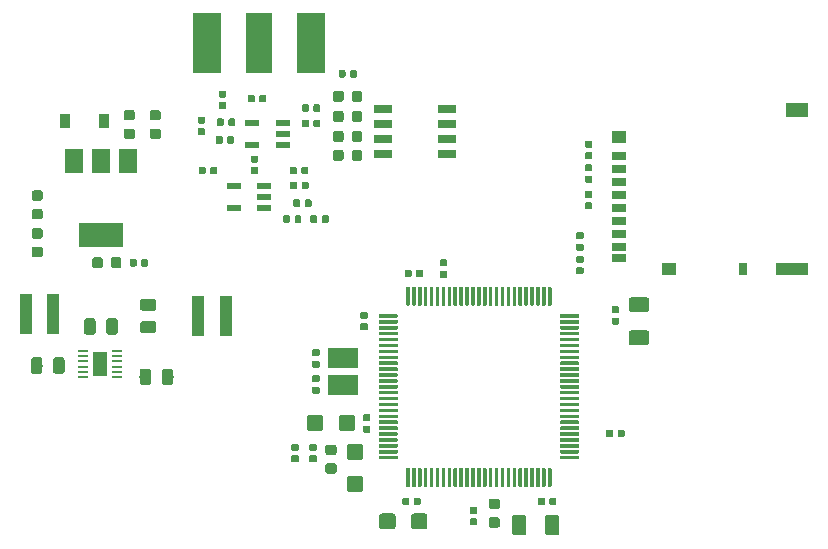
<source format=gbr>
G04 #@! TF.GenerationSoftware,KiCad,Pcbnew,(5.1.4)-1*
G04 #@! TF.CreationDate,2020-07-14T01:04:40+01:00*
G04 #@! TF.ProjectId,F7_100pin,46375f31-3030-4706-996e-2e6b69636164,rev?*
G04 #@! TF.SameCoordinates,Original*
G04 #@! TF.FileFunction,Paste,Top*
G04 #@! TF.FilePolarity,Positive*
%FSLAX46Y46*%
G04 Gerber Fmt 4.6, Leading zero omitted, Abs format (unit mm)*
G04 Created by KiCad (PCBNEW (5.1.4)-1) date 2020-07-14 01:04:40*
%MOMM*%
%LPD*%
G04 APERTURE LIST*
%ADD10C,0.100000*%
%ADD11C,0.590000*%
%ADD12C,0.300000*%
%ADD13R,1.200000X0.700000*%
%ADD14R,1.200000X1.000000*%
%ADD15R,0.800000X1.000000*%
%ADD16R,2.800000X1.000000*%
%ADD17R,1.900000X1.300000*%
%ADD18R,0.980000X3.400000*%
%ADD19R,1.310000X2.120000*%
%ADD20R,0.850000X0.250000*%
%ADD21C,0.975000*%
%ADD22C,1.250000*%
%ADD23C,0.875000*%
%ADD24C,1.350000*%
%ADD25R,0.900000X1.200000*%
%ADD26R,1.270000X0.558800*%
%ADD27R,1.525000X0.650000*%
%ADD28R,2.413000X5.080000*%
%ADD29R,2.286000X5.080000*%
%ADD30R,3.800000X2.000000*%
%ADD31R,1.500000X2.000000*%
%ADD32R,2.650000X1.750000*%
G04 APERTURE END LIST*
D10*
G36*
X111936958Y-40190710D02*
G01*
X111951276Y-40192834D01*
X111965317Y-40196351D01*
X111978946Y-40201228D01*
X111992031Y-40207417D01*
X112004447Y-40214858D01*
X112016073Y-40223481D01*
X112026798Y-40233202D01*
X112036519Y-40243927D01*
X112045142Y-40255553D01*
X112052583Y-40267969D01*
X112058772Y-40281054D01*
X112063649Y-40294683D01*
X112067166Y-40308724D01*
X112069290Y-40323042D01*
X112070000Y-40337500D01*
X112070000Y-40632500D01*
X112069290Y-40646958D01*
X112067166Y-40661276D01*
X112063649Y-40675317D01*
X112058772Y-40688946D01*
X112052583Y-40702031D01*
X112045142Y-40714447D01*
X112036519Y-40726073D01*
X112026798Y-40736798D01*
X112016073Y-40746519D01*
X112004447Y-40755142D01*
X111992031Y-40762583D01*
X111978946Y-40768772D01*
X111965317Y-40773649D01*
X111951276Y-40777166D01*
X111936958Y-40779290D01*
X111922500Y-40780000D01*
X111577500Y-40780000D01*
X111563042Y-40779290D01*
X111548724Y-40777166D01*
X111534683Y-40773649D01*
X111521054Y-40768772D01*
X111507969Y-40762583D01*
X111495553Y-40755142D01*
X111483927Y-40746519D01*
X111473202Y-40736798D01*
X111463481Y-40726073D01*
X111454858Y-40714447D01*
X111447417Y-40702031D01*
X111441228Y-40688946D01*
X111436351Y-40675317D01*
X111432834Y-40661276D01*
X111430710Y-40646958D01*
X111430000Y-40632500D01*
X111430000Y-40337500D01*
X111430710Y-40323042D01*
X111432834Y-40308724D01*
X111436351Y-40294683D01*
X111441228Y-40281054D01*
X111447417Y-40267969D01*
X111454858Y-40255553D01*
X111463481Y-40243927D01*
X111473202Y-40233202D01*
X111483927Y-40223481D01*
X111495553Y-40214858D01*
X111507969Y-40207417D01*
X111521054Y-40201228D01*
X111534683Y-40196351D01*
X111548724Y-40192834D01*
X111563042Y-40190710D01*
X111577500Y-40190000D01*
X111922500Y-40190000D01*
X111936958Y-40190710D01*
X111936958Y-40190710D01*
G37*
D11*
X111750000Y-40485000D03*
D10*
G36*
X111936958Y-39220710D02*
G01*
X111951276Y-39222834D01*
X111965317Y-39226351D01*
X111978946Y-39231228D01*
X111992031Y-39237417D01*
X112004447Y-39244858D01*
X112016073Y-39253481D01*
X112026798Y-39263202D01*
X112036519Y-39273927D01*
X112045142Y-39285553D01*
X112052583Y-39297969D01*
X112058772Y-39311054D01*
X112063649Y-39324683D01*
X112067166Y-39338724D01*
X112069290Y-39353042D01*
X112070000Y-39367500D01*
X112070000Y-39662500D01*
X112069290Y-39676958D01*
X112067166Y-39691276D01*
X112063649Y-39705317D01*
X112058772Y-39718946D01*
X112052583Y-39732031D01*
X112045142Y-39744447D01*
X112036519Y-39756073D01*
X112026798Y-39766798D01*
X112016073Y-39776519D01*
X112004447Y-39785142D01*
X111992031Y-39792583D01*
X111978946Y-39798772D01*
X111965317Y-39803649D01*
X111951276Y-39807166D01*
X111936958Y-39809290D01*
X111922500Y-39810000D01*
X111577500Y-39810000D01*
X111563042Y-39809290D01*
X111548724Y-39807166D01*
X111534683Y-39803649D01*
X111521054Y-39798772D01*
X111507969Y-39792583D01*
X111495553Y-39785142D01*
X111483927Y-39776519D01*
X111473202Y-39766798D01*
X111463481Y-39756073D01*
X111454858Y-39744447D01*
X111447417Y-39732031D01*
X111441228Y-39718946D01*
X111436351Y-39705317D01*
X111432834Y-39691276D01*
X111430710Y-39676958D01*
X111430000Y-39662500D01*
X111430000Y-39367500D01*
X111430710Y-39353042D01*
X111432834Y-39338724D01*
X111436351Y-39324683D01*
X111441228Y-39311054D01*
X111447417Y-39297969D01*
X111454858Y-39285553D01*
X111463481Y-39273927D01*
X111473202Y-39263202D01*
X111483927Y-39253481D01*
X111495553Y-39244858D01*
X111507969Y-39237417D01*
X111521054Y-39231228D01*
X111534683Y-39226351D01*
X111548724Y-39222834D01*
X111563042Y-39220710D01*
X111577500Y-39220000D01*
X111922500Y-39220000D01*
X111936958Y-39220710D01*
X111936958Y-39220710D01*
G37*
D11*
X111750000Y-39515000D03*
D10*
G36*
X96257351Y-46150361D02*
G01*
X96264632Y-46151441D01*
X96271771Y-46153229D01*
X96278701Y-46155709D01*
X96285355Y-46158856D01*
X96291668Y-46162640D01*
X96297579Y-46167024D01*
X96303033Y-46171967D01*
X96307976Y-46177421D01*
X96312360Y-46183332D01*
X96316144Y-46189645D01*
X96319291Y-46196299D01*
X96321771Y-46203229D01*
X96323559Y-46210368D01*
X96324639Y-46217649D01*
X96325000Y-46225000D01*
X96325000Y-46375000D01*
X96324639Y-46382351D01*
X96323559Y-46389632D01*
X96321771Y-46396771D01*
X96319291Y-46403701D01*
X96316144Y-46410355D01*
X96312360Y-46416668D01*
X96307976Y-46422579D01*
X96303033Y-46428033D01*
X96297579Y-46432976D01*
X96291668Y-46437360D01*
X96285355Y-46441144D01*
X96278701Y-46444291D01*
X96271771Y-46446771D01*
X96264632Y-46448559D01*
X96257351Y-46449639D01*
X96250000Y-46450000D01*
X94800000Y-46450000D01*
X94792649Y-46449639D01*
X94785368Y-46448559D01*
X94778229Y-46446771D01*
X94771299Y-46444291D01*
X94764645Y-46441144D01*
X94758332Y-46437360D01*
X94752421Y-46432976D01*
X94746967Y-46428033D01*
X94742024Y-46422579D01*
X94737640Y-46416668D01*
X94733856Y-46410355D01*
X94730709Y-46403701D01*
X94728229Y-46396771D01*
X94726441Y-46389632D01*
X94725361Y-46382351D01*
X94725000Y-46375000D01*
X94725000Y-46225000D01*
X94725361Y-46217649D01*
X94726441Y-46210368D01*
X94728229Y-46203229D01*
X94730709Y-46196299D01*
X94733856Y-46189645D01*
X94737640Y-46183332D01*
X94742024Y-46177421D01*
X94746967Y-46171967D01*
X94752421Y-46167024D01*
X94758332Y-46162640D01*
X94764645Y-46158856D01*
X94771299Y-46155709D01*
X94778229Y-46153229D01*
X94785368Y-46151441D01*
X94792649Y-46150361D01*
X94800000Y-46150000D01*
X96250000Y-46150000D01*
X96257351Y-46150361D01*
X96257351Y-46150361D01*
G37*
D12*
X95525000Y-46300000D03*
D10*
G36*
X96257351Y-46650361D02*
G01*
X96264632Y-46651441D01*
X96271771Y-46653229D01*
X96278701Y-46655709D01*
X96285355Y-46658856D01*
X96291668Y-46662640D01*
X96297579Y-46667024D01*
X96303033Y-46671967D01*
X96307976Y-46677421D01*
X96312360Y-46683332D01*
X96316144Y-46689645D01*
X96319291Y-46696299D01*
X96321771Y-46703229D01*
X96323559Y-46710368D01*
X96324639Y-46717649D01*
X96325000Y-46725000D01*
X96325000Y-46875000D01*
X96324639Y-46882351D01*
X96323559Y-46889632D01*
X96321771Y-46896771D01*
X96319291Y-46903701D01*
X96316144Y-46910355D01*
X96312360Y-46916668D01*
X96307976Y-46922579D01*
X96303033Y-46928033D01*
X96297579Y-46932976D01*
X96291668Y-46937360D01*
X96285355Y-46941144D01*
X96278701Y-46944291D01*
X96271771Y-46946771D01*
X96264632Y-46948559D01*
X96257351Y-46949639D01*
X96250000Y-46950000D01*
X94800000Y-46950000D01*
X94792649Y-46949639D01*
X94785368Y-46948559D01*
X94778229Y-46946771D01*
X94771299Y-46944291D01*
X94764645Y-46941144D01*
X94758332Y-46937360D01*
X94752421Y-46932976D01*
X94746967Y-46928033D01*
X94742024Y-46922579D01*
X94737640Y-46916668D01*
X94733856Y-46910355D01*
X94730709Y-46903701D01*
X94728229Y-46896771D01*
X94726441Y-46889632D01*
X94725361Y-46882351D01*
X94725000Y-46875000D01*
X94725000Y-46725000D01*
X94725361Y-46717649D01*
X94726441Y-46710368D01*
X94728229Y-46703229D01*
X94730709Y-46696299D01*
X94733856Y-46689645D01*
X94737640Y-46683332D01*
X94742024Y-46677421D01*
X94746967Y-46671967D01*
X94752421Y-46667024D01*
X94758332Y-46662640D01*
X94764645Y-46658856D01*
X94771299Y-46655709D01*
X94778229Y-46653229D01*
X94785368Y-46651441D01*
X94792649Y-46650361D01*
X94800000Y-46650000D01*
X96250000Y-46650000D01*
X96257351Y-46650361D01*
X96257351Y-46650361D01*
G37*
D12*
X95525000Y-46800000D03*
D10*
G36*
X96257351Y-47150361D02*
G01*
X96264632Y-47151441D01*
X96271771Y-47153229D01*
X96278701Y-47155709D01*
X96285355Y-47158856D01*
X96291668Y-47162640D01*
X96297579Y-47167024D01*
X96303033Y-47171967D01*
X96307976Y-47177421D01*
X96312360Y-47183332D01*
X96316144Y-47189645D01*
X96319291Y-47196299D01*
X96321771Y-47203229D01*
X96323559Y-47210368D01*
X96324639Y-47217649D01*
X96325000Y-47225000D01*
X96325000Y-47375000D01*
X96324639Y-47382351D01*
X96323559Y-47389632D01*
X96321771Y-47396771D01*
X96319291Y-47403701D01*
X96316144Y-47410355D01*
X96312360Y-47416668D01*
X96307976Y-47422579D01*
X96303033Y-47428033D01*
X96297579Y-47432976D01*
X96291668Y-47437360D01*
X96285355Y-47441144D01*
X96278701Y-47444291D01*
X96271771Y-47446771D01*
X96264632Y-47448559D01*
X96257351Y-47449639D01*
X96250000Y-47450000D01*
X94800000Y-47450000D01*
X94792649Y-47449639D01*
X94785368Y-47448559D01*
X94778229Y-47446771D01*
X94771299Y-47444291D01*
X94764645Y-47441144D01*
X94758332Y-47437360D01*
X94752421Y-47432976D01*
X94746967Y-47428033D01*
X94742024Y-47422579D01*
X94737640Y-47416668D01*
X94733856Y-47410355D01*
X94730709Y-47403701D01*
X94728229Y-47396771D01*
X94726441Y-47389632D01*
X94725361Y-47382351D01*
X94725000Y-47375000D01*
X94725000Y-47225000D01*
X94725361Y-47217649D01*
X94726441Y-47210368D01*
X94728229Y-47203229D01*
X94730709Y-47196299D01*
X94733856Y-47189645D01*
X94737640Y-47183332D01*
X94742024Y-47177421D01*
X94746967Y-47171967D01*
X94752421Y-47167024D01*
X94758332Y-47162640D01*
X94764645Y-47158856D01*
X94771299Y-47155709D01*
X94778229Y-47153229D01*
X94785368Y-47151441D01*
X94792649Y-47150361D01*
X94800000Y-47150000D01*
X96250000Y-47150000D01*
X96257351Y-47150361D01*
X96257351Y-47150361D01*
G37*
D12*
X95525000Y-47300000D03*
D10*
G36*
X96257351Y-47650361D02*
G01*
X96264632Y-47651441D01*
X96271771Y-47653229D01*
X96278701Y-47655709D01*
X96285355Y-47658856D01*
X96291668Y-47662640D01*
X96297579Y-47667024D01*
X96303033Y-47671967D01*
X96307976Y-47677421D01*
X96312360Y-47683332D01*
X96316144Y-47689645D01*
X96319291Y-47696299D01*
X96321771Y-47703229D01*
X96323559Y-47710368D01*
X96324639Y-47717649D01*
X96325000Y-47725000D01*
X96325000Y-47875000D01*
X96324639Y-47882351D01*
X96323559Y-47889632D01*
X96321771Y-47896771D01*
X96319291Y-47903701D01*
X96316144Y-47910355D01*
X96312360Y-47916668D01*
X96307976Y-47922579D01*
X96303033Y-47928033D01*
X96297579Y-47932976D01*
X96291668Y-47937360D01*
X96285355Y-47941144D01*
X96278701Y-47944291D01*
X96271771Y-47946771D01*
X96264632Y-47948559D01*
X96257351Y-47949639D01*
X96250000Y-47950000D01*
X94800000Y-47950000D01*
X94792649Y-47949639D01*
X94785368Y-47948559D01*
X94778229Y-47946771D01*
X94771299Y-47944291D01*
X94764645Y-47941144D01*
X94758332Y-47937360D01*
X94752421Y-47932976D01*
X94746967Y-47928033D01*
X94742024Y-47922579D01*
X94737640Y-47916668D01*
X94733856Y-47910355D01*
X94730709Y-47903701D01*
X94728229Y-47896771D01*
X94726441Y-47889632D01*
X94725361Y-47882351D01*
X94725000Y-47875000D01*
X94725000Y-47725000D01*
X94725361Y-47717649D01*
X94726441Y-47710368D01*
X94728229Y-47703229D01*
X94730709Y-47696299D01*
X94733856Y-47689645D01*
X94737640Y-47683332D01*
X94742024Y-47677421D01*
X94746967Y-47671967D01*
X94752421Y-47667024D01*
X94758332Y-47662640D01*
X94764645Y-47658856D01*
X94771299Y-47655709D01*
X94778229Y-47653229D01*
X94785368Y-47651441D01*
X94792649Y-47650361D01*
X94800000Y-47650000D01*
X96250000Y-47650000D01*
X96257351Y-47650361D01*
X96257351Y-47650361D01*
G37*
D12*
X95525000Y-47800000D03*
D10*
G36*
X96257351Y-48150361D02*
G01*
X96264632Y-48151441D01*
X96271771Y-48153229D01*
X96278701Y-48155709D01*
X96285355Y-48158856D01*
X96291668Y-48162640D01*
X96297579Y-48167024D01*
X96303033Y-48171967D01*
X96307976Y-48177421D01*
X96312360Y-48183332D01*
X96316144Y-48189645D01*
X96319291Y-48196299D01*
X96321771Y-48203229D01*
X96323559Y-48210368D01*
X96324639Y-48217649D01*
X96325000Y-48225000D01*
X96325000Y-48375000D01*
X96324639Y-48382351D01*
X96323559Y-48389632D01*
X96321771Y-48396771D01*
X96319291Y-48403701D01*
X96316144Y-48410355D01*
X96312360Y-48416668D01*
X96307976Y-48422579D01*
X96303033Y-48428033D01*
X96297579Y-48432976D01*
X96291668Y-48437360D01*
X96285355Y-48441144D01*
X96278701Y-48444291D01*
X96271771Y-48446771D01*
X96264632Y-48448559D01*
X96257351Y-48449639D01*
X96250000Y-48450000D01*
X94800000Y-48450000D01*
X94792649Y-48449639D01*
X94785368Y-48448559D01*
X94778229Y-48446771D01*
X94771299Y-48444291D01*
X94764645Y-48441144D01*
X94758332Y-48437360D01*
X94752421Y-48432976D01*
X94746967Y-48428033D01*
X94742024Y-48422579D01*
X94737640Y-48416668D01*
X94733856Y-48410355D01*
X94730709Y-48403701D01*
X94728229Y-48396771D01*
X94726441Y-48389632D01*
X94725361Y-48382351D01*
X94725000Y-48375000D01*
X94725000Y-48225000D01*
X94725361Y-48217649D01*
X94726441Y-48210368D01*
X94728229Y-48203229D01*
X94730709Y-48196299D01*
X94733856Y-48189645D01*
X94737640Y-48183332D01*
X94742024Y-48177421D01*
X94746967Y-48171967D01*
X94752421Y-48167024D01*
X94758332Y-48162640D01*
X94764645Y-48158856D01*
X94771299Y-48155709D01*
X94778229Y-48153229D01*
X94785368Y-48151441D01*
X94792649Y-48150361D01*
X94800000Y-48150000D01*
X96250000Y-48150000D01*
X96257351Y-48150361D01*
X96257351Y-48150361D01*
G37*
D12*
X95525000Y-48300000D03*
D10*
G36*
X96257351Y-48650361D02*
G01*
X96264632Y-48651441D01*
X96271771Y-48653229D01*
X96278701Y-48655709D01*
X96285355Y-48658856D01*
X96291668Y-48662640D01*
X96297579Y-48667024D01*
X96303033Y-48671967D01*
X96307976Y-48677421D01*
X96312360Y-48683332D01*
X96316144Y-48689645D01*
X96319291Y-48696299D01*
X96321771Y-48703229D01*
X96323559Y-48710368D01*
X96324639Y-48717649D01*
X96325000Y-48725000D01*
X96325000Y-48875000D01*
X96324639Y-48882351D01*
X96323559Y-48889632D01*
X96321771Y-48896771D01*
X96319291Y-48903701D01*
X96316144Y-48910355D01*
X96312360Y-48916668D01*
X96307976Y-48922579D01*
X96303033Y-48928033D01*
X96297579Y-48932976D01*
X96291668Y-48937360D01*
X96285355Y-48941144D01*
X96278701Y-48944291D01*
X96271771Y-48946771D01*
X96264632Y-48948559D01*
X96257351Y-48949639D01*
X96250000Y-48950000D01*
X94800000Y-48950000D01*
X94792649Y-48949639D01*
X94785368Y-48948559D01*
X94778229Y-48946771D01*
X94771299Y-48944291D01*
X94764645Y-48941144D01*
X94758332Y-48937360D01*
X94752421Y-48932976D01*
X94746967Y-48928033D01*
X94742024Y-48922579D01*
X94737640Y-48916668D01*
X94733856Y-48910355D01*
X94730709Y-48903701D01*
X94728229Y-48896771D01*
X94726441Y-48889632D01*
X94725361Y-48882351D01*
X94725000Y-48875000D01*
X94725000Y-48725000D01*
X94725361Y-48717649D01*
X94726441Y-48710368D01*
X94728229Y-48703229D01*
X94730709Y-48696299D01*
X94733856Y-48689645D01*
X94737640Y-48683332D01*
X94742024Y-48677421D01*
X94746967Y-48671967D01*
X94752421Y-48667024D01*
X94758332Y-48662640D01*
X94764645Y-48658856D01*
X94771299Y-48655709D01*
X94778229Y-48653229D01*
X94785368Y-48651441D01*
X94792649Y-48650361D01*
X94800000Y-48650000D01*
X96250000Y-48650000D01*
X96257351Y-48650361D01*
X96257351Y-48650361D01*
G37*
D12*
X95525000Y-48800000D03*
D10*
G36*
X96257351Y-49150361D02*
G01*
X96264632Y-49151441D01*
X96271771Y-49153229D01*
X96278701Y-49155709D01*
X96285355Y-49158856D01*
X96291668Y-49162640D01*
X96297579Y-49167024D01*
X96303033Y-49171967D01*
X96307976Y-49177421D01*
X96312360Y-49183332D01*
X96316144Y-49189645D01*
X96319291Y-49196299D01*
X96321771Y-49203229D01*
X96323559Y-49210368D01*
X96324639Y-49217649D01*
X96325000Y-49225000D01*
X96325000Y-49375000D01*
X96324639Y-49382351D01*
X96323559Y-49389632D01*
X96321771Y-49396771D01*
X96319291Y-49403701D01*
X96316144Y-49410355D01*
X96312360Y-49416668D01*
X96307976Y-49422579D01*
X96303033Y-49428033D01*
X96297579Y-49432976D01*
X96291668Y-49437360D01*
X96285355Y-49441144D01*
X96278701Y-49444291D01*
X96271771Y-49446771D01*
X96264632Y-49448559D01*
X96257351Y-49449639D01*
X96250000Y-49450000D01*
X94800000Y-49450000D01*
X94792649Y-49449639D01*
X94785368Y-49448559D01*
X94778229Y-49446771D01*
X94771299Y-49444291D01*
X94764645Y-49441144D01*
X94758332Y-49437360D01*
X94752421Y-49432976D01*
X94746967Y-49428033D01*
X94742024Y-49422579D01*
X94737640Y-49416668D01*
X94733856Y-49410355D01*
X94730709Y-49403701D01*
X94728229Y-49396771D01*
X94726441Y-49389632D01*
X94725361Y-49382351D01*
X94725000Y-49375000D01*
X94725000Y-49225000D01*
X94725361Y-49217649D01*
X94726441Y-49210368D01*
X94728229Y-49203229D01*
X94730709Y-49196299D01*
X94733856Y-49189645D01*
X94737640Y-49183332D01*
X94742024Y-49177421D01*
X94746967Y-49171967D01*
X94752421Y-49167024D01*
X94758332Y-49162640D01*
X94764645Y-49158856D01*
X94771299Y-49155709D01*
X94778229Y-49153229D01*
X94785368Y-49151441D01*
X94792649Y-49150361D01*
X94800000Y-49150000D01*
X96250000Y-49150000D01*
X96257351Y-49150361D01*
X96257351Y-49150361D01*
G37*
D12*
X95525000Y-49300000D03*
D10*
G36*
X96257351Y-49650361D02*
G01*
X96264632Y-49651441D01*
X96271771Y-49653229D01*
X96278701Y-49655709D01*
X96285355Y-49658856D01*
X96291668Y-49662640D01*
X96297579Y-49667024D01*
X96303033Y-49671967D01*
X96307976Y-49677421D01*
X96312360Y-49683332D01*
X96316144Y-49689645D01*
X96319291Y-49696299D01*
X96321771Y-49703229D01*
X96323559Y-49710368D01*
X96324639Y-49717649D01*
X96325000Y-49725000D01*
X96325000Y-49875000D01*
X96324639Y-49882351D01*
X96323559Y-49889632D01*
X96321771Y-49896771D01*
X96319291Y-49903701D01*
X96316144Y-49910355D01*
X96312360Y-49916668D01*
X96307976Y-49922579D01*
X96303033Y-49928033D01*
X96297579Y-49932976D01*
X96291668Y-49937360D01*
X96285355Y-49941144D01*
X96278701Y-49944291D01*
X96271771Y-49946771D01*
X96264632Y-49948559D01*
X96257351Y-49949639D01*
X96250000Y-49950000D01*
X94800000Y-49950000D01*
X94792649Y-49949639D01*
X94785368Y-49948559D01*
X94778229Y-49946771D01*
X94771299Y-49944291D01*
X94764645Y-49941144D01*
X94758332Y-49937360D01*
X94752421Y-49932976D01*
X94746967Y-49928033D01*
X94742024Y-49922579D01*
X94737640Y-49916668D01*
X94733856Y-49910355D01*
X94730709Y-49903701D01*
X94728229Y-49896771D01*
X94726441Y-49889632D01*
X94725361Y-49882351D01*
X94725000Y-49875000D01*
X94725000Y-49725000D01*
X94725361Y-49717649D01*
X94726441Y-49710368D01*
X94728229Y-49703229D01*
X94730709Y-49696299D01*
X94733856Y-49689645D01*
X94737640Y-49683332D01*
X94742024Y-49677421D01*
X94746967Y-49671967D01*
X94752421Y-49667024D01*
X94758332Y-49662640D01*
X94764645Y-49658856D01*
X94771299Y-49655709D01*
X94778229Y-49653229D01*
X94785368Y-49651441D01*
X94792649Y-49650361D01*
X94800000Y-49650000D01*
X96250000Y-49650000D01*
X96257351Y-49650361D01*
X96257351Y-49650361D01*
G37*
D12*
X95525000Y-49800000D03*
D10*
G36*
X96257351Y-50150361D02*
G01*
X96264632Y-50151441D01*
X96271771Y-50153229D01*
X96278701Y-50155709D01*
X96285355Y-50158856D01*
X96291668Y-50162640D01*
X96297579Y-50167024D01*
X96303033Y-50171967D01*
X96307976Y-50177421D01*
X96312360Y-50183332D01*
X96316144Y-50189645D01*
X96319291Y-50196299D01*
X96321771Y-50203229D01*
X96323559Y-50210368D01*
X96324639Y-50217649D01*
X96325000Y-50225000D01*
X96325000Y-50375000D01*
X96324639Y-50382351D01*
X96323559Y-50389632D01*
X96321771Y-50396771D01*
X96319291Y-50403701D01*
X96316144Y-50410355D01*
X96312360Y-50416668D01*
X96307976Y-50422579D01*
X96303033Y-50428033D01*
X96297579Y-50432976D01*
X96291668Y-50437360D01*
X96285355Y-50441144D01*
X96278701Y-50444291D01*
X96271771Y-50446771D01*
X96264632Y-50448559D01*
X96257351Y-50449639D01*
X96250000Y-50450000D01*
X94800000Y-50450000D01*
X94792649Y-50449639D01*
X94785368Y-50448559D01*
X94778229Y-50446771D01*
X94771299Y-50444291D01*
X94764645Y-50441144D01*
X94758332Y-50437360D01*
X94752421Y-50432976D01*
X94746967Y-50428033D01*
X94742024Y-50422579D01*
X94737640Y-50416668D01*
X94733856Y-50410355D01*
X94730709Y-50403701D01*
X94728229Y-50396771D01*
X94726441Y-50389632D01*
X94725361Y-50382351D01*
X94725000Y-50375000D01*
X94725000Y-50225000D01*
X94725361Y-50217649D01*
X94726441Y-50210368D01*
X94728229Y-50203229D01*
X94730709Y-50196299D01*
X94733856Y-50189645D01*
X94737640Y-50183332D01*
X94742024Y-50177421D01*
X94746967Y-50171967D01*
X94752421Y-50167024D01*
X94758332Y-50162640D01*
X94764645Y-50158856D01*
X94771299Y-50155709D01*
X94778229Y-50153229D01*
X94785368Y-50151441D01*
X94792649Y-50150361D01*
X94800000Y-50150000D01*
X96250000Y-50150000D01*
X96257351Y-50150361D01*
X96257351Y-50150361D01*
G37*
D12*
X95525000Y-50300000D03*
D10*
G36*
X96257351Y-50650361D02*
G01*
X96264632Y-50651441D01*
X96271771Y-50653229D01*
X96278701Y-50655709D01*
X96285355Y-50658856D01*
X96291668Y-50662640D01*
X96297579Y-50667024D01*
X96303033Y-50671967D01*
X96307976Y-50677421D01*
X96312360Y-50683332D01*
X96316144Y-50689645D01*
X96319291Y-50696299D01*
X96321771Y-50703229D01*
X96323559Y-50710368D01*
X96324639Y-50717649D01*
X96325000Y-50725000D01*
X96325000Y-50875000D01*
X96324639Y-50882351D01*
X96323559Y-50889632D01*
X96321771Y-50896771D01*
X96319291Y-50903701D01*
X96316144Y-50910355D01*
X96312360Y-50916668D01*
X96307976Y-50922579D01*
X96303033Y-50928033D01*
X96297579Y-50932976D01*
X96291668Y-50937360D01*
X96285355Y-50941144D01*
X96278701Y-50944291D01*
X96271771Y-50946771D01*
X96264632Y-50948559D01*
X96257351Y-50949639D01*
X96250000Y-50950000D01*
X94800000Y-50950000D01*
X94792649Y-50949639D01*
X94785368Y-50948559D01*
X94778229Y-50946771D01*
X94771299Y-50944291D01*
X94764645Y-50941144D01*
X94758332Y-50937360D01*
X94752421Y-50932976D01*
X94746967Y-50928033D01*
X94742024Y-50922579D01*
X94737640Y-50916668D01*
X94733856Y-50910355D01*
X94730709Y-50903701D01*
X94728229Y-50896771D01*
X94726441Y-50889632D01*
X94725361Y-50882351D01*
X94725000Y-50875000D01*
X94725000Y-50725000D01*
X94725361Y-50717649D01*
X94726441Y-50710368D01*
X94728229Y-50703229D01*
X94730709Y-50696299D01*
X94733856Y-50689645D01*
X94737640Y-50683332D01*
X94742024Y-50677421D01*
X94746967Y-50671967D01*
X94752421Y-50667024D01*
X94758332Y-50662640D01*
X94764645Y-50658856D01*
X94771299Y-50655709D01*
X94778229Y-50653229D01*
X94785368Y-50651441D01*
X94792649Y-50650361D01*
X94800000Y-50650000D01*
X96250000Y-50650000D01*
X96257351Y-50650361D01*
X96257351Y-50650361D01*
G37*
D12*
X95525000Y-50800000D03*
D10*
G36*
X96257351Y-51150361D02*
G01*
X96264632Y-51151441D01*
X96271771Y-51153229D01*
X96278701Y-51155709D01*
X96285355Y-51158856D01*
X96291668Y-51162640D01*
X96297579Y-51167024D01*
X96303033Y-51171967D01*
X96307976Y-51177421D01*
X96312360Y-51183332D01*
X96316144Y-51189645D01*
X96319291Y-51196299D01*
X96321771Y-51203229D01*
X96323559Y-51210368D01*
X96324639Y-51217649D01*
X96325000Y-51225000D01*
X96325000Y-51375000D01*
X96324639Y-51382351D01*
X96323559Y-51389632D01*
X96321771Y-51396771D01*
X96319291Y-51403701D01*
X96316144Y-51410355D01*
X96312360Y-51416668D01*
X96307976Y-51422579D01*
X96303033Y-51428033D01*
X96297579Y-51432976D01*
X96291668Y-51437360D01*
X96285355Y-51441144D01*
X96278701Y-51444291D01*
X96271771Y-51446771D01*
X96264632Y-51448559D01*
X96257351Y-51449639D01*
X96250000Y-51450000D01*
X94800000Y-51450000D01*
X94792649Y-51449639D01*
X94785368Y-51448559D01*
X94778229Y-51446771D01*
X94771299Y-51444291D01*
X94764645Y-51441144D01*
X94758332Y-51437360D01*
X94752421Y-51432976D01*
X94746967Y-51428033D01*
X94742024Y-51422579D01*
X94737640Y-51416668D01*
X94733856Y-51410355D01*
X94730709Y-51403701D01*
X94728229Y-51396771D01*
X94726441Y-51389632D01*
X94725361Y-51382351D01*
X94725000Y-51375000D01*
X94725000Y-51225000D01*
X94725361Y-51217649D01*
X94726441Y-51210368D01*
X94728229Y-51203229D01*
X94730709Y-51196299D01*
X94733856Y-51189645D01*
X94737640Y-51183332D01*
X94742024Y-51177421D01*
X94746967Y-51171967D01*
X94752421Y-51167024D01*
X94758332Y-51162640D01*
X94764645Y-51158856D01*
X94771299Y-51155709D01*
X94778229Y-51153229D01*
X94785368Y-51151441D01*
X94792649Y-51150361D01*
X94800000Y-51150000D01*
X96250000Y-51150000D01*
X96257351Y-51150361D01*
X96257351Y-51150361D01*
G37*
D12*
X95525000Y-51300000D03*
D10*
G36*
X96257351Y-51650361D02*
G01*
X96264632Y-51651441D01*
X96271771Y-51653229D01*
X96278701Y-51655709D01*
X96285355Y-51658856D01*
X96291668Y-51662640D01*
X96297579Y-51667024D01*
X96303033Y-51671967D01*
X96307976Y-51677421D01*
X96312360Y-51683332D01*
X96316144Y-51689645D01*
X96319291Y-51696299D01*
X96321771Y-51703229D01*
X96323559Y-51710368D01*
X96324639Y-51717649D01*
X96325000Y-51725000D01*
X96325000Y-51875000D01*
X96324639Y-51882351D01*
X96323559Y-51889632D01*
X96321771Y-51896771D01*
X96319291Y-51903701D01*
X96316144Y-51910355D01*
X96312360Y-51916668D01*
X96307976Y-51922579D01*
X96303033Y-51928033D01*
X96297579Y-51932976D01*
X96291668Y-51937360D01*
X96285355Y-51941144D01*
X96278701Y-51944291D01*
X96271771Y-51946771D01*
X96264632Y-51948559D01*
X96257351Y-51949639D01*
X96250000Y-51950000D01*
X94800000Y-51950000D01*
X94792649Y-51949639D01*
X94785368Y-51948559D01*
X94778229Y-51946771D01*
X94771299Y-51944291D01*
X94764645Y-51941144D01*
X94758332Y-51937360D01*
X94752421Y-51932976D01*
X94746967Y-51928033D01*
X94742024Y-51922579D01*
X94737640Y-51916668D01*
X94733856Y-51910355D01*
X94730709Y-51903701D01*
X94728229Y-51896771D01*
X94726441Y-51889632D01*
X94725361Y-51882351D01*
X94725000Y-51875000D01*
X94725000Y-51725000D01*
X94725361Y-51717649D01*
X94726441Y-51710368D01*
X94728229Y-51703229D01*
X94730709Y-51696299D01*
X94733856Y-51689645D01*
X94737640Y-51683332D01*
X94742024Y-51677421D01*
X94746967Y-51671967D01*
X94752421Y-51667024D01*
X94758332Y-51662640D01*
X94764645Y-51658856D01*
X94771299Y-51655709D01*
X94778229Y-51653229D01*
X94785368Y-51651441D01*
X94792649Y-51650361D01*
X94800000Y-51650000D01*
X96250000Y-51650000D01*
X96257351Y-51650361D01*
X96257351Y-51650361D01*
G37*
D12*
X95525000Y-51800000D03*
D10*
G36*
X96257351Y-52150361D02*
G01*
X96264632Y-52151441D01*
X96271771Y-52153229D01*
X96278701Y-52155709D01*
X96285355Y-52158856D01*
X96291668Y-52162640D01*
X96297579Y-52167024D01*
X96303033Y-52171967D01*
X96307976Y-52177421D01*
X96312360Y-52183332D01*
X96316144Y-52189645D01*
X96319291Y-52196299D01*
X96321771Y-52203229D01*
X96323559Y-52210368D01*
X96324639Y-52217649D01*
X96325000Y-52225000D01*
X96325000Y-52375000D01*
X96324639Y-52382351D01*
X96323559Y-52389632D01*
X96321771Y-52396771D01*
X96319291Y-52403701D01*
X96316144Y-52410355D01*
X96312360Y-52416668D01*
X96307976Y-52422579D01*
X96303033Y-52428033D01*
X96297579Y-52432976D01*
X96291668Y-52437360D01*
X96285355Y-52441144D01*
X96278701Y-52444291D01*
X96271771Y-52446771D01*
X96264632Y-52448559D01*
X96257351Y-52449639D01*
X96250000Y-52450000D01*
X94800000Y-52450000D01*
X94792649Y-52449639D01*
X94785368Y-52448559D01*
X94778229Y-52446771D01*
X94771299Y-52444291D01*
X94764645Y-52441144D01*
X94758332Y-52437360D01*
X94752421Y-52432976D01*
X94746967Y-52428033D01*
X94742024Y-52422579D01*
X94737640Y-52416668D01*
X94733856Y-52410355D01*
X94730709Y-52403701D01*
X94728229Y-52396771D01*
X94726441Y-52389632D01*
X94725361Y-52382351D01*
X94725000Y-52375000D01*
X94725000Y-52225000D01*
X94725361Y-52217649D01*
X94726441Y-52210368D01*
X94728229Y-52203229D01*
X94730709Y-52196299D01*
X94733856Y-52189645D01*
X94737640Y-52183332D01*
X94742024Y-52177421D01*
X94746967Y-52171967D01*
X94752421Y-52167024D01*
X94758332Y-52162640D01*
X94764645Y-52158856D01*
X94771299Y-52155709D01*
X94778229Y-52153229D01*
X94785368Y-52151441D01*
X94792649Y-52150361D01*
X94800000Y-52150000D01*
X96250000Y-52150000D01*
X96257351Y-52150361D01*
X96257351Y-52150361D01*
G37*
D12*
X95525000Y-52300000D03*
D10*
G36*
X96257351Y-52650361D02*
G01*
X96264632Y-52651441D01*
X96271771Y-52653229D01*
X96278701Y-52655709D01*
X96285355Y-52658856D01*
X96291668Y-52662640D01*
X96297579Y-52667024D01*
X96303033Y-52671967D01*
X96307976Y-52677421D01*
X96312360Y-52683332D01*
X96316144Y-52689645D01*
X96319291Y-52696299D01*
X96321771Y-52703229D01*
X96323559Y-52710368D01*
X96324639Y-52717649D01*
X96325000Y-52725000D01*
X96325000Y-52875000D01*
X96324639Y-52882351D01*
X96323559Y-52889632D01*
X96321771Y-52896771D01*
X96319291Y-52903701D01*
X96316144Y-52910355D01*
X96312360Y-52916668D01*
X96307976Y-52922579D01*
X96303033Y-52928033D01*
X96297579Y-52932976D01*
X96291668Y-52937360D01*
X96285355Y-52941144D01*
X96278701Y-52944291D01*
X96271771Y-52946771D01*
X96264632Y-52948559D01*
X96257351Y-52949639D01*
X96250000Y-52950000D01*
X94800000Y-52950000D01*
X94792649Y-52949639D01*
X94785368Y-52948559D01*
X94778229Y-52946771D01*
X94771299Y-52944291D01*
X94764645Y-52941144D01*
X94758332Y-52937360D01*
X94752421Y-52932976D01*
X94746967Y-52928033D01*
X94742024Y-52922579D01*
X94737640Y-52916668D01*
X94733856Y-52910355D01*
X94730709Y-52903701D01*
X94728229Y-52896771D01*
X94726441Y-52889632D01*
X94725361Y-52882351D01*
X94725000Y-52875000D01*
X94725000Y-52725000D01*
X94725361Y-52717649D01*
X94726441Y-52710368D01*
X94728229Y-52703229D01*
X94730709Y-52696299D01*
X94733856Y-52689645D01*
X94737640Y-52683332D01*
X94742024Y-52677421D01*
X94746967Y-52671967D01*
X94752421Y-52667024D01*
X94758332Y-52662640D01*
X94764645Y-52658856D01*
X94771299Y-52655709D01*
X94778229Y-52653229D01*
X94785368Y-52651441D01*
X94792649Y-52650361D01*
X94800000Y-52650000D01*
X96250000Y-52650000D01*
X96257351Y-52650361D01*
X96257351Y-52650361D01*
G37*
D12*
X95525000Y-52800000D03*
D10*
G36*
X96257351Y-53150361D02*
G01*
X96264632Y-53151441D01*
X96271771Y-53153229D01*
X96278701Y-53155709D01*
X96285355Y-53158856D01*
X96291668Y-53162640D01*
X96297579Y-53167024D01*
X96303033Y-53171967D01*
X96307976Y-53177421D01*
X96312360Y-53183332D01*
X96316144Y-53189645D01*
X96319291Y-53196299D01*
X96321771Y-53203229D01*
X96323559Y-53210368D01*
X96324639Y-53217649D01*
X96325000Y-53225000D01*
X96325000Y-53375000D01*
X96324639Y-53382351D01*
X96323559Y-53389632D01*
X96321771Y-53396771D01*
X96319291Y-53403701D01*
X96316144Y-53410355D01*
X96312360Y-53416668D01*
X96307976Y-53422579D01*
X96303033Y-53428033D01*
X96297579Y-53432976D01*
X96291668Y-53437360D01*
X96285355Y-53441144D01*
X96278701Y-53444291D01*
X96271771Y-53446771D01*
X96264632Y-53448559D01*
X96257351Y-53449639D01*
X96250000Y-53450000D01*
X94800000Y-53450000D01*
X94792649Y-53449639D01*
X94785368Y-53448559D01*
X94778229Y-53446771D01*
X94771299Y-53444291D01*
X94764645Y-53441144D01*
X94758332Y-53437360D01*
X94752421Y-53432976D01*
X94746967Y-53428033D01*
X94742024Y-53422579D01*
X94737640Y-53416668D01*
X94733856Y-53410355D01*
X94730709Y-53403701D01*
X94728229Y-53396771D01*
X94726441Y-53389632D01*
X94725361Y-53382351D01*
X94725000Y-53375000D01*
X94725000Y-53225000D01*
X94725361Y-53217649D01*
X94726441Y-53210368D01*
X94728229Y-53203229D01*
X94730709Y-53196299D01*
X94733856Y-53189645D01*
X94737640Y-53183332D01*
X94742024Y-53177421D01*
X94746967Y-53171967D01*
X94752421Y-53167024D01*
X94758332Y-53162640D01*
X94764645Y-53158856D01*
X94771299Y-53155709D01*
X94778229Y-53153229D01*
X94785368Y-53151441D01*
X94792649Y-53150361D01*
X94800000Y-53150000D01*
X96250000Y-53150000D01*
X96257351Y-53150361D01*
X96257351Y-53150361D01*
G37*
D12*
X95525000Y-53300000D03*
D10*
G36*
X96257351Y-53650361D02*
G01*
X96264632Y-53651441D01*
X96271771Y-53653229D01*
X96278701Y-53655709D01*
X96285355Y-53658856D01*
X96291668Y-53662640D01*
X96297579Y-53667024D01*
X96303033Y-53671967D01*
X96307976Y-53677421D01*
X96312360Y-53683332D01*
X96316144Y-53689645D01*
X96319291Y-53696299D01*
X96321771Y-53703229D01*
X96323559Y-53710368D01*
X96324639Y-53717649D01*
X96325000Y-53725000D01*
X96325000Y-53875000D01*
X96324639Y-53882351D01*
X96323559Y-53889632D01*
X96321771Y-53896771D01*
X96319291Y-53903701D01*
X96316144Y-53910355D01*
X96312360Y-53916668D01*
X96307976Y-53922579D01*
X96303033Y-53928033D01*
X96297579Y-53932976D01*
X96291668Y-53937360D01*
X96285355Y-53941144D01*
X96278701Y-53944291D01*
X96271771Y-53946771D01*
X96264632Y-53948559D01*
X96257351Y-53949639D01*
X96250000Y-53950000D01*
X94800000Y-53950000D01*
X94792649Y-53949639D01*
X94785368Y-53948559D01*
X94778229Y-53946771D01*
X94771299Y-53944291D01*
X94764645Y-53941144D01*
X94758332Y-53937360D01*
X94752421Y-53932976D01*
X94746967Y-53928033D01*
X94742024Y-53922579D01*
X94737640Y-53916668D01*
X94733856Y-53910355D01*
X94730709Y-53903701D01*
X94728229Y-53896771D01*
X94726441Y-53889632D01*
X94725361Y-53882351D01*
X94725000Y-53875000D01*
X94725000Y-53725000D01*
X94725361Y-53717649D01*
X94726441Y-53710368D01*
X94728229Y-53703229D01*
X94730709Y-53696299D01*
X94733856Y-53689645D01*
X94737640Y-53683332D01*
X94742024Y-53677421D01*
X94746967Y-53671967D01*
X94752421Y-53667024D01*
X94758332Y-53662640D01*
X94764645Y-53658856D01*
X94771299Y-53655709D01*
X94778229Y-53653229D01*
X94785368Y-53651441D01*
X94792649Y-53650361D01*
X94800000Y-53650000D01*
X96250000Y-53650000D01*
X96257351Y-53650361D01*
X96257351Y-53650361D01*
G37*
D12*
X95525000Y-53800000D03*
D10*
G36*
X96257351Y-54150361D02*
G01*
X96264632Y-54151441D01*
X96271771Y-54153229D01*
X96278701Y-54155709D01*
X96285355Y-54158856D01*
X96291668Y-54162640D01*
X96297579Y-54167024D01*
X96303033Y-54171967D01*
X96307976Y-54177421D01*
X96312360Y-54183332D01*
X96316144Y-54189645D01*
X96319291Y-54196299D01*
X96321771Y-54203229D01*
X96323559Y-54210368D01*
X96324639Y-54217649D01*
X96325000Y-54225000D01*
X96325000Y-54375000D01*
X96324639Y-54382351D01*
X96323559Y-54389632D01*
X96321771Y-54396771D01*
X96319291Y-54403701D01*
X96316144Y-54410355D01*
X96312360Y-54416668D01*
X96307976Y-54422579D01*
X96303033Y-54428033D01*
X96297579Y-54432976D01*
X96291668Y-54437360D01*
X96285355Y-54441144D01*
X96278701Y-54444291D01*
X96271771Y-54446771D01*
X96264632Y-54448559D01*
X96257351Y-54449639D01*
X96250000Y-54450000D01*
X94800000Y-54450000D01*
X94792649Y-54449639D01*
X94785368Y-54448559D01*
X94778229Y-54446771D01*
X94771299Y-54444291D01*
X94764645Y-54441144D01*
X94758332Y-54437360D01*
X94752421Y-54432976D01*
X94746967Y-54428033D01*
X94742024Y-54422579D01*
X94737640Y-54416668D01*
X94733856Y-54410355D01*
X94730709Y-54403701D01*
X94728229Y-54396771D01*
X94726441Y-54389632D01*
X94725361Y-54382351D01*
X94725000Y-54375000D01*
X94725000Y-54225000D01*
X94725361Y-54217649D01*
X94726441Y-54210368D01*
X94728229Y-54203229D01*
X94730709Y-54196299D01*
X94733856Y-54189645D01*
X94737640Y-54183332D01*
X94742024Y-54177421D01*
X94746967Y-54171967D01*
X94752421Y-54167024D01*
X94758332Y-54162640D01*
X94764645Y-54158856D01*
X94771299Y-54155709D01*
X94778229Y-54153229D01*
X94785368Y-54151441D01*
X94792649Y-54150361D01*
X94800000Y-54150000D01*
X96250000Y-54150000D01*
X96257351Y-54150361D01*
X96257351Y-54150361D01*
G37*
D12*
X95525000Y-54300000D03*
D10*
G36*
X96257351Y-54650361D02*
G01*
X96264632Y-54651441D01*
X96271771Y-54653229D01*
X96278701Y-54655709D01*
X96285355Y-54658856D01*
X96291668Y-54662640D01*
X96297579Y-54667024D01*
X96303033Y-54671967D01*
X96307976Y-54677421D01*
X96312360Y-54683332D01*
X96316144Y-54689645D01*
X96319291Y-54696299D01*
X96321771Y-54703229D01*
X96323559Y-54710368D01*
X96324639Y-54717649D01*
X96325000Y-54725000D01*
X96325000Y-54875000D01*
X96324639Y-54882351D01*
X96323559Y-54889632D01*
X96321771Y-54896771D01*
X96319291Y-54903701D01*
X96316144Y-54910355D01*
X96312360Y-54916668D01*
X96307976Y-54922579D01*
X96303033Y-54928033D01*
X96297579Y-54932976D01*
X96291668Y-54937360D01*
X96285355Y-54941144D01*
X96278701Y-54944291D01*
X96271771Y-54946771D01*
X96264632Y-54948559D01*
X96257351Y-54949639D01*
X96250000Y-54950000D01*
X94800000Y-54950000D01*
X94792649Y-54949639D01*
X94785368Y-54948559D01*
X94778229Y-54946771D01*
X94771299Y-54944291D01*
X94764645Y-54941144D01*
X94758332Y-54937360D01*
X94752421Y-54932976D01*
X94746967Y-54928033D01*
X94742024Y-54922579D01*
X94737640Y-54916668D01*
X94733856Y-54910355D01*
X94730709Y-54903701D01*
X94728229Y-54896771D01*
X94726441Y-54889632D01*
X94725361Y-54882351D01*
X94725000Y-54875000D01*
X94725000Y-54725000D01*
X94725361Y-54717649D01*
X94726441Y-54710368D01*
X94728229Y-54703229D01*
X94730709Y-54696299D01*
X94733856Y-54689645D01*
X94737640Y-54683332D01*
X94742024Y-54677421D01*
X94746967Y-54671967D01*
X94752421Y-54667024D01*
X94758332Y-54662640D01*
X94764645Y-54658856D01*
X94771299Y-54655709D01*
X94778229Y-54653229D01*
X94785368Y-54651441D01*
X94792649Y-54650361D01*
X94800000Y-54650000D01*
X96250000Y-54650000D01*
X96257351Y-54650361D01*
X96257351Y-54650361D01*
G37*
D12*
X95525000Y-54800000D03*
D10*
G36*
X96257351Y-55150361D02*
G01*
X96264632Y-55151441D01*
X96271771Y-55153229D01*
X96278701Y-55155709D01*
X96285355Y-55158856D01*
X96291668Y-55162640D01*
X96297579Y-55167024D01*
X96303033Y-55171967D01*
X96307976Y-55177421D01*
X96312360Y-55183332D01*
X96316144Y-55189645D01*
X96319291Y-55196299D01*
X96321771Y-55203229D01*
X96323559Y-55210368D01*
X96324639Y-55217649D01*
X96325000Y-55225000D01*
X96325000Y-55375000D01*
X96324639Y-55382351D01*
X96323559Y-55389632D01*
X96321771Y-55396771D01*
X96319291Y-55403701D01*
X96316144Y-55410355D01*
X96312360Y-55416668D01*
X96307976Y-55422579D01*
X96303033Y-55428033D01*
X96297579Y-55432976D01*
X96291668Y-55437360D01*
X96285355Y-55441144D01*
X96278701Y-55444291D01*
X96271771Y-55446771D01*
X96264632Y-55448559D01*
X96257351Y-55449639D01*
X96250000Y-55450000D01*
X94800000Y-55450000D01*
X94792649Y-55449639D01*
X94785368Y-55448559D01*
X94778229Y-55446771D01*
X94771299Y-55444291D01*
X94764645Y-55441144D01*
X94758332Y-55437360D01*
X94752421Y-55432976D01*
X94746967Y-55428033D01*
X94742024Y-55422579D01*
X94737640Y-55416668D01*
X94733856Y-55410355D01*
X94730709Y-55403701D01*
X94728229Y-55396771D01*
X94726441Y-55389632D01*
X94725361Y-55382351D01*
X94725000Y-55375000D01*
X94725000Y-55225000D01*
X94725361Y-55217649D01*
X94726441Y-55210368D01*
X94728229Y-55203229D01*
X94730709Y-55196299D01*
X94733856Y-55189645D01*
X94737640Y-55183332D01*
X94742024Y-55177421D01*
X94746967Y-55171967D01*
X94752421Y-55167024D01*
X94758332Y-55162640D01*
X94764645Y-55158856D01*
X94771299Y-55155709D01*
X94778229Y-55153229D01*
X94785368Y-55151441D01*
X94792649Y-55150361D01*
X94800000Y-55150000D01*
X96250000Y-55150000D01*
X96257351Y-55150361D01*
X96257351Y-55150361D01*
G37*
D12*
X95525000Y-55300000D03*
D10*
G36*
X96257351Y-55650361D02*
G01*
X96264632Y-55651441D01*
X96271771Y-55653229D01*
X96278701Y-55655709D01*
X96285355Y-55658856D01*
X96291668Y-55662640D01*
X96297579Y-55667024D01*
X96303033Y-55671967D01*
X96307976Y-55677421D01*
X96312360Y-55683332D01*
X96316144Y-55689645D01*
X96319291Y-55696299D01*
X96321771Y-55703229D01*
X96323559Y-55710368D01*
X96324639Y-55717649D01*
X96325000Y-55725000D01*
X96325000Y-55875000D01*
X96324639Y-55882351D01*
X96323559Y-55889632D01*
X96321771Y-55896771D01*
X96319291Y-55903701D01*
X96316144Y-55910355D01*
X96312360Y-55916668D01*
X96307976Y-55922579D01*
X96303033Y-55928033D01*
X96297579Y-55932976D01*
X96291668Y-55937360D01*
X96285355Y-55941144D01*
X96278701Y-55944291D01*
X96271771Y-55946771D01*
X96264632Y-55948559D01*
X96257351Y-55949639D01*
X96250000Y-55950000D01*
X94800000Y-55950000D01*
X94792649Y-55949639D01*
X94785368Y-55948559D01*
X94778229Y-55946771D01*
X94771299Y-55944291D01*
X94764645Y-55941144D01*
X94758332Y-55937360D01*
X94752421Y-55932976D01*
X94746967Y-55928033D01*
X94742024Y-55922579D01*
X94737640Y-55916668D01*
X94733856Y-55910355D01*
X94730709Y-55903701D01*
X94728229Y-55896771D01*
X94726441Y-55889632D01*
X94725361Y-55882351D01*
X94725000Y-55875000D01*
X94725000Y-55725000D01*
X94725361Y-55717649D01*
X94726441Y-55710368D01*
X94728229Y-55703229D01*
X94730709Y-55696299D01*
X94733856Y-55689645D01*
X94737640Y-55683332D01*
X94742024Y-55677421D01*
X94746967Y-55671967D01*
X94752421Y-55667024D01*
X94758332Y-55662640D01*
X94764645Y-55658856D01*
X94771299Y-55655709D01*
X94778229Y-55653229D01*
X94785368Y-55651441D01*
X94792649Y-55650361D01*
X94800000Y-55650000D01*
X96250000Y-55650000D01*
X96257351Y-55650361D01*
X96257351Y-55650361D01*
G37*
D12*
X95525000Y-55800000D03*
D10*
G36*
X96257351Y-56150361D02*
G01*
X96264632Y-56151441D01*
X96271771Y-56153229D01*
X96278701Y-56155709D01*
X96285355Y-56158856D01*
X96291668Y-56162640D01*
X96297579Y-56167024D01*
X96303033Y-56171967D01*
X96307976Y-56177421D01*
X96312360Y-56183332D01*
X96316144Y-56189645D01*
X96319291Y-56196299D01*
X96321771Y-56203229D01*
X96323559Y-56210368D01*
X96324639Y-56217649D01*
X96325000Y-56225000D01*
X96325000Y-56375000D01*
X96324639Y-56382351D01*
X96323559Y-56389632D01*
X96321771Y-56396771D01*
X96319291Y-56403701D01*
X96316144Y-56410355D01*
X96312360Y-56416668D01*
X96307976Y-56422579D01*
X96303033Y-56428033D01*
X96297579Y-56432976D01*
X96291668Y-56437360D01*
X96285355Y-56441144D01*
X96278701Y-56444291D01*
X96271771Y-56446771D01*
X96264632Y-56448559D01*
X96257351Y-56449639D01*
X96250000Y-56450000D01*
X94800000Y-56450000D01*
X94792649Y-56449639D01*
X94785368Y-56448559D01*
X94778229Y-56446771D01*
X94771299Y-56444291D01*
X94764645Y-56441144D01*
X94758332Y-56437360D01*
X94752421Y-56432976D01*
X94746967Y-56428033D01*
X94742024Y-56422579D01*
X94737640Y-56416668D01*
X94733856Y-56410355D01*
X94730709Y-56403701D01*
X94728229Y-56396771D01*
X94726441Y-56389632D01*
X94725361Y-56382351D01*
X94725000Y-56375000D01*
X94725000Y-56225000D01*
X94725361Y-56217649D01*
X94726441Y-56210368D01*
X94728229Y-56203229D01*
X94730709Y-56196299D01*
X94733856Y-56189645D01*
X94737640Y-56183332D01*
X94742024Y-56177421D01*
X94746967Y-56171967D01*
X94752421Y-56167024D01*
X94758332Y-56162640D01*
X94764645Y-56158856D01*
X94771299Y-56155709D01*
X94778229Y-56153229D01*
X94785368Y-56151441D01*
X94792649Y-56150361D01*
X94800000Y-56150000D01*
X96250000Y-56150000D01*
X96257351Y-56150361D01*
X96257351Y-56150361D01*
G37*
D12*
X95525000Y-56300000D03*
D10*
G36*
X96257351Y-56650361D02*
G01*
X96264632Y-56651441D01*
X96271771Y-56653229D01*
X96278701Y-56655709D01*
X96285355Y-56658856D01*
X96291668Y-56662640D01*
X96297579Y-56667024D01*
X96303033Y-56671967D01*
X96307976Y-56677421D01*
X96312360Y-56683332D01*
X96316144Y-56689645D01*
X96319291Y-56696299D01*
X96321771Y-56703229D01*
X96323559Y-56710368D01*
X96324639Y-56717649D01*
X96325000Y-56725000D01*
X96325000Y-56875000D01*
X96324639Y-56882351D01*
X96323559Y-56889632D01*
X96321771Y-56896771D01*
X96319291Y-56903701D01*
X96316144Y-56910355D01*
X96312360Y-56916668D01*
X96307976Y-56922579D01*
X96303033Y-56928033D01*
X96297579Y-56932976D01*
X96291668Y-56937360D01*
X96285355Y-56941144D01*
X96278701Y-56944291D01*
X96271771Y-56946771D01*
X96264632Y-56948559D01*
X96257351Y-56949639D01*
X96250000Y-56950000D01*
X94800000Y-56950000D01*
X94792649Y-56949639D01*
X94785368Y-56948559D01*
X94778229Y-56946771D01*
X94771299Y-56944291D01*
X94764645Y-56941144D01*
X94758332Y-56937360D01*
X94752421Y-56932976D01*
X94746967Y-56928033D01*
X94742024Y-56922579D01*
X94737640Y-56916668D01*
X94733856Y-56910355D01*
X94730709Y-56903701D01*
X94728229Y-56896771D01*
X94726441Y-56889632D01*
X94725361Y-56882351D01*
X94725000Y-56875000D01*
X94725000Y-56725000D01*
X94725361Y-56717649D01*
X94726441Y-56710368D01*
X94728229Y-56703229D01*
X94730709Y-56696299D01*
X94733856Y-56689645D01*
X94737640Y-56683332D01*
X94742024Y-56677421D01*
X94746967Y-56671967D01*
X94752421Y-56667024D01*
X94758332Y-56662640D01*
X94764645Y-56658856D01*
X94771299Y-56655709D01*
X94778229Y-56653229D01*
X94785368Y-56651441D01*
X94792649Y-56650361D01*
X94800000Y-56650000D01*
X96250000Y-56650000D01*
X96257351Y-56650361D01*
X96257351Y-56650361D01*
G37*
D12*
X95525000Y-56800000D03*
D10*
G36*
X96257351Y-57150361D02*
G01*
X96264632Y-57151441D01*
X96271771Y-57153229D01*
X96278701Y-57155709D01*
X96285355Y-57158856D01*
X96291668Y-57162640D01*
X96297579Y-57167024D01*
X96303033Y-57171967D01*
X96307976Y-57177421D01*
X96312360Y-57183332D01*
X96316144Y-57189645D01*
X96319291Y-57196299D01*
X96321771Y-57203229D01*
X96323559Y-57210368D01*
X96324639Y-57217649D01*
X96325000Y-57225000D01*
X96325000Y-57375000D01*
X96324639Y-57382351D01*
X96323559Y-57389632D01*
X96321771Y-57396771D01*
X96319291Y-57403701D01*
X96316144Y-57410355D01*
X96312360Y-57416668D01*
X96307976Y-57422579D01*
X96303033Y-57428033D01*
X96297579Y-57432976D01*
X96291668Y-57437360D01*
X96285355Y-57441144D01*
X96278701Y-57444291D01*
X96271771Y-57446771D01*
X96264632Y-57448559D01*
X96257351Y-57449639D01*
X96250000Y-57450000D01*
X94800000Y-57450000D01*
X94792649Y-57449639D01*
X94785368Y-57448559D01*
X94778229Y-57446771D01*
X94771299Y-57444291D01*
X94764645Y-57441144D01*
X94758332Y-57437360D01*
X94752421Y-57432976D01*
X94746967Y-57428033D01*
X94742024Y-57422579D01*
X94737640Y-57416668D01*
X94733856Y-57410355D01*
X94730709Y-57403701D01*
X94728229Y-57396771D01*
X94726441Y-57389632D01*
X94725361Y-57382351D01*
X94725000Y-57375000D01*
X94725000Y-57225000D01*
X94725361Y-57217649D01*
X94726441Y-57210368D01*
X94728229Y-57203229D01*
X94730709Y-57196299D01*
X94733856Y-57189645D01*
X94737640Y-57183332D01*
X94742024Y-57177421D01*
X94746967Y-57171967D01*
X94752421Y-57167024D01*
X94758332Y-57162640D01*
X94764645Y-57158856D01*
X94771299Y-57155709D01*
X94778229Y-57153229D01*
X94785368Y-57151441D01*
X94792649Y-57150361D01*
X94800000Y-57150000D01*
X96250000Y-57150000D01*
X96257351Y-57150361D01*
X96257351Y-57150361D01*
G37*
D12*
X95525000Y-57300000D03*
D10*
G36*
X96257351Y-57650361D02*
G01*
X96264632Y-57651441D01*
X96271771Y-57653229D01*
X96278701Y-57655709D01*
X96285355Y-57658856D01*
X96291668Y-57662640D01*
X96297579Y-57667024D01*
X96303033Y-57671967D01*
X96307976Y-57677421D01*
X96312360Y-57683332D01*
X96316144Y-57689645D01*
X96319291Y-57696299D01*
X96321771Y-57703229D01*
X96323559Y-57710368D01*
X96324639Y-57717649D01*
X96325000Y-57725000D01*
X96325000Y-57875000D01*
X96324639Y-57882351D01*
X96323559Y-57889632D01*
X96321771Y-57896771D01*
X96319291Y-57903701D01*
X96316144Y-57910355D01*
X96312360Y-57916668D01*
X96307976Y-57922579D01*
X96303033Y-57928033D01*
X96297579Y-57932976D01*
X96291668Y-57937360D01*
X96285355Y-57941144D01*
X96278701Y-57944291D01*
X96271771Y-57946771D01*
X96264632Y-57948559D01*
X96257351Y-57949639D01*
X96250000Y-57950000D01*
X94800000Y-57950000D01*
X94792649Y-57949639D01*
X94785368Y-57948559D01*
X94778229Y-57946771D01*
X94771299Y-57944291D01*
X94764645Y-57941144D01*
X94758332Y-57937360D01*
X94752421Y-57932976D01*
X94746967Y-57928033D01*
X94742024Y-57922579D01*
X94737640Y-57916668D01*
X94733856Y-57910355D01*
X94730709Y-57903701D01*
X94728229Y-57896771D01*
X94726441Y-57889632D01*
X94725361Y-57882351D01*
X94725000Y-57875000D01*
X94725000Y-57725000D01*
X94725361Y-57717649D01*
X94726441Y-57710368D01*
X94728229Y-57703229D01*
X94730709Y-57696299D01*
X94733856Y-57689645D01*
X94737640Y-57683332D01*
X94742024Y-57677421D01*
X94746967Y-57671967D01*
X94752421Y-57667024D01*
X94758332Y-57662640D01*
X94764645Y-57658856D01*
X94771299Y-57655709D01*
X94778229Y-57653229D01*
X94785368Y-57651441D01*
X94792649Y-57650361D01*
X94800000Y-57650000D01*
X96250000Y-57650000D01*
X96257351Y-57650361D01*
X96257351Y-57650361D01*
G37*
D12*
X95525000Y-57800000D03*
D10*
G36*
X96257351Y-58150361D02*
G01*
X96264632Y-58151441D01*
X96271771Y-58153229D01*
X96278701Y-58155709D01*
X96285355Y-58158856D01*
X96291668Y-58162640D01*
X96297579Y-58167024D01*
X96303033Y-58171967D01*
X96307976Y-58177421D01*
X96312360Y-58183332D01*
X96316144Y-58189645D01*
X96319291Y-58196299D01*
X96321771Y-58203229D01*
X96323559Y-58210368D01*
X96324639Y-58217649D01*
X96325000Y-58225000D01*
X96325000Y-58375000D01*
X96324639Y-58382351D01*
X96323559Y-58389632D01*
X96321771Y-58396771D01*
X96319291Y-58403701D01*
X96316144Y-58410355D01*
X96312360Y-58416668D01*
X96307976Y-58422579D01*
X96303033Y-58428033D01*
X96297579Y-58432976D01*
X96291668Y-58437360D01*
X96285355Y-58441144D01*
X96278701Y-58444291D01*
X96271771Y-58446771D01*
X96264632Y-58448559D01*
X96257351Y-58449639D01*
X96250000Y-58450000D01*
X94800000Y-58450000D01*
X94792649Y-58449639D01*
X94785368Y-58448559D01*
X94778229Y-58446771D01*
X94771299Y-58444291D01*
X94764645Y-58441144D01*
X94758332Y-58437360D01*
X94752421Y-58432976D01*
X94746967Y-58428033D01*
X94742024Y-58422579D01*
X94737640Y-58416668D01*
X94733856Y-58410355D01*
X94730709Y-58403701D01*
X94728229Y-58396771D01*
X94726441Y-58389632D01*
X94725361Y-58382351D01*
X94725000Y-58375000D01*
X94725000Y-58225000D01*
X94725361Y-58217649D01*
X94726441Y-58210368D01*
X94728229Y-58203229D01*
X94730709Y-58196299D01*
X94733856Y-58189645D01*
X94737640Y-58183332D01*
X94742024Y-58177421D01*
X94746967Y-58171967D01*
X94752421Y-58167024D01*
X94758332Y-58162640D01*
X94764645Y-58158856D01*
X94771299Y-58155709D01*
X94778229Y-58153229D01*
X94785368Y-58151441D01*
X94792649Y-58150361D01*
X94800000Y-58150000D01*
X96250000Y-58150000D01*
X96257351Y-58150361D01*
X96257351Y-58150361D01*
G37*
D12*
X95525000Y-58300000D03*
D10*
G36*
X97282351Y-59175361D02*
G01*
X97289632Y-59176441D01*
X97296771Y-59178229D01*
X97303701Y-59180709D01*
X97310355Y-59183856D01*
X97316668Y-59187640D01*
X97322579Y-59192024D01*
X97328033Y-59196967D01*
X97332976Y-59202421D01*
X97337360Y-59208332D01*
X97341144Y-59214645D01*
X97344291Y-59221299D01*
X97346771Y-59228229D01*
X97348559Y-59235368D01*
X97349639Y-59242649D01*
X97350000Y-59250000D01*
X97350000Y-60700000D01*
X97349639Y-60707351D01*
X97348559Y-60714632D01*
X97346771Y-60721771D01*
X97344291Y-60728701D01*
X97341144Y-60735355D01*
X97337360Y-60741668D01*
X97332976Y-60747579D01*
X97328033Y-60753033D01*
X97322579Y-60757976D01*
X97316668Y-60762360D01*
X97310355Y-60766144D01*
X97303701Y-60769291D01*
X97296771Y-60771771D01*
X97289632Y-60773559D01*
X97282351Y-60774639D01*
X97275000Y-60775000D01*
X97125000Y-60775000D01*
X97117649Y-60774639D01*
X97110368Y-60773559D01*
X97103229Y-60771771D01*
X97096299Y-60769291D01*
X97089645Y-60766144D01*
X97083332Y-60762360D01*
X97077421Y-60757976D01*
X97071967Y-60753033D01*
X97067024Y-60747579D01*
X97062640Y-60741668D01*
X97058856Y-60735355D01*
X97055709Y-60728701D01*
X97053229Y-60721771D01*
X97051441Y-60714632D01*
X97050361Y-60707351D01*
X97050000Y-60700000D01*
X97050000Y-59250000D01*
X97050361Y-59242649D01*
X97051441Y-59235368D01*
X97053229Y-59228229D01*
X97055709Y-59221299D01*
X97058856Y-59214645D01*
X97062640Y-59208332D01*
X97067024Y-59202421D01*
X97071967Y-59196967D01*
X97077421Y-59192024D01*
X97083332Y-59187640D01*
X97089645Y-59183856D01*
X97096299Y-59180709D01*
X97103229Y-59178229D01*
X97110368Y-59176441D01*
X97117649Y-59175361D01*
X97125000Y-59175000D01*
X97275000Y-59175000D01*
X97282351Y-59175361D01*
X97282351Y-59175361D01*
G37*
D12*
X97200000Y-59975000D03*
D10*
G36*
X97782351Y-59175361D02*
G01*
X97789632Y-59176441D01*
X97796771Y-59178229D01*
X97803701Y-59180709D01*
X97810355Y-59183856D01*
X97816668Y-59187640D01*
X97822579Y-59192024D01*
X97828033Y-59196967D01*
X97832976Y-59202421D01*
X97837360Y-59208332D01*
X97841144Y-59214645D01*
X97844291Y-59221299D01*
X97846771Y-59228229D01*
X97848559Y-59235368D01*
X97849639Y-59242649D01*
X97850000Y-59250000D01*
X97850000Y-60700000D01*
X97849639Y-60707351D01*
X97848559Y-60714632D01*
X97846771Y-60721771D01*
X97844291Y-60728701D01*
X97841144Y-60735355D01*
X97837360Y-60741668D01*
X97832976Y-60747579D01*
X97828033Y-60753033D01*
X97822579Y-60757976D01*
X97816668Y-60762360D01*
X97810355Y-60766144D01*
X97803701Y-60769291D01*
X97796771Y-60771771D01*
X97789632Y-60773559D01*
X97782351Y-60774639D01*
X97775000Y-60775000D01*
X97625000Y-60775000D01*
X97617649Y-60774639D01*
X97610368Y-60773559D01*
X97603229Y-60771771D01*
X97596299Y-60769291D01*
X97589645Y-60766144D01*
X97583332Y-60762360D01*
X97577421Y-60757976D01*
X97571967Y-60753033D01*
X97567024Y-60747579D01*
X97562640Y-60741668D01*
X97558856Y-60735355D01*
X97555709Y-60728701D01*
X97553229Y-60721771D01*
X97551441Y-60714632D01*
X97550361Y-60707351D01*
X97550000Y-60700000D01*
X97550000Y-59250000D01*
X97550361Y-59242649D01*
X97551441Y-59235368D01*
X97553229Y-59228229D01*
X97555709Y-59221299D01*
X97558856Y-59214645D01*
X97562640Y-59208332D01*
X97567024Y-59202421D01*
X97571967Y-59196967D01*
X97577421Y-59192024D01*
X97583332Y-59187640D01*
X97589645Y-59183856D01*
X97596299Y-59180709D01*
X97603229Y-59178229D01*
X97610368Y-59176441D01*
X97617649Y-59175361D01*
X97625000Y-59175000D01*
X97775000Y-59175000D01*
X97782351Y-59175361D01*
X97782351Y-59175361D01*
G37*
D12*
X97700000Y-59975000D03*
D10*
G36*
X98282351Y-59175361D02*
G01*
X98289632Y-59176441D01*
X98296771Y-59178229D01*
X98303701Y-59180709D01*
X98310355Y-59183856D01*
X98316668Y-59187640D01*
X98322579Y-59192024D01*
X98328033Y-59196967D01*
X98332976Y-59202421D01*
X98337360Y-59208332D01*
X98341144Y-59214645D01*
X98344291Y-59221299D01*
X98346771Y-59228229D01*
X98348559Y-59235368D01*
X98349639Y-59242649D01*
X98350000Y-59250000D01*
X98350000Y-60700000D01*
X98349639Y-60707351D01*
X98348559Y-60714632D01*
X98346771Y-60721771D01*
X98344291Y-60728701D01*
X98341144Y-60735355D01*
X98337360Y-60741668D01*
X98332976Y-60747579D01*
X98328033Y-60753033D01*
X98322579Y-60757976D01*
X98316668Y-60762360D01*
X98310355Y-60766144D01*
X98303701Y-60769291D01*
X98296771Y-60771771D01*
X98289632Y-60773559D01*
X98282351Y-60774639D01*
X98275000Y-60775000D01*
X98125000Y-60775000D01*
X98117649Y-60774639D01*
X98110368Y-60773559D01*
X98103229Y-60771771D01*
X98096299Y-60769291D01*
X98089645Y-60766144D01*
X98083332Y-60762360D01*
X98077421Y-60757976D01*
X98071967Y-60753033D01*
X98067024Y-60747579D01*
X98062640Y-60741668D01*
X98058856Y-60735355D01*
X98055709Y-60728701D01*
X98053229Y-60721771D01*
X98051441Y-60714632D01*
X98050361Y-60707351D01*
X98050000Y-60700000D01*
X98050000Y-59250000D01*
X98050361Y-59242649D01*
X98051441Y-59235368D01*
X98053229Y-59228229D01*
X98055709Y-59221299D01*
X98058856Y-59214645D01*
X98062640Y-59208332D01*
X98067024Y-59202421D01*
X98071967Y-59196967D01*
X98077421Y-59192024D01*
X98083332Y-59187640D01*
X98089645Y-59183856D01*
X98096299Y-59180709D01*
X98103229Y-59178229D01*
X98110368Y-59176441D01*
X98117649Y-59175361D01*
X98125000Y-59175000D01*
X98275000Y-59175000D01*
X98282351Y-59175361D01*
X98282351Y-59175361D01*
G37*
D12*
X98200000Y-59975000D03*
D10*
G36*
X98782351Y-59175361D02*
G01*
X98789632Y-59176441D01*
X98796771Y-59178229D01*
X98803701Y-59180709D01*
X98810355Y-59183856D01*
X98816668Y-59187640D01*
X98822579Y-59192024D01*
X98828033Y-59196967D01*
X98832976Y-59202421D01*
X98837360Y-59208332D01*
X98841144Y-59214645D01*
X98844291Y-59221299D01*
X98846771Y-59228229D01*
X98848559Y-59235368D01*
X98849639Y-59242649D01*
X98850000Y-59250000D01*
X98850000Y-60700000D01*
X98849639Y-60707351D01*
X98848559Y-60714632D01*
X98846771Y-60721771D01*
X98844291Y-60728701D01*
X98841144Y-60735355D01*
X98837360Y-60741668D01*
X98832976Y-60747579D01*
X98828033Y-60753033D01*
X98822579Y-60757976D01*
X98816668Y-60762360D01*
X98810355Y-60766144D01*
X98803701Y-60769291D01*
X98796771Y-60771771D01*
X98789632Y-60773559D01*
X98782351Y-60774639D01*
X98775000Y-60775000D01*
X98625000Y-60775000D01*
X98617649Y-60774639D01*
X98610368Y-60773559D01*
X98603229Y-60771771D01*
X98596299Y-60769291D01*
X98589645Y-60766144D01*
X98583332Y-60762360D01*
X98577421Y-60757976D01*
X98571967Y-60753033D01*
X98567024Y-60747579D01*
X98562640Y-60741668D01*
X98558856Y-60735355D01*
X98555709Y-60728701D01*
X98553229Y-60721771D01*
X98551441Y-60714632D01*
X98550361Y-60707351D01*
X98550000Y-60700000D01*
X98550000Y-59250000D01*
X98550361Y-59242649D01*
X98551441Y-59235368D01*
X98553229Y-59228229D01*
X98555709Y-59221299D01*
X98558856Y-59214645D01*
X98562640Y-59208332D01*
X98567024Y-59202421D01*
X98571967Y-59196967D01*
X98577421Y-59192024D01*
X98583332Y-59187640D01*
X98589645Y-59183856D01*
X98596299Y-59180709D01*
X98603229Y-59178229D01*
X98610368Y-59176441D01*
X98617649Y-59175361D01*
X98625000Y-59175000D01*
X98775000Y-59175000D01*
X98782351Y-59175361D01*
X98782351Y-59175361D01*
G37*
D12*
X98700000Y-59975000D03*
D10*
G36*
X99282351Y-59175361D02*
G01*
X99289632Y-59176441D01*
X99296771Y-59178229D01*
X99303701Y-59180709D01*
X99310355Y-59183856D01*
X99316668Y-59187640D01*
X99322579Y-59192024D01*
X99328033Y-59196967D01*
X99332976Y-59202421D01*
X99337360Y-59208332D01*
X99341144Y-59214645D01*
X99344291Y-59221299D01*
X99346771Y-59228229D01*
X99348559Y-59235368D01*
X99349639Y-59242649D01*
X99350000Y-59250000D01*
X99350000Y-60700000D01*
X99349639Y-60707351D01*
X99348559Y-60714632D01*
X99346771Y-60721771D01*
X99344291Y-60728701D01*
X99341144Y-60735355D01*
X99337360Y-60741668D01*
X99332976Y-60747579D01*
X99328033Y-60753033D01*
X99322579Y-60757976D01*
X99316668Y-60762360D01*
X99310355Y-60766144D01*
X99303701Y-60769291D01*
X99296771Y-60771771D01*
X99289632Y-60773559D01*
X99282351Y-60774639D01*
X99275000Y-60775000D01*
X99125000Y-60775000D01*
X99117649Y-60774639D01*
X99110368Y-60773559D01*
X99103229Y-60771771D01*
X99096299Y-60769291D01*
X99089645Y-60766144D01*
X99083332Y-60762360D01*
X99077421Y-60757976D01*
X99071967Y-60753033D01*
X99067024Y-60747579D01*
X99062640Y-60741668D01*
X99058856Y-60735355D01*
X99055709Y-60728701D01*
X99053229Y-60721771D01*
X99051441Y-60714632D01*
X99050361Y-60707351D01*
X99050000Y-60700000D01*
X99050000Y-59250000D01*
X99050361Y-59242649D01*
X99051441Y-59235368D01*
X99053229Y-59228229D01*
X99055709Y-59221299D01*
X99058856Y-59214645D01*
X99062640Y-59208332D01*
X99067024Y-59202421D01*
X99071967Y-59196967D01*
X99077421Y-59192024D01*
X99083332Y-59187640D01*
X99089645Y-59183856D01*
X99096299Y-59180709D01*
X99103229Y-59178229D01*
X99110368Y-59176441D01*
X99117649Y-59175361D01*
X99125000Y-59175000D01*
X99275000Y-59175000D01*
X99282351Y-59175361D01*
X99282351Y-59175361D01*
G37*
D12*
X99200000Y-59975000D03*
D10*
G36*
X99782351Y-59175361D02*
G01*
X99789632Y-59176441D01*
X99796771Y-59178229D01*
X99803701Y-59180709D01*
X99810355Y-59183856D01*
X99816668Y-59187640D01*
X99822579Y-59192024D01*
X99828033Y-59196967D01*
X99832976Y-59202421D01*
X99837360Y-59208332D01*
X99841144Y-59214645D01*
X99844291Y-59221299D01*
X99846771Y-59228229D01*
X99848559Y-59235368D01*
X99849639Y-59242649D01*
X99850000Y-59250000D01*
X99850000Y-60700000D01*
X99849639Y-60707351D01*
X99848559Y-60714632D01*
X99846771Y-60721771D01*
X99844291Y-60728701D01*
X99841144Y-60735355D01*
X99837360Y-60741668D01*
X99832976Y-60747579D01*
X99828033Y-60753033D01*
X99822579Y-60757976D01*
X99816668Y-60762360D01*
X99810355Y-60766144D01*
X99803701Y-60769291D01*
X99796771Y-60771771D01*
X99789632Y-60773559D01*
X99782351Y-60774639D01*
X99775000Y-60775000D01*
X99625000Y-60775000D01*
X99617649Y-60774639D01*
X99610368Y-60773559D01*
X99603229Y-60771771D01*
X99596299Y-60769291D01*
X99589645Y-60766144D01*
X99583332Y-60762360D01*
X99577421Y-60757976D01*
X99571967Y-60753033D01*
X99567024Y-60747579D01*
X99562640Y-60741668D01*
X99558856Y-60735355D01*
X99555709Y-60728701D01*
X99553229Y-60721771D01*
X99551441Y-60714632D01*
X99550361Y-60707351D01*
X99550000Y-60700000D01*
X99550000Y-59250000D01*
X99550361Y-59242649D01*
X99551441Y-59235368D01*
X99553229Y-59228229D01*
X99555709Y-59221299D01*
X99558856Y-59214645D01*
X99562640Y-59208332D01*
X99567024Y-59202421D01*
X99571967Y-59196967D01*
X99577421Y-59192024D01*
X99583332Y-59187640D01*
X99589645Y-59183856D01*
X99596299Y-59180709D01*
X99603229Y-59178229D01*
X99610368Y-59176441D01*
X99617649Y-59175361D01*
X99625000Y-59175000D01*
X99775000Y-59175000D01*
X99782351Y-59175361D01*
X99782351Y-59175361D01*
G37*
D12*
X99700000Y-59975000D03*
D10*
G36*
X100282351Y-59175361D02*
G01*
X100289632Y-59176441D01*
X100296771Y-59178229D01*
X100303701Y-59180709D01*
X100310355Y-59183856D01*
X100316668Y-59187640D01*
X100322579Y-59192024D01*
X100328033Y-59196967D01*
X100332976Y-59202421D01*
X100337360Y-59208332D01*
X100341144Y-59214645D01*
X100344291Y-59221299D01*
X100346771Y-59228229D01*
X100348559Y-59235368D01*
X100349639Y-59242649D01*
X100350000Y-59250000D01*
X100350000Y-60700000D01*
X100349639Y-60707351D01*
X100348559Y-60714632D01*
X100346771Y-60721771D01*
X100344291Y-60728701D01*
X100341144Y-60735355D01*
X100337360Y-60741668D01*
X100332976Y-60747579D01*
X100328033Y-60753033D01*
X100322579Y-60757976D01*
X100316668Y-60762360D01*
X100310355Y-60766144D01*
X100303701Y-60769291D01*
X100296771Y-60771771D01*
X100289632Y-60773559D01*
X100282351Y-60774639D01*
X100275000Y-60775000D01*
X100125000Y-60775000D01*
X100117649Y-60774639D01*
X100110368Y-60773559D01*
X100103229Y-60771771D01*
X100096299Y-60769291D01*
X100089645Y-60766144D01*
X100083332Y-60762360D01*
X100077421Y-60757976D01*
X100071967Y-60753033D01*
X100067024Y-60747579D01*
X100062640Y-60741668D01*
X100058856Y-60735355D01*
X100055709Y-60728701D01*
X100053229Y-60721771D01*
X100051441Y-60714632D01*
X100050361Y-60707351D01*
X100050000Y-60700000D01*
X100050000Y-59250000D01*
X100050361Y-59242649D01*
X100051441Y-59235368D01*
X100053229Y-59228229D01*
X100055709Y-59221299D01*
X100058856Y-59214645D01*
X100062640Y-59208332D01*
X100067024Y-59202421D01*
X100071967Y-59196967D01*
X100077421Y-59192024D01*
X100083332Y-59187640D01*
X100089645Y-59183856D01*
X100096299Y-59180709D01*
X100103229Y-59178229D01*
X100110368Y-59176441D01*
X100117649Y-59175361D01*
X100125000Y-59175000D01*
X100275000Y-59175000D01*
X100282351Y-59175361D01*
X100282351Y-59175361D01*
G37*
D12*
X100200000Y-59975000D03*
D10*
G36*
X100782351Y-59175361D02*
G01*
X100789632Y-59176441D01*
X100796771Y-59178229D01*
X100803701Y-59180709D01*
X100810355Y-59183856D01*
X100816668Y-59187640D01*
X100822579Y-59192024D01*
X100828033Y-59196967D01*
X100832976Y-59202421D01*
X100837360Y-59208332D01*
X100841144Y-59214645D01*
X100844291Y-59221299D01*
X100846771Y-59228229D01*
X100848559Y-59235368D01*
X100849639Y-59242649D01*
X100850000Y-59250000D01*
X100850000Y-60700000D01*
X100849639Y-60707351D01*
X100848559Y-60714632D01*
X100846771Y-60721771D01*
X100844291Y-60728701D01*
X100841144Y-60735355D01*
X100837360Y-60741668D01*
X100832976Y-60747579D01*
X100828033Y-60753033D01*
X100822579Y-60757976D01*
X100816668Y-60762360D01*
X100810355Y-60766144D01*
X100803701Y-60769291D01*
X100796771Y-60771771D01*
X100789632Y-60773559D01*
X100782351Y-60774639D01*
X100775000Y-60775000D01*
X100625000Y-60775000D01*
X100617649Y-60774639D01*
X100610368Y-60773559D01*
X100603229Y-60771771D01*
X100596299Y-60769291D01*
X100589645Y-60766144D01*
X100583332Y-60762360D01*
X100577421Y-60757976D01*
X100571967Y-60753033D01*
X100567024Y-60747579D01*
X100562640Y-60741668D01*
X100558856Y-60735355D01*
X100555709Y-60728701D01*
X100553229Y-60721771D01*
X100551441Y-60714632D01*
X100550361Y-60707351D01*
X100550000Y-60700000D01*
X100550000Y-59250000D01*
X100550361Y-59242649D01*
X100551441Y-59235368D01*
X100553229Y-59228229D01*
X100555709Y-59221299D01*
X100558856Y-59214645D01*
X100562640Y-59208332D01*
X100567024Y-59202421D01*
X100571967Y-59196967D01*
X100577421Y-59192024D01*
X100583332Y-59187640D01*
X100589645Y-59183856D01*
X100596299Y-59180709D01*
X100603229Y-59178229D01*
X100610368Y-59176441D01*
X100617649Y-59175361D01*
X100625000Y-59175000D01*
X100775000Y-59175000D01*
X100782351Y-59175361D01*
X100782351Y-59175361D01*
G37*
D12*
X100700000Y-59975000D03*
D10*
G36*
X101282351Y-59175361D02*
G01*
X101289632Y-59176441D01*
X101296771Y-59178229D01*
X101303701Y-59180709D01*
X101310355Y-59183856D01*
X101316668Y-59187640D01*
X101322579Y-59192024D01*
X101328033Y-59196967D01*
X101332976Y-59202421D01*
X101337360Y-59208332D01*
X101341144Y-59214645D01*
X101344291Y-59221299D01*
X101346771Y-59228229D01*
X101348559Y-59235368D01*
X101349639Y-59242649D01*
X101350000Y-59250000D01*
X101350000Y-60700000D01*
X101349639Y-60707351D01*
X101348559Y-60714632D01*
X101346771Y-60721771D01*
X101344291Y-60728701D01*
X101341144Y-60735355D01*
X101337360Y-60741668D01*
X101332976Y-60747579D01*
X101328033Y-60753033D01*
X101322579Y-60757976D01*
X101316668Y-60762360D01*
X101310355Y-60766144D01*
X101303701Y-60769291D01*
X101296771Y-60771771D01*
X101289632Y-60773559D01*
X101282351Y-60774639D01*
X101275000Y-60775000D01*
X101125000Y-60775000D01*
X101117649Y-60774639D01*
X101110368Y-60773559D01*
X101103229Y-60771771D01*
X101096299Y-60769291D01*
X101089645Y-60766144D01*
X101083332Y-60762360D01*
X101077421Y-60757976D01*
X101071967Y-60753033D01*
X101067024Y-60747579D01*
X101062640Y-60741668D01*
X101058856Y-60735355D01*
X101055709Y-60728701D01*
X101053229Y-60721771D01*
X101051441Y-60714632D01*
X101050361Y-60707351D01*
X101050000Y-60700000D01*
X101050000Y-59250000D01*
X101050361Y-59242649D01*
X101051441Y-59235368D01*
X101053229Y-59228229D01*
X101055709Y-59221299D01*
X101058856Y-59214645D01*
X101062640Y-59208332D01*
X101067024Y-59202421D01*
X101071967Y-59196967D01*
X101077421Y-59192024D01*
X101083332Y-59187640D01*
X101089645Y-59183856D01*
X101096299Y-59180709D01*
X101103229Y-59178229D01*
X101110368Y-59176441D01*
X101117649Y-59175361D01*
X101125000Y-59175000D01*
X101275000Y-59175000D01*
X101282351Y-59175361D01*
X101282351Y-59175361D01*
G37*
D12*
X101200000Y-59975000D03*
D10*
G36*
X101782351Y-59175361D02*
G01*
X101789632Y-59176441D01*
X101796771Y-59178229D01*
X101803701Y-59180709D01*
X101810355Y-59183856D01*
X101816668Y-59187640D01*
X101822579Y-59192024D01*
X101828033Y-59196967D01*
X101832976Y-59202421D01*
X101837360Y-59208332D01*
X101841144Y-59214645D01*
X101844291Y-59221299D01*
X101846771Y-59228229D01*
X101848559Y-59235368D01*
X101849639Y-59242649D01*
X101850000Y-59250000D01*
X101850000Y-60700000D01*
X101849639Y-60707351D01*
X101848559Y-60714632D01*
X101846771Y-60721771D01*
X101844291Y-60728701D01*
X101841144Y-60735355D01*
X101837360Y-60741668D01*
X101832976Y-60747579D01*
X101828033Y-60753033D01*
X101822579Y-60757976D01*
X101816668Y-60762360D01*
X101810355Y-60766144D01*
X101803701Y-60769291D01*
X101796771Y-60771771D01*
X101789632Y-60773559D01*
X101782351Y-60774639D01*
X101775000Y-60775000D01*
X101625000Y-60775000D01*
X101617649Y-60774639D01*
X101610368Y-60773559D01*
X101603229Y-60771771D01*
X101596299Y-60769291D01*
X101589645Y-60766144D01*
X101583332Y-60762360D01*
X101577421Y-60757976D01*
X101571967Y-60753033D01*
X101567024Y-60747579D01*
X101562640Y-60741668D01*
X101558856Y-60735355D01*
X101555709Y-60728701D01*
X101553229Y-60721771D01*
X101551441Y-60714632D01*
X101550361Y-60707351D01*
X101550000Y-60700000D01*
X101550000Y-59250000D01*
X101550361Y-59242649D01*
X101551441Y-59235368D01*
X101553229Y-59228229D01*
X101555709Y-59221299D01*
X101558856Y-59214645D01*
X101562640Y-59208332D01*
X101567024Y-59202421D01*
X101571967Y-59196967D01*
X101577421Y-59192024D01*
X101583332Y-59187640D01*
X101589645Y-59183856D01*
X101596299Y-59180709D01*
X101603229Y-59178229D01*
X101610368Y-59176441D01*
X101617649Y-59175361D01*
X101625000Y-59175000D01*
X101775000Y-59175000D01*
X101782351Y-59175361D01*
X101782351Y-59175361D01*
G37*
D12*
X101700000Y-59975000D03*
D10*
G36*
X102282351Y-59175361D02*
G01*
X102289632Y-59176441D01*
X102296771Y-59178229D01*
X102303701Y-59180709D01*
X102310355Y-59183856D01*
X102316668Y-59187640D01*
X102322579Y-59192024D01*
X102328033Y-59196967D01*
X102332976Y-59202421D01*
X102337360Y-59208332D01*
X102341144Y-59214645D01*
X102344291Y-59221299D01*
X102346771Y-59228229D01*
X102348559Y-59235368D01*
X102349639Y-59242649D01*
X102350000Y-59250000D01*
X102350000Y-60700000D01*
X102349639Y-60707351D01*
X102348559Y-60714632D01*
X102346771Y-60721771D01*
X102344291Y-60728701D01*
X102341144Y-60735355D01*
X102337360Y-60741668D01*
X102332976Y-60747579D01*
X102328033Y-60753033D01*
X102322579Y-60757976D01*
X102316668Y-60762360D01*
X102310355Y-60766144D01*
X102303701Y-60769291D01*
X102296771Y-60771771D01*
X102289632Y-60773559D01*
X102282351Y-60774639D01*
X102275000Y-60775000D01*
X102125000Y-60775000D01*
X102117649Y-60774639D01*
X102110368Y-60773559D01*
X102103229Y-60771771D01*
X102096299Y-60769291D01*
X102089645Y-60766144D01*
X102083332Y-60762360D01*
X102077421Y-60757976D01*
X102071967Y-60753033D01*
X102067024Y-60747579D01*
X102062640Y-60741668D01*
X102058856Y-60735355D01*
X102055709Y-60728701D01*
X102053229Y-60721771D01*
X102051441Y-60714632D01*
X102050361Y-60707351D01*
X102050000Y-60700000D01*
X102050000Y-59250000D01*
X102050361Y-59242649D01*
X102051441Y-59235368D01*
X102053229Y-59228229D01*
X102055709Y-59221299D01*
X102058856Y-59214645D01*
X102062640Y-59208332D01*
X102067024Y-59202421D01*
X102071967Y-59196967D01*
X102077421Y-59192024D01*
X102083332Y-59187640D01*
X102089645Y-59183856D01*
X102096299Y-59180709D01*
X102103229Y-59178229D01*
X102110368Y-59176441D01*
X102117649Y-59175361D01*
X102125000Y-59175000D01*
X102275000Y-59175000D01*
X102282351Y-59175361D01*
X102282351Y-59175361D01*
G37*
D12*
X102200000Y-59975000D03*
D10*
G36*
X102782351Y-59175361D02*
G01*
X102789632Y-59176441D01*
X102796771Y-59178229D01*
X102803701Y-59180709D01*
X102810355Y-59183856D01*
X102816668Y-59187640D01*
X102822579Y-59192024D01*
X102828033Y-59196967D01*
X102832976Y-59202421D01*
X102837360Y-59208332D01*
X102841144Y-59214645D01*
X102844291Y-59221299D01*
X102846771Y-59228229D01*
X102848559Y-59235368D01*
X102849639Y-59242649D01*
X102850000Y-59250000D01*
X102850000Y-60700000D01*
X102849639Y-60707351D01*
X102848559Y-60714632D01*
X102846771Y-60721771D01*
X102844291Y-60728701D01*
X102841144Y-60735355D01*
X102837360Y-60741668D01*
X102832976Y-60747579D01*
X102828033Y-60753033D01*
X102822579Y-60757976D01*
X102816668Y-60762360D01*
X102810355Y-60766144D01*
X102803701Y-60769291D01*
X102796771Y-60771771D01*
X102789632Y-60773559D01*
X102782351Y-60774639D01*
X102775000Y-60775000D01*
X102625000Y-60775000D01*
X102617649Y-60774639D01*
X102610368Y-60773559D01*
X102603229Y-60771771D01*
X102596299Y-60769291D01*
X102589645Y-60766144D01*
X102583332Y-60762360D01*
X102577421Y-60757976D01*
X102571967Y-60753033D01*
X102567024Y-60747579D01*
X102562640Y-60741668D01*
X102558856Y-60735355D01*
X102555709Y-60728701D01*
X102553229Y-60721771D01*
X102551441Y-60714632D01*
X102550361Y-60707351D01*
X102550000Y-60700000D01*
X102550000Y-59250000D01*
X102550361Y-59242649D01*
X102551441Y-59235368D01*
X102553229Y-59228229D01*
X102555709Y-59221299D01*
X102558856Y-59214645D01*
X102562640Y-59208332D01*
X102567024Y-59202421D01*
X102571967Y-59196967D01*
X102577421Y-59192024D01*
X102583332Y-59187640D01*
X102589645Y-59183856D01*
X102596299Y-59180709D01*
X102603229Y-59178229D01*
X102610368Y-59176441D01*
X102617649Y-59175361D01*
X102625000Y-59175000D01*
X102775000Y-59175000D01*
X102782351Y-59175361D01*
X102782351Y-59175361D01*
G37*
D12*
X102700000Y-59975000D03*
D10*
G36*
X103282351Y-59175361D02*
G01*
X103289632Y-59176441D01*
X103296771Y-59178229D01*
X103303701Y-59180709D01*
X103310355Y-59183856D01*
X103316668Y-59187640D01*
X103322579Y-59192024D01*
X103328033Y-59196967D01*
X103332976Y-59202421D01*
X103337360Y-59208332D01*
X103341144Y-59214645D01*
X103344291Y-59221299D01*
X103346771Y-59228229D01*
X103348559Y-59235368D01*
X103349639Y-59242649D01*
X103350000Y-59250000D01*
X103350000Y-60700000D01*
X103349639Y-60707351D01*
X103348559Y-60714632D01*
X103346771Y-60721771D01*
X103344291Y-60728701D01*
X103341144Y-60735355D01*
X103337360Y-60741668D01*
X103332976Y-60747579D01*
X103328033Y-60753033D01*
X103322579Y-60757976D01*
X103316668Y-60762360D01*
X103310355Y-60766144D01*
X103303701Y-60769291D01*
X103296771Y-60771771D01*
X103289632Y-60773559D01*
X103282351Y-60774639D01*
X103275000Y-60775000D01*
X103125000Y-60775000D01*
X103117649Y-60774639D01*
X103110368Y-60773559D01*
X103103229Y-60771771D01*
X103096299Y-60769291D01*
X103089645Y-60766144D01*
X103083332Y-60762360D01*
X103077421Y-60757976D01*
X103071967Y-60753033D01*
X103067024Y-60747579D01*
X103062640Y-60741668D01*
X103058856Y-60735355D01*
X103055709Y-60728701D01*
X103053229Y-60721771D01*
X103051441Y-60714632D01*
X103050361Y-60707351D01*
X103050000Y-60700000D01*
X103050000Y-59250000D01*
X103050361Y-59242649D01*
X103051441Y-59235368D01*
X103053229Y-59228229D01*
X103055709Y-59221299D01*
X103058856Y-59214645D01*
X103062640Y-59208332D01*
X103067024Y-59202421D01*
X103071967Y-59196967D01*
X103077421Y-59192024D01*
X103083332Y-59187640D01*
X103089645Y-59183856D01*
X103096299Y-59180709D01*
X103103229Y-59178229D01*
X103110368Y-59176441D01*
X103117649Y-59175361D01*
X103125000Y-59175000D01*
X103275000Y-59175000D01*
X103282351Y-59175361D01*
X103282351Y-59175361D01*
G37*
D12*
X103200000Y-59975000D03*
D10*
G36*
X103782351Y-59175361D02*
G01*
X103789632Y-59176441D01*
X103796771Y-59178229D01*
X103803701Y-59180709D01*
X103810355Y-59183856D01*
X103816668Y-59187640D01*
X103822579Y-59192024D01*
X103828033Y-59196967D01*
X103832976Y-59202421D01*
X103837360Y-59208332D01*
X103841144Y-59214645D01*
X103844291Y-59221299D01*
X103846771Y-59228229D01*
X103848559Y-59235368D01*
X103849639Y-59242649D01*
X103850000Y-59250000D01*
X103850000Y-60700000D01*
X103849639Y-60707351D01*
X103848559Y-60714632D01*
X103846771Y-60721771D01*
X103844291Y-60728701D01*
X103841144Y-60735355D01*
X103837360Y-60741668D01*
X103832976Y-60747579D01*
X103828033Y-60753033D01*
X103822579Y-60757976D01*
X103816668Y-60762360D01*
X103810355Y-60766144D01*
X103803701Y-60769291D01*
X103796771Y-60771771D01*
X103789632Y-60773559D01*
X103782351Y-60774639D01*
X103775000Y-60775000D01*
X103625000Y-60775000D01*
X103617649Y-60774639D01*
X103610368Y-60773559D01*
X103603229Y-60771771D01*
X103596299Y-60769291D01*
X103589645Y-60766144D01*
X103583332Y-60762360D01*
X103577421Y-60757976D01*
X103571967Y-60753033D01*
X103567024Y-60747579D01*
X103562640Y-60741668D01*
X103558856Y-60735355D01*
X103555709Y-60728701D01*
X103553229Y-60721771D01*
X103551441Y-60714632D01*
X103550361Y-60707351D01*
X103550000Y-60700000D01*
X103550000Y-59250000D01*
X103550361Y-59242649D01*
X103551441Y-59235368D01*
X103553229Y-59228229D01*
X103555709Y-59221299D01*
X103558856Y-59214645D01*
X103562640Y-59208332D01*
X103567024Y-59202421D01*
X103571967Y-59196967D01*
X103577421Y-59192024D01*
X103583332Y-59187640D01*
X103589645Y-59183856D01*
X103596299Y-59180709D01*
X103603229Y-59178229D01*
X103610368Y-59176441D01*
X103617649Y-59175361D01*
X103625000Y-59175000D01*
X103775000Y-59175000D01*
X103782351Y-59175361D01*
X103782351Y-59175361D01*
G37*
D12*
X103700000Y-59975000D03*
D10*
G36*
X104282351Y-59175361D02*
G01*
X104289632Y-59176441D01*
X104296771Y-59178229D01*
X104303701Y-59180709D01*
X104310355Y-59183856D01*
X104316668Y-59187640D01*
X104322579Y-59192024D01*
X104328033Y-59196967D01*
X104332976Y-59202421D01*
X104337360Y-59208332D01*
X104341144Y-59214645D01*
X104344291Y-59221299D01*
X104346771Y-59228229D01*
X104348559Y-59235368D01*
X104349639Y-59242649D01*
X104350000Y-59250000D01*
X104350000Y-60700000D01*
X104349639Y-60707351D01*
X104348559Y-60714632D01*
X104346771Y-60721771D01*
X104344291Y-60728701D01*
X104341144Y-60735355D01*
X104337360Y-60741668D01*
X104332976Y-60747579D01*
X104328033Y-60753033D01*
X104322579Y-60757976D01*
X104316668Y-60762360D01*
X104310355Y-60766144D01*
X104303701Y-60769291D01*
X104296771Y-60771771D01*
X104289632Y-60773559D01*
X104282351Y-60774639D01*
X104275000Y-60775000D01*
X104125000Y-60775000D01*
X104117649Y-60774639D01*
X104110368Y-60773559D01*
X104103229Y-60771771D01*
X104096299Y-60769291D01*
X104089645Y-60766144D01*
X104083332Y-60762360D01*
X104077421Y-60757976D01*
X104071967Y-60753033D01*
X104067024Y-60747579D01*
X104062640Y-60741668D01*
X104058856Y-60735355D01*
X104055709Y-60728701D01*
X104053229Y-60721771D01*
X104051441Y-60714632D01*
X104050361Y-60707351D01*
X104050000Y-60700000D01*
X104050000Y-59250000D01*
X104050361Y-59242649D01*
X104051441Y-59235368D01*
X104053229Y-59228229D01*
X104055709Y-59221299D01*
X104058856Y-59214645D01*
X104062640Y-59208332D01*
X104067024Y-59202421D01*
X104071967Y-59196967D01*
X104077421Y-59192024D01*
X104083332Y-59187640D01*
X104089645Y-59183856D01*
X104096299Y-59180709D01*
X104103229Y-59178229D01*
X104110368Y-59176441D01*
X104117649Y-59175361D01*
X104125000Y-59175000D01*
X104275000Y-59175000D01*
X104282351Y-59175361D01*
X104282351Y-59175361D01*
G37*
D12*
X104200000Y-59975000D03*
D10*
G36*
X104782351Y-59175361D02*
G01*
X104789632Y-59176441D01*
X104796771Y-59178229D01*
X104803701Y-59180709D01*
X104810355Y-59183856D01*
X104816668Y-59187640D01*
X104822579Y-59192024D01*
X104828033Y-59196967D01*
X104832976Y-59202421D01*
X104837360Y-59208332D01*
X104841144Y-59214645D01*
X104844291Y-59221299D01*
X104846771Y-59228229D01*
X104848559Y-59235368D01*
X104849639Y-59242649D01*
X104850000Y-59250000D01*
X104850000Y-60700000D01*
X104849639Y-60707351D01*
X104848559Y-60714632D01*
X104846771Y-60721771D01*
X104844291Y-60728701D01*
X104841144Y-60735355D01*
X104837360Y-60741668D01*
X104832976Y-60747579D01*
X104828033Y-60753033D01*
X104822579Y-60757976D01*
X104816668Y-60762360D01*
X104810355Y-60766144D01*
X104803701Y-60769291D01*
X104796771Y-60771771D01*
X104789632Y-60773559D01*
X104782351Y-60774639D01*
X104775000Y-60775000D01*
X104625000Y-60775000D01*
X104617649Y-60774639D01*
X104610368Y-60773559D01*
X104603229Y-60771771D01*
X104596299Y-60769291D01*
X104589645Y-60766144D01*
X104583332Y-60762360D01*
X104577421Y-60757976D01*
X104571967Y-60753033D01*
X104567024Y-60747579D01*
X104562640Y-60741668D01*
X104558856Y-60735355D01*
X104555709Y-60728701D01*
X104553229Y-60721771D01*
X104551441Y-60714632D01*
X104550361Y-60707351D01*
X104550000Y-60700000D01*
X104550000Y-59250000D01*
X104550361Y-59242649D01*
X104551441Y-59235368D01*
X104553229Y-59228229D01*
X104555709Y-59221299D01*
X104558856Y-59214645D01*
X104562640Y-59208332D01*
X104567024Y-59202421D01*
X104571967Y-59196967D01*
X104577421Y-59192024D01*
X104583332Y-59187640D01*
X104589645Y-59183856D01*
X104596299Y-59180709D01*
X104603229Y-59178229D01*
X104610368Y-59176441D01*
X104617649Y-59175361D01*
X104625000Y-59175000D01*
X104775000Y-59175000D01*
X104782351Y-59175361D01*
X104782351Y-59175361D01*
G37*
D12*
X104700000Y-59975000D03*
D10*
G36*
X105282351Y-59175361D02*
G01*
X105289632Y-59176441D01*
X105296771Y-59178229D01*
X105303701Y-59180709D01*
X105310355Y-59183856D01*
X105316668Y-59187640D01*
X105322579Y-59192024D01*
X105328033Y-59196967D01*
X105332976Y-59202421D01*
X105337360Y-59208332D01*
X105341144Y-59214645D01*
X105344291Y-59221299D01*
X105346771Y-59228229D01*
X105348559Y-59235368D01*
X105349639Y-59242649D01*
X105350000Y-59250000D01*
X105350000Y-60700000D01*
X105349639Y-60707351D01*
X105348559Y-60714632D01*
X105346771Y-60721771D01*
X105344291Y-60728701D01*
X105341144Y-60735355D01*
X105337360Y-60741668D01*
X105332976Y-60747579D01*
X105328033Y-60753033D01*
X105322579Y-60757976D01*
X105316668Y-60762360D01*
X105310355Y-60766144D01*
X105303701Y-60769291D01*
X105296771Y-60771771D01*
X105289632Y-60773559D01*
X105282351Y-60774639D01*
X105275000Y-60775000D01*
X105125000Y-60775000D01*
X105117649Y-60774639D01*
X105110368Y-60773559D01*
X105103229Y-60771771D01*
X105096299Y-60769291D01*
X105089645Y-60766144D01*
X105083332Y-60762360D01*
X105077421Y-60757976D01*
X105071967Y-60753033D01*
X105067024Y-60747579D01*
X105062640Y-60741668D01*
X105058856Y-60735355D01*
X105055709Y-60728701D01*
X105053229Y-60721771D01*
X105051441Y-60714632D01*
X105050361Y-60707351D01*
X105050000Y-60700000D01*
X105050000Y-59250000D01*
X105050361Y-59242649D01*
X105051441Y-59235368D01*
X105053229Y-59228229D01*
X105055709Y-59221299D01*
X105058856Y-59214645D01*
X105062640Y-59208332D01*
X105067024Y-59202421D01*
X105071967Y-59196967D01*
X105077421Y-59192024D01*
X105083332Y-59187640D01*
X105089645Y-59183856D01*
X105096299Y-59180709D01*
X105103229Y-59178229D01*
X105110368Y-59176441D01*
X105117649Y-59175361D01*
X105125000Y-59175000D01*
X105275000Y-59175000D01*
X105282351Y-59175361D01*
X105282351Y-59175361D01*
G37*
D12*
X105200000Y-59975000D03*
D10*
G36*
X105782351Y-59175361D02*
G01*
X105789632Y-59176441D01*
X105796771Y-59178229D01*
X105803701Y-59180709D01*
X105810355Y-59183856D01*
X105816668Y-59187640D01*
X105822579Y-59192024D01*
X105828033Y-59196967D01*
X105832976Y-59202421D01*
X105837360Y-59208332D01*
X105841144Y-59214645D01*
X105844291Y-59221299D01*
X105846771Y-59228229D01*
X105848559Y-59235368D01*
X105849639Y-59242649D01*
X105850000Y-59250000D01*
X105850000Y-60700000D01*
X105849639Y-60707351D01*
X105848559Y-60714632D01*
X105846771Y-60721771D01*
X105844291Y-60728701D01*
X105841144Y-60735355D01*
X105837360Y-60741668D01*
X105832976Y-60747579D01*
X105828033Y-60753033D01*
X105822579Y-60757976D01*
X105816668Y-60762360D01*
X105810355Y-60766144D01*
X105803701Y-60769291D01*
X105796771Y-60771771D01*
X105789632Y-60773559D01*
X105782351Y-60774639D01*
X105775000Y-60775000D01*
X105625000Y-60775000D01*
X105617649Y-60774639D01*
X105610368Y-60773559D01*
X105603229Y-60771771D01*
X105596299Y-60769291D01*
X105589645Y-60766144D01*
X105583332Y-60762360D01*
X105577421Y-60757976D01*
X105571967Y-60753033D01*
X105567024Y-60747579D01*
X105562640Y-60741668D01*
X105558856Y-60735355D01*
X105555709Y-60728701D01*
X105553229Y-60721771D01*
X105551441Y-60714632D01*
X105550361Y-60707351D01*
X105550000Y-60700000D01*
X105550000Y-59250000D01*
X105550361Y-59242649D01*
X105551441Y-59235368D01*
X105553229Y-59228229D01*
X105555709Y-59221299D01*
X105558856Y-59214645D01*
X105562640Y-59208332D01*
X105567024Y-59202421D01*
X105571967Y-59196967D01*
X105577421Y-59192024D01*
X105583332Y-59187640D01*
X105589645Y-59183856D01*
X105596299Y-59180709D01*
X105603229Y-59178229D01*
X105610368Y-59176441D01*
X105617649Y-59175361D01*
X105625000Y-59175000D01*
X105775000Y-59175000D01*
X105782351Y-59175361D01*
X105782351Y-59175361D01*
G37*
D12*
X105700000Y-59975000D03*
D10*
G36*
X106282351Y-59175361D02*
G01*
X106289632Y-59176441D01*
X106296771Y-59178229D01*
X106303701Y-59180709D01*
X106310355Y-59183856D01*
X106316668Y-59187640D01*
X106322579Y-59192024D01*
X106328033Y-59196967D01*
X106332976Y-59202421D01*
X106337360Y-59208332D01*
X106341144Y-59214645D01*
X106344291Y-59221299D01*
X106346771Y-59228229D01*
X106348559Y-59235368D01*
X106349639Y-59242649D01*
X106350000Y-59250000D01*
X106350000Y-60700000D01*
X106349639Y-60707351D01*
X106348559Y-60714632D01*
X106346771Y-60721771D01*
X106344291Y-60728701D01*
X106341144Y-60735355D01*
X106337360Y-60741668D01*
X106332976Y-60747579D01*
X106328033Y-60753033D01*
X106322579Y-60757976D01*
X106316668Y-60762360D01*
X106310355Y-60766144D01*
X106303701Y-60769291D01*
X106296771Y-60771771D01*
X106289632Y-60773559D01*
X106282351Y-60774639D01*
X106275000Y-60775000D01*
X106125000Y-60775000D01*
X106117649Y-60774639D01*
X106110368Y-60773559D01*
X106103229Y-60771771D01*
X106096299Y-60769291D01*
X106089645Y-60766144D01*
X106083332Y-60762360D01*
X106077421Y-60757976D01*
X106071967Y-60753033D01*
X106067024Y-60747579D01*
X106062640Y-60741668D01*
X106058856Y-60735355D01*
X106055709Y-60728701D01*
X106053229Y-60721771D01*
X106051441Y-60714632D01*
X106050361Y-60707351D01*
X106050000Y-60700000D01*
X106050000Y-59250000D01*
X106050361Y-59242649D01*
X106051441Y-59235368D01*
X106053229Y-59228229D01*
X106055709Y-59221299D01*
X106058856Y-59214645D01*
X106062640Y-59208332D01*
X106067024Y-59202421D01*
X106071967Y-59196967D01*
X106077421Y-59192024D01*
X106083332Y-59187640D01*
X106089645Y-59183856D01*
X106096299Y-59180709D01*
X106103229Y-59178229D01*
X106110368Y-59176441D01*
X106117649Y-59175361D01*
X106125000Y-59175000D01*
X106275000Y-59175000D01*
X106282351Y-59175361D01*
X106282351Y-59175361D01*
G37*
D12*
X106200000Y-59975000D03*
D10*
G36*
X106782351Y-59175361D02*
G01*
X106789632Y-59176441D01*
X106796771Y-59178229D01*
X106803701Y-59180709D01*
X106810355Y-59183856D01*
X106816668Y-59187640D01*
X106822579Y-59192024D01*
X106828033Y-59196967D01*
X106832976Y-59202421D01*
X106837360Y-59208332D01*
X106841144Y-59214645D01*
X106844291Y-59221299D01*
X106846771Y-59228229D01*
X106848559Y-59235368D01*
X106849639Y-59242649D01*
X106850000Y-59250000D01*
X106850000Y-60700000D01*
X106849639Y-60707351D01*
X106848559Y-60714632D01*
X106846771Y-60721771D01*
X106844291Y-60728701D01*
X106841144Y-60735355D01*
X106837360Y-60741668D01*
X106832976Y-60747579D01*
X106828033Y-60753033D01*
X106822579Y-60757976D01*
X106816668Y-60762360D01*
X106810355Y-60766144D01*
X106803701Y-60769291D01*
X106796771Y-60771771D01*
X106789632Y-60773559D01*
X106782351Y-60774639D01*
X106775000Y-60775000D01*
X106625000Y-60775000D01*
X106617649Y-60774639D01*
X106610368Y-60773559D01*
X106603229Y-60771771D01*
X106596299Y-60769291D01*
X106589645Y-60766144D01*
X106583332Y-60762360D01*
X106577421Y-60757976D01*
X106571967Y-60753033D01*
X106567024Y-60747579D01*
X106562640Y-60741668D01*
X106558856Y-60735355D01*
X106555709Y-60728701D01*
X106553229Y-60721771D01*
X106551441Y-60714632D01*
X106550361Y-60707351D01*
X106550000Y-60700000D01*
X106550000Y-59250000D01*
X106550361Y-59242649D01*
X106551441Y-59235368D01*
X106553229Y-59228229D01*
X106555709Y-59221299D01*
X106558856Y-59214645D01*
X106562640Y-59208332D01*
X106567024Y-59202421D01*
X106571967Y-59196967D01*
X106577421Y-59192024D01*
X106583332Y-59187640D01*
X106589645Y-59183856D01*
X106596299Y-59180709D01*
X106603229Y-59178229D01*
X106610368Y-59176441D01*
X106617649Y-59175361D01*
X106625000Y-59175000D01*
X106775000Y-59175000D01*
X106782351Y-59175361D01*
X106782351Y-59175361D01*
G37*
D12*
X106700000Y-59975000D03*
D10*
G36*
X107282351Y-59175361D02*
G01*
X107289632Y-59176441D01*
X107296771Y-59178229D01*
X107303701Y-59180709D01*
X107310355Y-59183856D01*
X107316668Y-59187640D01*
X107322579Y-59192024D01*
X107328033Y-59196967D01*
X107332976Y-59202421D01*
X107337360Y-59208332D01*
X107341144Y-59214645D01*
X107344291Y-59221299D01*
X107346771Y-59228229D01*
X107348559Y-59235368D01*
X107349639Y-59242649D01*
X107350000Y-59250000D01*
X107350000Y-60700000D01*
X107349639Y-60707351D01*
X107348559Y-60714632D01*
X107346771Y-60721771D01*
X107344291Y-60728701D01*
X107341144Y-60735355D01*
X107337360Y-60741668D01*
X107332976Y-60747579D01*
X107328033Y-60753033D01*
X107322579Y-60757976D01*
X107316668Y-60762360D01*
X107310355Y-60766144D01*
X107303701Y-60769291D01*
X107296771Y-60771771D01*
X107289632Y-60773559D01*
X107282351Y-60774639D01*
X107275000Y-60775000D01*
X107125000Y-60775000D01*
X107117649Y-60774639D01*
X107110368Y-60773559D01*
X107103229Y-60771771D01*
X107096299Y-60769291D01*
X107089645Y-60766144D01*
X107083332Y-60762360D01*
X107077421Y-60757976D01*
X107071967Y-60753033D01*
X107067024Y-60747579D01*
X107062640Y-60741668D01*
X107058856Y-60735355D01*
X107055709Y-60728701D01*
X107053229Y-60721771D01*
X107051441Y-60714632D01*
X107050361Y-60707351D01*
X107050000Y-60700000D01*
X107050000Y-59250000D01*
X107050361Y-59242649D01*
X107051441Y-59235368D01*
X107053229Y-59228229D01*
X107055709Y-59221299D01*
X107058856Y-59214645D01*
X107062640Y-59208332D01*
X107067024Y-59202421D01*
X107071967Y-59196967D01*
X107077421Y-59192024D01*
X107083332Y-59187640D01*
X107089645Y-59183856D01*
X107096299Y-59180709D01*
X107103229Y-59178229D01*
X107110368Y-59176441D01*
X107117649Y-59175361D01*
X107125000Y-59175000D01*
X107275000Y-59175000D01*
X107282351Y-59175361D01*
X107282351Y-59175361D01*
G37*
D12*
X107200000Y-59975000D03*
D10*
G36*
X107782351Y-59175361D02*
G01*
X107789632Y-59176441D01*
X107796771Y-59178229D01*
X107803701Y-59180709D01*
X107810355Y-59183856D01*
X107816668Y-59187640D01*
X107822579Y-59192024D01*
X107828033Y-59196967D01*
X107832976Y-59202421D01*
X107837360Y-59208332D01*
X107841144Y-59214645D01*
X107844291Y-59221299D01*
X107846771Y-59228229D01*
X107848559Y-59235368D01*
X107849639Y-59242649D01*
X107850000Y-59250000D01*
X107850000Y-60700000D01*
X107849639Y-60707351D01*
X107848559Y-60714632D01*
X107846771Y-60721771D01*
X107844291Y-60728701D01*
X107841144Y-60735355D01*
X107837360Y-60741668D01*
X107832976Y-60747579D01*
X107828033Y-60753033D01*
X107822579Y-60757976D01*
X107816668Y-60762360D01*
X107810355Y-60766144D01*
X107803701Y-60769291D01*
X107796771Y-60771771D01*
X107789632Y-60773559D01*
X107782351Y-60774639D01*
X107775000Y-60775000D01*
X107625000Y-60775000D01*
X107617649Y-60774639D01*
X107610368Y-60773559D01*
X107603229Y-60771771D01*
X107596299Y-60769291D01*
X107589645Y-60766144D01*
X107583332Y-60762360D01*
X107577421Y-60757976D01*
X107571967Y-60753033D01*
X107567024Y-60747579D01*
X107562640Y-60741668D01*
X107558856Y-60735355D01*
X107555709Y-60728701D01*
X107553229Y-60721771D01*
X107551441Y-60714632D01*
X107550361Y-60707351D01*
X107550000Y-60700000D01*
X107550000Y-59250000D01*
X107550361Y-59242649D01*
X107551441Y-59235368D01*
X107553229Y-59228229D01*
X107555709Y-59221299D01*
X107558856Y-59214645D01*
X107562640Y-59208332D01*
X107567024Y-59202421D01*
X107571967Y-59196967D01*
X107577421Y-59192024D01*
X107583332Y-59187640D01*
X107589645Y-59183856D01*
X107596299Y-59180709D01*
X107603229Y-59178229D01*
X107610368Y-59176441D01*
X107617649Y-59175361D01*
X107625000Y-59175000D01*
X107775000Y-59175000D01*
X107782351Y-59175361D01*
X107782351Y-59175361D01*
G37*
D12*
X107700000Y-59975000D03*
D10*
G36*
X108282351Y-59175361D02*
G01*
X108289632Y-59176441D01*
X108296771Y-59178229D01*
X108303701Y-59180709D01*
X108310355Y-59183856D01*
X108316668Y-59187640D01*
X108322579Y-59192024D01*
X108328033Y-59196967D01*
X108332976Y-59202421D01*
X108337360Y-59208332D01*
X108341144Y-59214645D01*
X108344291Y-59221299D01*
X108346771Y-59228229D01*
X108348559Y-59235368D01*
X108349639Y-59242649D01*
X108350000Y-59250000D01*
X108350000Y-60700000D01*
X108349639Y-60707351D01*
X108348559Y-60714632D01*
X108346771Y-60721771D01*
X108344291Y-60728701D01*
X108341144Y-60735355D01*
X108337360Y-60741668D01*
X108332976Y-60747579D01*
X108328033Y-60753033D01*
X108322579Y-60757976D01*
X108316668Y-60762360D01*
X108310355Y-60766144D01*
X108303701Y-60769291D01*
X108296771Y-60771771D01*
X108289632Y-60773559D01*
X108282351Y-60774639D01*
X108275000Y-60775000D01*
X108125000Y-60775000D01*
X108117649Y-60774639D01*
X108110368Y-60773559D01*
X108103229Y-60771771D01*
X108096299Y-60769291D01*
X108089645Y-60766144D01*
X108083332Y-60762360D01*
X108077421Y-60757976D01*
X108071967Y-60753033D01*
X108067024Y-60747579D01*
X108062640Y-60741668D01*
X108058856Y-60735355D01*
X108055709Y-60728701D01*
X108053229Y-60721771D01*
X108051441Y-60714632D01*
X108050361Y-60707351D01*
X108050000Y-60700000D01*
X108050000Y-59250000D01*
X108050361Y-59242649D01*
X108051441Y-59235368D01*
X108053229Y-59228229D01*
X108055709Y-59221299D01*
X108058856Y-59214645D01*
X108062640Y-59208332D01*
X108067024Y-59202421D01*
X108071967Y-59196967D01*
X108077421Y-59192024D01*
X108083332Y-59187640D01*
X108089645Y-59183856D01*
X108096299Y-59180709D01*
X108103229Y-59178229D01*
X108110368Y-59176441D01*
X108117649Y-59175361D01*
X108125000Y-59175000D01*
X108275000Y-59175000D01*
X108282351Y-59175361D01*
X108282351Y-59175361D01*
G37*
D12*
X108200000Y-59975000D03*
D10*
G36*
X108782351Y-59175361D02*
G01*
X108789632Y-59176441D01*
X108796771Y-59178229D01*
X108803701Y-59180709D01*
X108810355Y-59183856D01*
X108816668Y-59187640D01*
X108822579Y-59192024D01*
X108828033Y-59196967D01*
X108832976Y-59202421D01*
X108837360Y-59208332D01*
X108841144Y-59214645D01*
X108844291Y-59221299D01*
X108846771Y-59228229D01*
X108848559Y-59235368D01*
X108849639Y-59242649D01*
X108850000Y-59250000D01*
X108850000Y-60700000D01*
X108849639Y-60707351D01*
X108848559Y-60714632D01*
X108846771Y-60721771D01*
X108844291Y-60728701D01*
X108841144Y-60735355D01*
X108837360Y-60741668D01*
X108832976Y-60747579D01*
X108828033Y-60753033D01*
X108822579Y-60757976D01*
X108816668Y-60762360D01*
X108810355Y-60766144D01*
X108803701Y-60769291D01*
X108796771Y-60771771D01*
X108789632Y-60773559D01*
X108782351Y-60774639D01*
X108775000Y-60775000D01*
X108625000Y-60775000D01*
X108617649Y-60774639D01*
X108610368Y-60773559D01*
X108603229Y-60771771D01*
X108596299Y-60769291D01*
X108589645Y-60766144D01*
X108583332Y-60762360D01*
X108577421Y-60757976D01*
X108571967Y-60753033D01*
X108567024Y-60747579D01*
X108562640Y-60741668D01*
X108558856Y-60735355D01*
X108555709Y-60728701D01*
X108553229Y-60721771D01*
X108551441Y-60714632D01*
X108550361Y-60707351D01*
X108550000Y-60700000D01*
X108550000Y-59250000D01*
X108550361Y-59242649D01*
X108551441Y-59235368D01*
X108553229Y-59228229D01*
X108555709Y-59221299D01*
X108558856Y-59214645D01*
X108562640Y-59208332D01*
X108567024Y-59202421D01*
X108571967Y-59196967D01*
X108577421Y-59192024D01*
X108583332Y-59187640D01*
X108589645Y-59183856D01*
X108596299Y-59180709D01*
X108603229Y-59178229D01*
X108610368Y-59176441D01*
X108617649Y-59175361D01*
X108625000Y-59175000D01*
X108775000Y-59175000D01*
X108782351Y-59175361D01*
X108782351Y-59175361D01*
G37*
D12*
X108700000Y-59975000D03*
D10*
G36*
X109282351Y-59175361D02*
G01*
X109289632Y-59176441D01*
X109296771Y-59178229D01*
X109303701Y-59180709D01*
X109310355Y-59183856D01*
X109316668Y-59187640D01*
X109322579Y-59192024D01*
X109328033Y-59196967D01*
X109332976Y-59202421D01*
X109337360Y-59208332D01*
X109341144Y-59214645D01*
X109344291Y-59221299D01*
X109346771Y-59228229D01*
X109348559Y-59235368D01*
X109349639Y-59242649D01*
X109350000Y-59250000D01*
X109350000Y-60700000D01*
X109349639Y-60707351D01*
X109348559Y-60714632D01*
X109346771Y-60721771D01*
X109344291Y-60728701D01*
X109341144Y-60735355D01*
X109337360Y-60741668D01*
X109332976Y-60747579D01*
X109328033Y-60753033D01*
X109322579Y-60757976D01*
X109316668Y-60762360D01*
X109310355Y-60766144D01*
X109303701Y-60769291D01*
X109296771Y-60771771D01*
X109289632Y-60773559D01*
X109282351Y-60774639D01*
X109275000Y-60775000D01*
X109125000Y-60775000D01*
X109117649Y-60774639D01*
X109110368Y-60773559D01*
X109103229Y-60771771D01*
X109096299Y-60769291D01*
X109089645Y-60766144D01*
X109083332Y-60762360D01*
X109077421Y-60757976D01*
X109071967Y-60753033D01*
X109067024Y-60747579D01*
X109062640Y-60741668D01*
X109058856Y-60735355D01*
X109055709Y-60728701D01*
X109053229Y-60721771D01*
X109051441Y-60714632D01*
X109050361Y-60707351D01*
X109050000Y-60700000D01*
X109050000Y-59250000D01*
X109050361Y-59242649D01*
X109051441Y-59235368D01*
X109053229Y-59228229D01*
X109055709Y-59221299D01*
X109058856Y-59214645D01*
X109062640Y-59208332D01*
X109067024Y-59202421D01*
X109071967Y-59196967D01*
X109077421Y-59192024D01*
X109083332Y-59187640D01*
X109089645Y-59183856D01*
X109096299Y-59180709D01*
X109103229Y-59178229D01*
X109110368Y-59176441D01*
X109117649Y-59175361D01*
X109125000Y-59175000D01*
X109275000Y-59175000D01*
X109282351Y-59175361D01*
X109282351Y-59175361D01*
G37*
D12*
X109200000Y-59975000D03*
D10*
G36*
X111607351Y-58150361D02*
G01*
X111614632Y-58151441D01*
X111621771Y-58153229D01*
X111628701Y-58155709D01*
X111635355Y-58158856D01*
X111641668Y-58162640D01*
X111647579Y-58167024D01*
X111653033Y-58171967D01*
X111657976Y-58177421D01*
X111662360Y-58183332D01*
X111666144Y-58189645D01*
X111669291Y-58196299D01*
X111671771Y-58203229D01*
X111673559Y-58210368D01*
X111674639Y-58217649D01*
X111675000Y-58225000D01*
X111675000Y-58375000D01*
X111674639Y-58382351D01*
X111673559Y-58389632D01*
X111671771Y-58396771D01*
X111669291Y-58403701D01*
X111666144Y-58410355D01*
X111662360Y-58416668D01*
X111657976Y-58422579D01*
X111653033Y-58428033D01*
X111647579Y-58432976D01*
X111641668Y-58437360D01*
X111635355Y-58441144D01*
X111628701Y-58444291D01*
X111621771Y-58446771D01*
X111614632Y-58448559D01*
X111607351Y-58449639D01*
X111600000Y-58450000D01*
X110150000Y-58450000D01*
X110142649Y-58449639D01*
X110135368Y-58448559D01*
X110128229Y-58446771D01*
X110121299Y-58444291D01*
X110114645Y-58441144D01*
X110108332Y-58437360D01*
X110102421Y-58432976D01*
X110096967Y-58428033D01*
X110092024Y-58422579D01*
X110087640Y-58416668D01*
X110083856Y-58410355D01*
X110080709Y-58403701D01*
X110078229Y-58396771D01*
X110076441Y-58389632D01*
X110075361Y-58382351D01*
X110075000Y-58375000D01*
X110075000Y-58225000D01*
X110075361Y-58217649D01*
X110076441Y-58210368D01*
X110078229Y-58203229D01*
X110080709Y-58196299D01*
X110083856Y-58189645D01*
X110087640Y-58183332D01*
X110092024Y-58177421D01*
X110096967Y-58171967D01*
X110102421Y-58167024D01*
X110108332Y-58162640D01*
X110114645Y-58158856D01*
X110121299Y-58155709D01*
X110128229Y-58153229D01*
X110135368Y-58151441D01*
X110142649Y-58150361D01*
X110150000Y-58150000D01*
X111600000Y-58150000D01*
X111607351Y-58150361D01*
X111607351Y-58150361D01*
G37*
D12*
X110875000Y-58300000D03*
D10*
G36*
X111607351Y-57650361D02*
G01*
X111614632Y-57651441D01*
X111621771Y-57653229D01*
X111628701Y-57655709D01*
X111635355Y-57658856D01*
X111641668Y-57662640D01*
X111647579Y-57667024D01*
X111653033Y-57671967D01*
X111657976Y-57677421D01*
X111662360Y-57683332D01*
X111666144Y-57689645D01*
X111669291Y-57696299D01*
X111671771Y-57703229D01*
X111673559Y-57710368D01*
X111674639Y-57717649D01*
X111675000Y-57725000D01*
X111675000Y-57875000D01*
X111674639Y-57882351D01*
X111673559Y-57889632D01*
X111671771Y-57896771D01*
X111669291Y-57903701D01*
X111666144Y-57910355D01*
X111662360Y-57916668D01*
X111657976Y-57922579D01*
X111653033Y-57928033D01*
X111647579Y-57932976D01*
X111641668Y-57937360D01*
X111635355Y-57941144D01*
X111628701Y-57944291D01*
X111621771Y-57946771D01*
X111614632Y-57948559D01*
X111607351Y-57949639D01*
X111600000Y-57950000D01*
X110150000Y-57950000D01*
X110142649Y-57949639D01*
X110135368Y-57948559D01*
X110128229Y-57946771D01*
X110121299Y-57944291D01*
X110114645Y-57941144D01*
X110108332Y-57937360D01*
X110102421Y-57932976D01*
X110096967Y-57928033D01*
X110092024Y-57922579D01*
X110087640Y-57916668D01*
X110083856Y-57910355D01*
X110080709Y-57903701D01*
X110078229Y-57896771D01*
X110076441Y-57889632D01*
X110075361Y-57882351D01*
X110075000Y-57875000D01*
X110075000Y-57725000D01*
X110075361Y-57717649D01*
X110076441Y-57710368D01*
X110078229Y-57703229D01*
X110080709Y-57696299D01*
X110083856Y-57689645D01*
X110087640Y-57683332D01*
X110092024Y-57677421D01*
X110096967Y-57671967D01*
X110102421Y-57667024D01*
X110108332Y-57662640D01*
X110114645Y-57658856D01*
X110121299Y-57655709D01*
X110128229Y-57653229D01*
X110135368Y-57651441D01*
X110142649Y-57650361D01*
X110150000Y-57650000D01*
X111600000Y-57650000D01*
X111607351Y-57650361D01*
X111607351Y-57650361D01*
G37*
D12*
X110875000Y-57800000D03*
D10*
G36*
X111607351Y-57150361D02*
G01*
X111614632Y-57151441D01*
X111621771Y-57153229D01*
X111628701Y-57155709D01*
X111635355Y-57158856D01*
X111641668Y-57162640D01*
X111647579Y-57167024D01*
X111653033Y-57171967D01*
X111657976Y-57177421D01*
X111662360Y-57183332D01*
X111666144Y-57189645D01*
X111669291Y-57196299D01*
X111671771Y-57203229D01*
X111673559Y-57210368D01*
X111674639Y-57217649D01*
X111675000Y-57225000D01*
X111675000Y-57375000D01*
X111674639Y-57382351D01*
X111673559Y-57389632D01*
X111671771Y-57396771D01*
X111669291Y-57403701D01*
X111666144Y-57410355D01*
X111662360Y-57416668D01*
X111657976Y-57422579D01*
X111653033Y-57428033D01*
X111647579Y-57432976D01*
X111641668Y-57437360D01*
X111635355Y-57441144D01*
X111628701Y-57444291D01*
X111621771Y-57446771D01*
X111614632Y-57448559D01*
X111607351Y-57449639D01*
X111600000Y-57450000D01*
X110150000Y-57450000D01*
X110142649Y-57449639D01*
X110135368Y-57448559D01*
X110128229Y-57446771D01*
X110121299Y-57444291D01*
X110114645Y-57441144D01*
X110108332Y-57437360D01*
X110102421Y-57432976D01*
X110096967Y-57428033D01*
X110092024Y-57422579D01*
X110087640Y-57416668D01*
X110083856Y-57410355D01*
X110080709Y-57403701D01*
X110078229Y-57396771D01*
X110076441Y-57389632D01*
X110075361Y-57382351D01*
X110075000Y-57375000D01*
X110075000Y-57225000D01*
X110075361Y-57217649D01*
X110076441Y-57210368D01*
X110078229Y-57203229D01*
X110080709Y-57196299D01*
X110083856Y-57189645D01*
X110087640Y-57183332D01*
X110092024Y-57177421D01*
X110096967Y-57171967D01*
X110102421Y-57167024D01*
X110108332Y-57162640D01*
X110114645Y-57158856D01*
X110121299Y-57155709D01*
X110128229Y-57153229D01*
X110135368Y-57151441D01*
X110142649Y-57150361D01*
X110150000Y-57150000D01*
X111600000Y-57150000D01*
X111607351Y-57150361D01*
X111607351Y-57150361D01*
G37*
D12*
X110875000Y-57300000D03*
D10*
G36*
X111607351Y-56650361D02*
G01*
X111614632Y-56651441D01*
X111621771Y-56653229D01*
X111628701Y-56655709D01*
X111635355Y-56658856D01*
X111641668Y-56662640D01*
X111647579Y-56667024D01*
X111653033Y-56671967D01*
X111657976Y-56677421D01*
X111662360Y-56683332D01*
X111666144Y-56689645D01*
X111669291Y-56696299D01*
X111671771Y-56703229D01*
X111673559Y-56710368D01*
X111674639Y-56717649D01*
X111675000Y-56725000D01*
X111675000Y-56875000D01*
X111674639Y-56882351D01*
X111673559Y-56889632D01*
X111671771Y-56896771D01*
X111669291Y-56903701D01*
X111666144Y-56910355D01*
X111662360Y-56916668D01*
X111657976Y-56922579D01*
X111653033Y-56928033D01*
X111647579Y-56932976D01*
X111641668Y-56937360D01*
X111635355Y-56941144D01*
X111628701Y-56944291D01*
X111621771Y-56946771D01*
X111614632Y-56948559D01*
X111607351Y-56949639D01*
X111600000Y-56950000D01*
X110150000Y-56950000D01*
X110142649Y-56949639D01*
X110135368Y-56948559D01*
X110128229Y-56946771D01*
X110121299Y-56944291D01*
X110114645Y-56941144D01*
X110108332Y-56937360D01*
X110102421Y-56932976D01*
X110096967Y-56928033D01*
X110092024Y-56922579D01*
X110087640Y-56916668D01*
X110083856Y-56910355D01*
X110080709Y-56903701D01*
X110078229Y-56896771D01*
X110076441Y-56889632D01*
X110075361Y-56882351D01*
X110075000Y-56875000D01*
X110075000Y-56725000D01*
X110075361Y-56717649D01*
X110076441Y-56710368D01*
X110078229Y-56703229D01*
X110080709Y-56696299D01*
X110083856Y-56689645D01*
X110087640Y-56683332D01*
X110092024Y-56677421D01*
X110096967Y-56671967D01*
X110102421Y-56667024D01*
X110108332Y-56662640D01*
X110114645Y-56658856D01*
X110121299Y-56655709D01*
X110128229Y-56653229D01*
X110135368Y-56651441D01*
X110142649Y-56650361D01*
X110150000Y-56650000D01*
X111600000Y-56650000D01*
X111607351Y-56650361D01*
X111607351Y-56650361D01*
G37*
D12*
X110875000Y-56800000D03*
D10*
G36*
X111607351Y-56150361D02*
G01*
X111614632Y-56151441D01*
X111621771Y-56153229D01*
X111628701Y-56155709D01*
X111635355Y-56158856D01*
X111641668Y-56162640D01*
X111647579Y-56167024D01*
X111653033Y-56171967D01*
X111657976Y-56177421D01*
X111662360Y-56183332D01*
X111666144Y-56189645D01*
X111669291Y-56196299D01*
X111671771Y-56203229D01*
X111673559Y-56210368D01*
X111674639Y-56217649D01*
X111675000Y-56225000D01*
X111675000Y-56375000D01*
X111674639Y-56382351D01*
X111673559Y-56389632D01*
X111671771Y-56396771D01*
X111669291Y-56403701D01*
X111666144Y-56410355D01*
X111662360Y-56416668D01*
X111657976Y-56422579D01*
X111653033Y-56428033D01*
X111647579Y-56432976D01*
X111641668Y-56437360D01*
X111635355Y-56441144D01*
X111628701Y-56444291D01*
X111621771Y-56446771D01*
X111614632Y-56448559D01*
X111607351Y-56449639D01*
X111600000Y-56450000D01*
X110150000Y-56450000D01*
X110142649Y-56449639D01*
X110135368Y-56448559D01*
X110128229Y-56446771D01*
X110121299Y-56444291D01*
X110114645Y-56441144D01*
X110108332Y-56437360D01*
X110102421Y-56432976D01*
X110096967Y-56428033D01*
X110092024Y-56422579D01*
X110087640Y-56416668D01*
X110083856Y-56410355D01*
X110080709Y-56403701D01*
X110078229Y-56396771D01*
X110076441Y-56389632D01*
X110075361Y-56382351D01*
X110075000Y-56375000D01*
X110075000Y-56225000D01*
X110075361Y-56217649D01*
X110076441Y-56210368D01*
X110078229Y-56203229D01*
X110080709Y-56196299D01*
X110083856Y-56189645D01*
X110087640Y-56183332D01*
X110092024Y-56177421D01*
X110096967Y-56171967D01*
X110102421Y-56167024D01*
X110108332Y-56162640D01*
X110114645Y-56158856D01*
X110121299Y-56155709D01*
X110128229Y-56153229D01*
X110135368Y-56151441D01*
X110142649Y-56150361D01*
X110150000Y-56150000D01*
X111600000Y-56150000D01*
X111607351Y-56150361D01*
X111607351Y-56150361D01*
G37*
D12*
X110875000Y-56300000D03*
D10*
G36*
X111607351Y-55650361D02*
G01*
X111614632Y-55651441D01*
X111621771Y-55653229D01*
X111628701Y-55655709D01*
X111635355Y-55658856D01*
X111641668Y-55662640D01*
X111647579Y-55667024D01*
X111653033Y-55671967D01*
X111657976Y-55677421D01*
X111662360Y-55683332D01*
X111666144Y-55689645D01*
X111669291Y-55696299D01*
X111671771Y-55703229D01*
X111673559Y-55710368D01*
X111674639Y-55717649D01*
X111675000Y-55725000D01*
X111675000Y-55875000D01*
X111674639Y-55882351D01*
X111673559Y-55889632D01*
X111671771Y-55896771D01*
X111669291Y-55903701D01*
X111666144Y-55910355D01*
X111662360Y-55916668D01*
X111657976Y-55922579D01*
X111653033Y-55928033D01*
X111647579Y-55932976D01*
X111641668Y-55937360D01*
X111635355Y-55941144D01*
X111628701Y-55944291D01*
X111621771Y-55946771D01*
X111614632Y-55948559D01*
X111607351Y-55949639D01*
X111600000Y-55950000D01*
X110150000Y-55950000D01*
X110142649Y-55949639D01*
X110135368Y-55948559D01*
X110128229Y-55946771D01*
X110121299Y-55944291D01*
X110114645Y-55941144D01*
X110108332Y-55937360D01*
X110102421Y-55932976D01*
X110096967Y-55928033D01*
X110092024Y-55922579D01*
X110087640Y-55916668D01*
X110083856Y-55910355D01*
X110080709Y-55903701D01*
X110078229Y-55896771D01*
X110076441Y-55889632D01*
X110075361Y-55882351D01*
X110075000Y-55875000D01*
X110075000Y-55725000D01*
X110075361Y-55717649D01*
X110076441Y-55710368D01*
X110078229Y-55703229D01*
X110080709Y-55696299D01*
X110083856Y-55689645D01*
X110087640Y-55683332D01*
X110092024Y-55677421D01*
X110096967Y-55671967D01*
X110102421Y-55667024D01*
X110108332Y-55662640D01*
X110114645Y-55658856D01*
X110121299Y-55655709D01*
X110128229Y-55653229D01*
X110135368Y-55651441D01*
X110142649Y-55650361D01*
X110150000Y-55650000D01*
X111600000Y-55650000D01*
X111607351Y-55650361D01*
X111607351Y-55650361D01*
G37*
D12*
X110875000Y-55800000D03*
D10*
G36*
X111607351Y-55150361D02*
G01*
X111614632Y-55151441D01*
X111621771Y-55153229D01*
X111628701Y-55155709D01*
X111635355Y-55158856D01*
X111641668Y-55162640D01*
X111647579Y-55167024D01*
X111653033Y-55171967D01*
X111657976Y-55177421D01*
X111662360Y-55183332D01*
X111666144Y-55189645D01*
X111669291Y-55196299D01*
X111671771Y-55203229D01*
X111673559Y-55210368D01*
X111674639Y-55217649D01*
X111675000Y-55225000D01*
X111675000Y-55375000D01*
X111674639Y-55382351D01*
X111673559Y-55389632D01*
X111671771Y-55396771D01*
X111669291Y-55403701D01*
X111666144Y-55410355D01*
X111662360Y-55416668D01*
X111657976Y-55422579D01*
X111653033Y-55428033D01*
X111647579Y-55432976D01*
X111641668Y-55437360D01*
X111635355Y-55441144D01*
X111628701Y-55444291D01*
X111621771Y-55446771D01*
X111614632Y-55448559D01*
X111607351Y-55449639D01*
X111600000Y-55450000D01*
X110150000Y-55450000D01*
X110142649Y-55449639D01*
X110135368Y-55448559D01*
X110128229Y-55446771D01*
X110121299Y-55444291D01*
X110114645Y-55441144D01*
X110108332Y-55437360D01*
X110102421Y-55432976D01*
X110096967Y-55428033D01*
X110092024Y-55422579D01*
X110087640Y-55416668D01*
X110083856Y-55410355D01*
X110080709Y-55403701D01*
X110078229Y-55396771D01*
X110076441Y-55389632D01*
X110075361Y-55382351D01*
X110075000Y-55375000D01*
X110075000Y-55225000D01*
X110075361Y-55217649D01*
X110076441Y-55210368D01*
X110078229Y-55203229D01*
X110080709Y-55196299D01*
X110083856Y-55189645D01*
X110087640Y-55183332D01*
X110092024Y-55177421D01*
X110096967Y-55171967D01*
X110102421Y-55167024D01*
X110108332Y-55162640D01*
X110114645Y-55158856D01*
X110121299Y-55155709D01*
X110128229Y-55153229D01*
X110135368Y-55151441D01*
X110142649Y-55150361D01*
X110150000Y-55150000D01*
X111600000Y-55150000D01*
X111607351Y-55150361D01*
X111607351Y-55150361D01*
G37*
D12*
X110875000Y-55300000D03*
D10*
G36*
X111607351Y-54650361D02*
G01*
X111614632Y-54651441D01*
X111621771Y-54653229D01*
X111628701Y-54655709D01*
X111635355Y-54658856D01*
X111641668Y-54662640D01*
X111647579Y-54667024D01*
X111653033Y-54671967D01*
X111657976Y-54677421D01*
X111662360Y-54683332D01*
X111666144Y-54689645D01*
X111669291Y-54696299D01*
X111671771Y-54703229D01*
X111673559Y-54710368D01*
X111674639Y-54717649D01*
X111675000Y-54725000D01*
X111675000Y-54875000D01*
X111674639Y-54882351D01*
X111673559Y-54889632D01*
X111671771Y-54896771D01*
X111669291Y-54903701D01*
X111666144Y-54910355D01*
X111662360Y-54916668D01*
X111657976Y-54922579D01*
X111653033Y-54928033D01*
X111647579Y-54932976D01*
X111641668Y-54937360D01*
X111635355Y-54941144D01*
X111628701Y-54944291D01*
X111621771Y-54946771D01*
X111614632Y-54948559D01*
X111607351Y-54949639D01*
X111600000Y-54950000D01*
X110150000Y-54950000D01*
X110142649Y-54949639D01*
X110135368Y-54948559D01*
X110128229Y-54946771D01*
X110121299Y-54944291D01*
X110114645Y-54941144D01*
X110108332Y-54937360D01*
X110102421Y-54932976D01*
X110096967Y-54928033D01*
X110092024Y-54922579D01*
X110087640Y-54916668D01*
X110083856Y-54910355D01*
X110080709Y-54903701D01*
X110078229Y-54896771D01*
X110076441Y-54889632D01*
X110075361Y-54882351D01*
X110075000Y-54875000D01*
X110075000Y-54725000D01*
X110075361Y-54717649D01*
X110076441Y-54710368D01*
X110078229Y-54703229D01*
X110080709Y-54696299D01*
X110083856Y-54689645D01*
X110087640Y-54683332D01*
X110092024Y-54677421D01*
X110096967Y-54671967D01*
X110102421Y-54667024D01*
X110108332Y-54662640D01*
X110114645Y-54658856D01*
X110121299Y-54655709D01*
X110128229Y-54653229D01*
X110135368Y-54651441D01*
X110142649Y-54650361D01*
X110150000Y-54650000D01*
X111600000Y-54650000D01*
X111607351Y-54650361D01*
X111607351Y-54650361D01*
G37*
D12*
X110875000Y-54800000D03*
D10*
G36*
X111607351Y-54150361D02*
G01*
X111614632Y-54151441D01*
X111621771Y-54153229D01*
X111628701Y-54155709D01*
X111635355Y-54158856D01*
X111641668Y-54162640D01*
X111647579Y-54167024D01*
X111653033Y-54171967D01*
X111657976Y-54177421D01*
X111662360Y-54183332D01*
X111666144Y-54189645D01*
X111669291Y-54196299D01*
X111671771Y-54203229D01*
X111673559Y-54210368D01*
X111674639Y-54217649D01*
X111675000Y-54225000D01*
X111675000Y-54375000D01*
X111674639Y-54382351D01*
X111673559Y-54389632D01*
X111671771Y-54396771D01*
X111669291Y-54403701D01*
X111666144Y-54410355D01*
X111662360Y-54416668D01*
X111657976Y-54422579D01*
X111653033Y-54428033D01*
X111647579Y-54432976D01*
X111641668Y-54437360D01*
X111635355Y-54441144D01*
X111628701Y-54444291D01*
X111621771Y-54446771D01*
X111614632Y-54448559D01*
X111607351Y-54449639D01*
X111600000Y-54450000D01*
X110150000Y-54450000D01*
X110142649Y-54449639D01*
X110135368Y-54448559D01*
X110128229Y-54446771D01*
X110121299Y-54444291D01*
X110114645Y-54441144D01*
X110108332Y-54437360D01*
X110102421Y-54432976D01*
X110096967Y-54428033D01*
X110092024Y-54422579D01*
X110087640Y-54416668D01*
X110083856Y-54410355D01*
X110080709Y-54403701D01*
X110078229Y-54396771D01*
X110076441Y-54389632D01*
X110075361Y-54382351D01*
X110075000Y-54375000D01*
X110075000Y-54225000D01*
X110075361Y-54217649D01*
X110076441Y-54210368D01*
X110078229Y-54203229D01*
X110080709Y-54196299D01*
X110083856Y-54189645D01*
X110087640Y-54183332D01*
X110092024Y-54177421D01*
X110096967Y-54171967D01*
X110102421Y-54167024D01*
X110108332Y-54162640D01*
X110114645Y-54158856D01*
X110121299Y-54155709D01*
X110128229Y-54153229D01*
X110135368Y-54151441D01*
X110142649Y-54150361D01*
X110150000Y-54150000D01*
X111600000Y-54150000D01*
X111607351Y-54150361D01*
X111607351Y-54150361D01*
G37*
D12*
X110875000Y-54300000D03*
D10*
G36*
X111607351Y-53650361D02*
G01*
X111614632Y-53651441D01*
X111621771Y-53653229D01*
X111628701Y-53655709D01*
X111635355Y-53658856D01*
X111641668Y-53662640D01*
X111647579Y-53667024D01*
X111653033Y-53671967D01*
X111657976Y-53677421D01*
X111662360Y-53683332D01*
X111666144Y-53689645D01*
X111669291Y-53696299D01*
X111671771Y-53703229D01*
X111673559Y-53710368D01*
X111674639Y-53717649D01*
X111675000Y-53725000D01*
X111675000Y-53875000D01*
X111674639Y-53882351D01*
X111673559Y-53889632D01*
X111671771Y-53896771D01*
X111669291Y-53903701D01*
X111666144Y-53910355D01*
X111662360Y-53916668D01*
X111657976Y-53922579D01*
X111653033Y-53928033D01*
X111647579Y-53932976D01*
X111641668Y-53937360D01*
X111635355Y-53941144D01*
X111628701Y-53944291D01*
X111621771Y-53946771D01*
X111614632Y-53948559D01*
X111607351Y-53949639D01*
X111600000Y-53950000D01*
X110150000Y-53950000D01*
X110142649Y-53949639D01*
X110135368Y-53948559D01*
X110128229Y-53946771D01*
X110121299Y-53944291D01*
X110114645Y-53941144D01*
X110108332Y-53937360D01*
X110102421Y-53932976D01*
X110096967Y-53928033D01*
X110092024Y-53922579D01*
X110087640Y-53916668D01*
X110083856Y-53910355D01*
X110080709Y-53903701D01*
X110078229Y-53896771D01*
X110076441Y-53889632D01*
X110075361Y-53882351D01*
X110075000Y-53875000D01*
X110075000Y-53725000D01*
X110075361Y-53717649D01*
X110076441Y-53710368D01*
X110078229Y-53703229D01*
X110080709Y-53696299D01*
X110083856Y-53689645D01*
X110087640Y-53683332D01*
X110092024Y-53677421D01*
X110096967Y-53671967D01*
X110102421Y-53667024D01*
X110108332Y-53662640D01*
X110114645Y-53658856D01*
X110121299Y-53655709D01*
X110128229Y-53653229D01*
X110135368Y-53651441D01*
X110142649Y-53650361D01*
X110150000Y-53650000D01*
X111600000Y-53650000D01*
X111607351Y-53650361D01*
X111607351Y-53650361D01*
G37*
D12*
X110875000Y-53800000D03*
D10*
G36*
X111607351Y-53150361D02*
G01*
X111614632Y-53151441D01*
X111621771Y-53153229D01*
X111628701Y-53155709D01*
X111635355Y-53158856D01*
X111641668Y-53162640D01*
X111647579Y-53167024D01*
X111653033Y-53171967D01*
X111657976Y-53177421D01*
X111662360Y-53183332D01*
X111666144Y-53189645D01*
X111669291Y-53196299D01*
X111671771Y-53203229D01*
X111673559Y-53210368D01*
X111674639Y-53217649D01*
X111675000Y-53225000D01*
X111675000Y-53375000D01*
X111674639Y-53382351D01*
X111673559Y-53389632D01*
X111671771Y-53396771D01*
X111669291Y-53403701D01*
X111666144Y-53410355D01*
X111662360Y-53416668D01*
X111657976Y-53422579D01*
X111653033Y-53428033D01*
X111647579Y-53432976D01*
X111641668Y-53437360D01*
X111635355Y-53441144D01*
X111628701Y-53444291D01*
X111621771Y-53446771D01*
X111614632Y-53448559D01*
X111607351Y-53449639D01*
X111600000Y-53450000D01*
X110150000Y-53450000D01*
X110142649Y-53449639D01*
X110135368Y-53448559D01*
X110128229Y-53446771D01*
X110121299Y-53444291D01*
X110114645Y-53441144D01*
X110108332Y-53437360D01*
X110102421Y-53432976D01*
X110096967Y-53428033D01*
X110092024Y-53422579D01*
X110087640Y-53416668D01*
X110083856Y-53410355D01*
X110080709Y-53403701D01*
X110078229Y-53396771D01*
X110076441Y-53389632D01*
X110075361Y-53382351D01*
X110075000Y-53375000D01*
X110075000Y-53225000D01*
X110075361Y-53217649D01*
X110076441Y-53210368D01*
X110078229Y-53203229D01*
X110080709Y-53196299D01*
X110083856Y-53189645D01*
X110087640Y-53183332D01*
X110092024Y-53177421D01*
X110096967Y-53171967D01*
X110102421Y-53167024D01*
X110108332Y-53162640D01*
X110114645Y-53158856D01*
X110121299Y-53155709D01*
X110128229Y-53153229D01*
X110135368Y-53151441D01*
X110142649Y-53150361D01*
X110150000Y-53150000D01*
X111600000Y-53150000D01*
X111607351Y-53150361D01*
X111607351Y-53150361D01*
G37*
D12*
X110875000Y-53300000D03*
D10*
G36*
X111607351Y-52650361D02*
G01*
X111614632Y-52651441D01*
X111621771Y-52653229D01*
X111628701Y-52655709D01*
X111635355Y-52658856D01*
X111641668Y-52662640D01*
X111647579Y-52667024D01*
X111653033Y-52671967D01*
X111657976Y-52677421D01*
X111662360Y-52683332D01*
X111666144Y-52689645D01*
X111669291Y-52696299D01*
X111671771Y-52703229D01*
X111673559Y-52710368D01*
X111674639Y-52717649D01*
X111675000Y-52725000D01*
X111675000Y-52875000D01*
X111674639Y-52882351D01*
X111673559Y-52889632D01*
X111671771Y-52896771D01*
X111669291Y-52903701D01*
X111666144Y-52910355D01*
X111662360Y-52916668D01*
X111657976Y-52922579D01*
X111653033Y-52928033D01*
X111647579Y-52932976D01*
X111641668Y-52937360D01*
X111635355Y-52941144D01*
X111628701Y-52944291D01*
X111621771Y-52946771D01*
X111614632Y-52948559D01*
X111607351Y-52949639D01*
X111600000Y-52950000D01*
X110150000Y-52950000D01*
X110142649Y-52949639D01*
X110135368Y-52948559D01*
X110128229Y-52946771D01*
X110121299Y-52944291D01*
X110114645Y-52941144D01*
X110108332Y-52937360D01*
X110102421Y-52932976D01*
X110096967Y-52928033D01*
X110092024Y-52922579D01*
X110087640Y-52916668D01*
X110083856Y-52910355D01*
X110080709Y-52903701D01*
X110078229Y-52896771D01*
X110076441Y-52889632D01*
X110075361Y-52882351D01*
X110075000Y-52875000D01*
X110075000Y-52725000D01*
X110075361Y-52717649D01*
X110076441Y-52710368D01*
X110078229Y-52703229D01*
X110080709Y-52696299D01*
X110083856Y-52689645D01*
X110087640Y-52683332D01*
X110092024Y-52677421D01*
X110096967Y-52671967D01*
X110102421Y-52667024D01*
X110108332Y-52662640D01*
X110114645Y-52658856D01*
X110121299Y-52655709D01*
X110128229Y-52653229D01*
X110135368Y-52651441D01*
X110142649Y-52650361D01*
X110150000Y-52650000D01*
X111600000Y-52650000D01*
X111607351Y-52650361D01*
X111607351Y-52650361D01*
G37*
D12*
X110875000Y-52800000D03*
D10*
G36*
X111607351Y-52150361D02*
G01*
X111614632Y-52151441D01*
X111621771Y-52153229D01*
X111628701Y-52155709D01*
X111635355Y-52158856D01*
X111641668Y-52162640D01*
X111647579Y-52167024D01*
X111653033Y-52171967D01*
X111657976Y-52177421D01*
X111662360Y-52183332D01*
X111666144Y-52189645D01*
X111669291Y-52196299D01*
X111671771Y-52203229D01*
X111673559Y-52210368D01*
X111674639Y-52217649D01*
X111675000Y-52225000D01*
X111675000Y-52375000D01*
X111674639Y-52382351D01*
X111673559Y-52389632D01*
X111671771Y-52396771D01*
X111669291Y-52403701D01*
X111666144Y-52410355D01*
X111662360Y-52416668D01*
X111657976Y-52422579D01*
X111653033Y-52428033D01*
X111647579Y-52432976D01*
X111641668Y-52437360D01*
X111635355Y-52441144D01*
X111628701Y-52444291D01*
X111621771Y-52446771D01*
X111614632Y-52448559D01*
X111607351Y-52449639D01*
X111600000Y-52450000D01*
X110150000Y-52450000D01*
X110142649Y-52449639D01*
X110135368Y-52448559D01*
X110128229Y-52446771D01*
X110121299Y-52444291D01*
X110114645Y-52441144D01*
X110108332Y-52437360D01*
X110102421Y-52432976D01*
X110096967Y-52428033D01*
X110092024Y-52422579D01*
X110087640Y-52416668D01*
X110083856Y-52410355D01*
X110080709Y-52403701D01*
X110078229Y-52396771D01*
X110076441Y-52389632D01*
X110075361Y-52382351D01*
X110075000Y-52375000D01*
X110075000Y-52225000D01*
X110075361Y-52217649D01*
X110076441Y-52210368D01*
X110078229Y-52203229D01*
X110080709Y-52196299D01*
X110083856Y-52189645D01*
X110087640Y-52183332D01*
X110092024Y-52177421D01*
X110096967Y-52171967D01*
X110102421Y-52167024D01*
X110108332Y-52162640D01*
X110114645Y-52158856D01*
X110121299Y-52155709D01*
X110128229Y-52153229D01*
X110135368Y-52151441D01*
X110142649Y-52150361D01*
X110150000Y-52150000D01*
X111600000Y-52150000D01*
X111607351Y-52150361D01*
X111607351Y-52150361D01*
G37*
D12*
X110875000Y-52300000D03*
D10*
G36*
X111607351Y-51650361D02*
G01*
X111614632Y-51651441D01*
X111621771Y-51653229D01*
X111628701Y-51655709D01*
X111635355Y-51658856D01*
X111641668Y-51662640D01*
X111647579Y-51667024D01*
X111653033Y-51671967D01*
X111657976Y-51677421D01*
X111662360Y-51683332D01*
X111666144Y-51689645D01*
X111669291Y-51696299D01*
X111671771Y-51703229D01*
X111673559Y-51710368D01*
X111674639Y-51717649D01*
X111675000Y-51725000D01*
X111675000Y-51875000D01*
X111674639Y-51882351D01*
X111673559Y-51889632D01*
X111671771Y-51896771D01*
X111669291Y-51903701D01*
X111666144Y-51910355D01*
X111662360Y-51916668D01*
X111657976Y-51922579D01*
X111653033Y-51928033D01*
X111647579Y-51932976D01*
X111641668Y-51937360D01*
X111635355Y-51941144D01*
X111628701Y-51944291D01*
X111621771Y-51946771D01*
X111614632Y-51948559D01*
X111607351Y-51949639D01*
X111600000Y-51950000D01*
X110150000Y-51950000D01*
X110142649Y-51949639D01*
X110135368Y-51948559D01*
X110128229Y-51946771D01*
X110121299Y-51944291D01*
X110114645Y-51941144D01*
X110108332Y-51937360D01*
X110102421Y-51932976D01*
X110096967Y-51928033D01*
X110092024Y-51922579D01*
X110087640Y-51916668D01*
X110083856Y-51910355D01*
X110080709Y-51903701D01*
X110078229Y-51896771D01*
X110076441Y-51889632D01*
X110075361Y-51882351D01*
X110075000Y-51875000D01*
X110075000Y-51725000D01*
X110075361Y-51717649D01*
X110076441Y-51710368D01*
X110078229Y-51703229D01*
X110080709Y-51696299D01*
X110083856Y-51689645D01*
X110087640Y-51683332D01*
X110092024Y-51677421D01*
X110096967Y-51671967D01*
X110102421Y-51667024D01*
X110108332Y-51662640D01*
X110114645Y-51658856D01*
X110121299Y-51655709D01*
X110128229Y-51653229D01*
X110135368Y-51651441D01*
X110142649Y-51650361D01*
X110150000Y-51650000D01*
X111600000Y-51650000D01*
X111607351Y-51650361D01*
X111607351Y-51650361D01*
G37*
D12*
X110875000Y-51800000D03*
D10*
G36*
X111607351Y-51150361D02*
G01*
X111614632Y-51151441D01*
X111621771Y-51153229D01*
X111628701Y-51155709D01*
X111635355Y-51158856D01*
X111641668Y-51162640D01*
X111647579Y-51167024D01*
X111653033Y-51171967D01*
X111657976Y-51177421D01*
X111662360Y-51183332D01*
X111666144Y-51189645D01*
X111669291Y-51196299D01*
X111671771Y-51203229D01*
X111673559Y-51210368D01*
X111674639Y-51217649D01*
X111675000Y-51225000D01*
X111675000Y-51375000D01*
X111674639Y-51382351D01*
X111673559Y-51389632D01*
X111671771Y-51396771D01*
X111669291Y-51403701D01*
X111666144Y-51410355D01*
X111662360Y-51416668D01*
X111657976Y-51422579D01*
X111653033Y-51428033D01*
X111647579Y-51432976D01*
X111641668Y-51437360D01*
X111635355Y-51441144D01*
X111628701Y-51444291D01*
X111621771Y-51446771D01*
X111614632Y-51448559D01*
X111607351Y-51449639D01*
X111600000Y-51450000D01*
X110150000Y-51450000D01*
X110142649Y-51449639D01*
X110135368Y-51448559D01*
X110128229Y-51446771D01*
X110121299Y-51444291D01*
X110114645Y-51441144D01*
X110108332Y-51437360D01*
X110102421Y-51432976D01*
X110096967Y-51428033D01*
X110092024Y-51422579D01*
X110087640Y-51416668D01*
X110083856Y-51410355D01*
X110080709Y-51403701D01*
X110078229Y-51396771D01*
X110076441Y-51389632D01*
X110075361Y-51382351D01*
X110075000Y-51375000D01*
X110075000Y-51225000D01*
X110075361Y-51217649D01*
X110076441Y-51210368D01*
X110078229Y-51203229D01*
X110080709Y-51196299D01*
X110083856Y-51189645D01*
X110087640Y-51183332D01*
X110092024Y-51177421D01*
X110096967Y-51171967D01*
X110102421Y-51167024D01*
X110108332Y-51162640D01*
X110114645Y-51158856D01*
X110121299Y-51155709D01*
X110128229Y-51153229D01*
X110135368Y-51151441D01*
X110142649Y-51150361D01*
X110150000Y-51150000D01*
X111600000Y-51150000D01*
X111607351Y-51150361D01*
X111607351Y-51150361D01*
G37*
D12*
X110875000Y-51300000D03*
D10*
G36*
X111607351Y-50650361D02*
G01*
X111614632Y-50651441D01*
X111621771Y-50653229D01*
X111628701Y-50655709D01*
X111635355Y-50658856D01*
X111641668Y-50662640D01*
X111647579Y-50667024D01*
X111653033Y-50671967D01*
X111657976Y-50677421D01*
X111662360Y-50683332D01*
X111666144Y-50689645D01*
X111669291Y-50696299D01*
X111671771Y-50703229D01*
X111673559Y-50710368D01*
X111674639Y-50717649D01*
X111675000Y-50725000D01*
X111675000Y-50875000D01*
X111674639Y-50882351D01*
X111673559Y-50889632D01*
X111671771Y-50896771D01*
X111669291Y-50903701D01*
X111666144Y-50910355D01*
X111662360Y-50916668D01*
X111657976Y-50922579D01*
X111653033Y-50928033D01*
X111647579Y-50932976D01*
X111641668Y-50937360D01*
X111635355Y-50941144D01*
X111628701Y-50944291D01*
X111621771Y-50946771D01*
X111614632Y-50948559D01*
X111607351Y-50949639D01*
X111600000Y-50950000D01*
X110150000Y-50950000D01*
X110142649Y-50949639D01*
X110135368Y-50948559D01*
X110128229Y-50946771D01*
X110121299Y-50944291D01*
X110114645Y-50941144D01*
X110108332Y-50937360D01*
X110102421Y-50932976D01*
X110096967Y-50928033D01*
X110092024Y-50922579D01*
X110087640Y-50916668D01*
X110083856Y-50910355D01*
X110080709Y-50903701D01*
X110078229Y-50896771D01*
X110076441Y-50889632D01*
X110075361Y-50882351D01*
X110075000Y-50875000D01*
X110075000Y-50725000D01*
X110075361Y-50717649D01*
X110076441Y-50710368D01*
X110078229Y-50703229D01*
X110080709Y-50696299D01*
X110083856Y-50689645D01*
X110087640Y-50683332D01*
X110092024Y-50677421D01*
X110096967Y-50671967D01*
X110102421Y-50667024D01*
X110108332Y-50662640D01*
X110114645Y-50658856D01*
X110121299Y-50655709D01*
X110128229Y-50653229D01*
X110135368Y-50651441D01*
X110142649Y-50650361D01*
X110150000Y-50650000D01*
X111600000Y-50650000D01*
X111607351Y-50650361D01*
X111607351Y-50650361D01*
G37*
D12*
X110875000Y-50800000D03*
D10*
G36*
X111607351Y-50150361D02*
G01*
X111614632Y-50151441D01*
X111621771Y-50153229D01*
X111628701Y-50155709D01*
X111635355Y-50158856D01*
X111641668Y-50162640D01*
X111647579Y-50167024D01*
X111653033Y-50171967D01*
X111657976Y-50177421D01*
X111662360Y-50183332D01*
X111666144Y-50189645D01*
X111669291Y-50196299D01*
X111671771Y-50203229D01*
X111673559Y-50210368D01*
X111674639Y-50217649D01*
X111675000Y-50225000D01*
X111675000Y-50375000D01*
X111674639Y-50382351D01*
X111673559Y-50389632D01*
X111671771Y-50396771D01*
X111669291Y-50403701D01*
X111666144Y-50410355D01*
X111662360Y-50416668D01*
X111657976Y-50422579D01*
X111653033Y-50428033D01*
X111647579Y-50432976D01*
X111641668Y-50437360D01*
X111635355Y-50441144D01*
X111628701Y-50444291D01*
X111621771Y-50446771D01*
X111614632Y-50448559D01*
X111607351Y-50449639D01*
X111600000Y-50450000D01*
X110150000Y-50450000D01*
X110142649Y-50449639D01*
X110135368Y-50448559D01*
X110128229Y-50446771D01*
X110121299Y-50444291D01*
X110114645Y-50441144D01*
X110108332Y-50437360D01*
X110102421Y-50432976D01*
X110096967Y-50428033D01*
X110092024Y-50422579D01*
X110087640Y-50416668D01*
X110083856Y-50410355D01*
X110080709Y-50403701D01*
X110078229Y-50396771D01*
X110076441Y-50389632D01*
X110075361Y-50382351D01*
X110075000Y-50375000D01*
X110075000Y-50225000D01*
X110075361Y-50217649D01*
X110076441Y-50210368D01*
X110078229Y-50203229D01*
X110080709Y-50196299D01*
X110083856Y-50189645D01*
X110087640Y-50183332D01*
X110092024Y-50177421D01*
X110096967Y-50171967D01*
X110102421Y-50167024D01*
X110108332Y-50162640D01*
X110114645Y-50158856D01*
X110121299Y-50155709D01*
X110128229Y-50153229D01*
X110135368Y-50151441D01*
X110142649Y-50150361D01*
X110150000Y-50150000D01*
X111600000Y-50150000D01*
X111607351Y-50150361D01*
X111607351Y-50150361D01*
G37*
D12*
X110875000Y-50300000D03*
D10*
G36*
X111607351Y-49650361D02*
G01*
X111614632Y-49651441D01*
X111621771Y-49653229D01*
X111628701Y-49655709D01*
X111635355Y-49658856D01*
X111641668Y-49662640D01*
X111647579Y-49667024D01*
X111653033Y-49671967D01*
X111657976Y-49677421D01*
X111662360Y-49683332D01*
X111666144Y-49689645D01*
X111669291Y-49696299D01*
X111671771Y-49703229D01*
X111673559Y-49710368D01*
X111674639Y-49717649D01*
X111675000Y-49725000D01*
X111675000Y-49875000D01*
X111674639Y-49882351D01*
X111673559Y-49889632D01*
X111671771Y-49896771D01*
X111669291Y-49903701D01*
X111666144Y-49910355D01*
X111662360Y-49916668D01*
X111657976Y-49922579D01*
X111653033Y-49928033D01*
X111647579Y-49932976D01*
X111641668Y-49937360D01*
X111635355Y-49941144D01*
X111628701Y-49944291D01*
X111621771Y-49946771D01*
X111614632Y-49948559D01*
X111607351Y-49949639D01*
X111600000Y-49950000D01*
X110150000Y-49950000D01*
X110142649Y-49949639D01*
X110135368Y-49948559D01*
X110128229Y-49946771D01*
X110121299Y-49944291D01*
X110114645Y-49941144D01*
X110108332Y-49937360D01*
X110102421Y-49932976D01*
X110096967Y-49928033D01*
X110092024Y-49922579D01*
X110087640Y-49916668D01*
X110083856Y-49910355D01*
X110080709Y-49903701D01*
X110078229Y-49896771D01*
X110076441Y-49889632D01*
X110075361Y-49882351D01*
X110075000Y-49875000D01*
X110075000Y-49725000D01*
X110075361Y-49717649D01*
X110076441Y-49710368D01*
X110078229Y-49703229D01*
X110080709Y-49696299D01*
X110083856Y-49689645D01*
X110087640Y-49683332D01*
X110092024Y-49677421D01*
X110096967Y-49671967D01*
X110102421Y-49667024D01*
X110108332Y-49662640D01*
X110114645Y-49658856D01*
X110121299Y-49655709D01*
X110128229Y-49653229D01*
X110135368Y-49651441D01*
X110142649Y-49650361D01*
X110150000Y-49650000D01*
X111600000Y-49650000D01*
X111607351Y-49650361D01*
X111607351Y-49650361D01*
G37*
D12*
X110875000Y-49800000D03*
D10*
G36*
X111607351Y-49150361D02*
G01*
X111614632Y-49151441D01*
X111621771Y-49153229D01*
X111628701Y-49155709D01*
X111635355Y-49158856D01*
X111641668Y-49162640D01*
X111647579Y-49167024D01*
X111653033Y-49171967D01*
X111657976Y-49177421D01*
X111662360Y-49183332D01*
X111666144Y-49189645D01*
X111669291Y-49196299D01*
X111671771Y-49203229D01*
X111673559Y-49210368D01*
X111674639Y-49217649D01*
X111675000Y-49225000D01*
X111675000Y-49375000D01*
X111674639Y-49382351D01*
X111673559Y-49389632D01*
X111671771Y-49396771D01*
X111669291Y-49403701D01*
X111666144Y-49410355D01*
X111662360Y-49416668D01*
X111657976Y-49422579D01*
X111653033Y-49428033D01*
X111647579Y-49432976D01*
X111641668Y-49437360D01*
X111635355Y-49441144D01*
X111628701Y-49444291D01*
X111621771Y-49446771D01*
X111614632Y-49448559D01*
X111607351Y-49449639D01*
X111600000Y-49450000D01*
X110150000Y-49450000D01*
X110142649Y-49449639D01*
X110135368Y-49448559D01*
X110128229Y-49446771D01*
X110121299Y-49444291D01*
X110114645Y-49441144D01*
X110108332Y-49437360D01*
X110102421Y-49432976D01*
X110096967Y-49428033D01*
X110092024Y-49422579D01*
X110087640Y-49416668D01*
X110083856Y-49410355D01*
X110080709Y-49403701D01*
X110078229Y-49396771D01*
X110076441Y-49389632D01*
X110075361Y-49382351D01*
X110075000Y-49375000D01*
X110075000Y-49225000D01*
X110075361Y-49217649D01*
X110076441Y-49210368D01*
X110078229Y-49203229D01*
X110080709Y-49196299D01*
X110083856Y-49189645D01*
X110087640Y-49183332D01*
X110092024Y-49177421D01*
X110096967Y-49171967D01*
X110102421Y-49167024D01*
X110108332Y-49162640D01*
X110114645Y-49158856D01*
X110121299Y-49155709D01*
X110128229Y-49153229D01*
X110135368Y-49151441D01*
X110142649Y-49150361D01*
X110150000Y-49150000D01*
X111600000Y-49150000D01*
X111607351Y-49150361D01*
X111607351Y-49150361D01*
G37*
D12*
X110875000Y-49300000D03*
D10*
G36*
X111607351Y-48650361D02*
G01*
X111614632Y-48651441D01*
X111621771Y-48653229D01*
X111628701Y-48655709D01*
X111635355Y-48658856D01*
X111641668Y-48662640D01*
X111647579Y-48667024D01*
X111653033Y-48671967D01*
X111657976Y-48677421D01*
X111662360Y-48683332D01*
X111666144Y-48689645D01*
X111669291Y-48696299D01*
X111671771Y-48703229D01*
X111673559Y-48710368D01*
X111674639Y-48717649D01*
X111675000Y-48725000D01*
X111675000Y-48875000D01*
X111674639Y-48882351D01*
X111673559Y-48889632D01*
X111671771Y-48896771D01*
X111669291Y-48903701D01*
X111666144Y-48910355D01*
X111662360Y-48916668D01*
X111657976Y-48922579D01*
X111653033Y-48928033D01*
X111647579Y-48932976D01*
X111641668Y-48937360D01*
X111635355Y-48941144D01*
X111628701Y-48944291D01*
X111621771Y-48946771D01*
X111614632Y-48948559D01*
X111607351Y-48949639D01*
X111600000Y-48950000D01*
X110150000Y-48950000D01*
X110142649Y-48949639D01*
X110135368Y-48948559D01*
X110128229Y-48946771D01*
X110121299Y-48944291D01*
X110114645Y-48941144D01*
X110108332Y-48937360D01*
X110102421Y-48932976D01*
X110096967Y-48928033D01*
X110092024Y-48922579D01*
X110087640Y-48916668D01*
X110083856Y-48910355D01*
X110080709Y-48903701D01*
X110078229Y-48896771D01*
X110076441Y-48889632D01*
X110075361Y-48882351D01*
X110075000Y-48875000D01*
X110075000Y-48725000D01*
X110075361Y-48717649D01*
X110076441Y-48710368D01*
X110078229Y-48703229D01*
X110080709Y-48696299D01*
X110083856Y-48689645D01*
X110087640Y-48683332D01*
X110092024Y-48677421D01*
X110096967Y-48671967D01*
X110102421Y-48667024D01*
X110108332Y-48662640D01*
X110114645Y-48658856D01*
X110121299Y-48655709D01*
X110128229Y-48653229D01*
X110135368Y-48651441D01*
X110142649Y-48650361D01*
X110150000Y-48650000D01*
X111600000Y-48650000D01*
X111607351Y-48650361D01*
X111607351Y-48650361D01*
G37*
D12*
X110875000Y-48800000D03*
D10*
G36*
X111607351Y-48150361D02*
G01*
X111614632Y-48151441D01*
X111621771Y-48153229D01*
X111628701Y-48155709D01*
X111635355Y-48158856D01*
X111641668Y-48162640D01*
X111647579Y-48167024D01*
X111653033Y-48171967D01*
X111657976Y-48177421D01*
X111662360Y-48183332D01*
X111666144Y-48189645D01*
X111669291Y-48196299D01*
X111671771Y-48203229D01*
X111673559Y-48210368D01*
X111674639Y-48217649D01*
X111675000Y-48225000D01*
X111675000Y-48375000D01*
X111674639Y-48382351D01*
X111673559Y-48389632D01*
X111671771Y-48396771D01*
X111669291Y-48403701D01*
X111666144Y-48410355D01*
X111662360Y-48416668D01*
X111657976Y-48422579D01*
X111653033Y-48428033D01*
X111647579Y-48432976D01*
X111641668Y-48437360D01*
X111635355Y-48441144D01*
X111628701Y-48444291D01*
X111621771Y-48446771D01*
X111614632Y-48448559D01*
X111607351Y-48449639D01*
X111600000Y-48450000D01*
X110150000Y-48450000D01*
X110142649Y-48449639D01*
X110135368Y-48448559D01*
X110128229Y-48446771D01*
X110121299Y-48444291D01*
X110114645Y-48441144D01*
X110108332Y-48437360D01*
X110102421Y-48432976D01*
X110096967Y-48428033D01*
X110092024Y-48422579D01*
X110087640Y-48416668D01*
X110083856Y-48410355D01*
X110080709Y-48403701D01*
X110078229Y-48396771D01*
X110076441Y-48389632D01*
X110075361Y-48382351D01*
X110075000Y-48375000D01*
X110075000Y-48225000D01*
X110075361Y-48217649D01*
X110076441Y-48210368D01*
X110078229Y-48203229D01*
X110080709Y-48196299D01*
X110083856Y-48189645D01*
X110087640Y-48183332D01*
X110092024Y-48177421D01*
X110096967Y-48171967D01*
X110102421Y-48167024D01*
X110108332Y-48162640D01*
X110114645Y-48158856D01*
X110121299Y-48155709D01*
X110128229Y-48153229D01*
X110135368Y-48151441D01*
X110142649Y-48150361D01*
X110150000Y-48150000D01*
X111600000Y-48150000D01*
X111607351Y-48150361D01*
X111607351Y-48150361D01*
G37*
D12*
X110875000Y-48300000D03*
D10*
G36*
X111607351Y-47650361D02*
G01*
X111614632Y-47651441D01*
X111621771Y-47653229D01*
X111628701Y-47655709D01*
X111635355Y-47658856D01*
X111641668Y-47662640D01*
X111647579Y-47667024D01*
X111653033Y-47671967D01*
X111657976Y-47677421D01*
X111662360Y-47683332D01*
X111666144Y-47689645D01*
X111669291Y-47696299D01*
X111671771Y-47703229D01*
X111673559Y-47710368D01*
X111674639Y-47717649D01*
X111675000Y-47725000D01*
X111675000Y-47875000D01*
X111674639Y-47882351D01*
X111673559Y-47889632D01*
X111671771Y-47896771D01*
X111669291Y-47903701D01*
X111666144Y-47910355D01*
X111662360Y-47916668D01*
X111657976Y-47922579D01*
X111653033Y-47928033D01*
X111647579Y-47932976D01*
X111641668Y-47937360D01*
X111635355Y-47941144D01*
X111628701Y-47944291D01*
X111621771Y-47946771D01*
X111614632Y-47948559D01*
X111607351Y-47949639D01*
X111600000Y-47950000D01*
X110150000Y-47950000D01*
X110142649Y-47949639D01*
X110135368Y-47948559D01*
X110128229Y-47946771D01*
X110121299Y-47944291D01*
X110114645Y-47941144D01*
X110108332Y-47937360D01*
X110102421Y-47932976D01*
X110096967Y-47928033D01*
X110092024Y-47922579D01*
X110087640Y-47916668D01*
X110083856Y-47910355D01*
X110080709Y-47903701D01*
X110078229Y-47896771D01*
X110076441Y-47889632D01*
X110075361Y-47882351D01*
X110075000Y-47875000D01*
X110075000Y-47725000D01*
X110075361Y-47717649D01*
X110076441Y-47710368D01*
X110078229Y-47703229D01*
X110080709Y-47696299D01*
X110083856Y-47689645D01*
X110087640Y-47683332D01*
X110092024Y-47677421D01*
X110096967Y-47671967D01*
X110102421Y-47667024D01*
X110108332Y-47662640D01*
X110114645Y-47658856D01*
X110121299Y-47655709D01*
X110128229Y-47653229D01*
X110135368Y-47651441D01*
X110142649Y-47650361D01*
X110150000Y-47650000D01*
X111600000Y-47650000D01*
X111607351Y-47650361D01*
X111607351Y-47650361D01*
G37*
D12*
X110875000Y-47800000D03*
D10*
G36*
X111607351Y-47150361D02*
G01*
X111614632Y-47151441D01*
X111621771Y-47153229D01*
X111628701Y-47155709D01*
X111635355Y-47158856D01*
X111641668Y-47162640D01*
X111647579Y-47167024D01*
X111653033Y-47171967D01*
X111657976Y-47177421D01*
X111662360Y-47183332D01*
X111666144Y-47189645D01*
X111669291Y-47196299D01*
X111671771Y-47203229D01*
X111673559Y-47210368D01*
X111674639Y-47217649D01*
X111675000Y-47225000D01*
X111675000Y-47375000D01*
X111674639Y-47382351D01*
X111673559Y-47389632D01*
X111671771Y-47396771D01*
X111669291Y-47403701D01*
X111666144Y-47410355D01*
X111662360Y-47416668D01*
X111657976Y-47422579D01*
X111653033Y-47428033D01*
X111647579Y-47432976D01*
X111641668Y-47437360D01*
X111635355Y-47441144D01*
X111628701Y-47444291D01*
X111621771Y-47446771D01*
X111614632Y-47448559D01*
X111607351Y-47449639D01*
X111600000Y-47450000D01*
X110150000Y-47450000D01*
X110142649Y-47449639D01*
X110135368Y-47448559D01*
X110128229Y-47446771D01*
X110121299Y-47444291D01*
X110114645Y-47441144D01*
X110108332Y-47437360D01*
X110102421Y-47432976D01*
X110096967Y-47428033D01*
X110092024Y-47422579D01*
X110087640Y-47416668D01*
X110083856Y-47410355D01*
X110080709Y-47403701D01*
X110078229Y-47396771D01*
X110076441Y-47389632D01*
X110075361Y-47382351D01*
X110075000Y-47375000D01*
X110075000Y-47225000D01*
X110075361Y-47217649D01*
X110076441Y-47210368D01*
X110078229Y-47203229D01*
X110080709Y-47196299D01*
X110083856Y-47189645D01*
X110087640Y-47183332D01*
X110092024Y-47177421D01*
X110096967Y-47171967D01*
X110102421Y-47167024D01*
X110108332Y-47162640D01*
X110114645Y-47158856D01*
X110121299Y-47155709D01*
X110128229Y-47153229D01*
X110135368Y-47151441D01*
X110142649Y-47150361D01*
X110150000Y-47150000D01*
X111600000Y-47150000D01*
X111607351Y-47150361D01*
X111607351Y-47150361D01*
G37*
D12*
X110875000Y-47300000D03*
D10*
G36*
X111607351Y-46650361D02*
G01*
X111614632Y-46651441D01*
X111621771Y-46653229D01*
X111628701Y-46655709D01*
X111635355Y-46658856D01*
X111641668Y-46662640D01*
X111647579Y-46667024D01*
X111653033Y-46671967D01*
X111657976Y-46677421D01*
X111662360Y-46683332D01*
X111666144Y-46689645D01*
X111669291Y-46696299D01*
X111671771Y-46703229D01*
X111673559Y-46710368D01*
X111674639Y-46717649D01*
X111675000Y-46725000D01*
X111675000Y-46875000D01*
X111674639Y-46882351D01*
X111673559Y-46889632D01*
X111671771Y-46896771D01*
X111669291Y-46903701D01*
X111666144Y-46910355D01*
X111662360Y-46916668D01*
X111657976Y-46922579D01*
X111653033Y-46928033D01*
X111647579Y-46932976D01*
X111641668Y-46937360D01*
X111635355Y-46941144D01*
X111628701Y-46944291D01*
X111621771Y-46946771D01*
X111614632Y-46948559D01*
X111607351Y-46949639D01*
X111600000Y-46950000D01*
X110150000Y-46950000D01*
X110142649Y-46949639D01*
X110135368Y-46948559D01*
X110128229Y-46946771D01*
X110121299Y-46944291D01*
X110114645Y-46941144D01*
X110108332Y-46937360D01*
X110102421Y-46932976D01*
X110096967Y-46928033D01*
X110092024Y-46922579D01*
X110087640Y-46916668D01*
X110083856Y-46910355D01*
X110080709Y-46903701D01*
X110078229Y-46896771D01*
X110076441Y-46889632D01*
X110075361Y-46882351D01*
X110075000Y-46875000D01*
X110075000Y-46725000D01*
X110075361Y-46717649D01*
X110076441Y-46710368D01*
X110078229Y-46703229D01*
X110080709Y-46696299D01*
X110083856Y-46689645D01*
X110087640Y-46683332D01*
X110092024Y-46677421D01*
X110096967Y-46671967D01*
X110102421Y-46667024D01*
X110108332Y-46662640D01*
X110114645Y-46658856D01*
X110121299Y-46655709D01*
X110128229Y-46653229D01*
X110135368Y-46651441D01*
X110142649Y-46650361D01*
X110150000Y-46650000D01*
X111600000Y-46650000D01*
X111607351Y-46650361D01*
X111607351Y-46650361D01*
G37*
D12*
X110875000Y-46800000D03*
D10*
G36*
X111607351Y-46150361D02*
G01*
X111614632Y-46151441D01*
X111621771Y-46153229D01*
X111628701Y-46155709D01*
X111635355Y-46158856D01*
X111641668Y-46162640D01*
X111647579Y-46167024D01*
X111653033Y-46171967D01*
X111657976Y-46177421D01*
X111662360Y-46183332D01*
X111666144Y-46189645D01*
X111669291Y-46196299D01*
X111671771Y-46203229D01*
X111673559Y-46210368D01*
X111674639Y-46217649D01*
X111675000Y-46225000D01*
X111675000Y-46375000D01*
X111674639Y-46382351D01*
X111673559Y-46389632D01*
X111671771Y-46396771D01*
X111669291Y-46403701D01*
X111666144Y-46410355D01*
X111662360Y-46416668D01*
X111657976Y-46422579D01*
X111653033Y-46428033D01*
X111647579Y-46432976D01*
X111641668Y-46437360D01*
X111635355Y-46441144D01*
X111628701Y-46444291D01*
X111621771Y-46446771D01*
X111614632Y-46448559D01*
X111607351Y-46449639D01*
X111600000Y-46450000D01*
X110150000Y-46450000D01*
X110142649Y-46449639D01*
X110135368Y-46448559D01*
X110128229Y-46446771D01*
X110121299Y-46444291D01*
X110114645Y-46441144D01*
X110108332Y-46437360D01*
X110102421Y-46432976D01*
X110096967Y-46428033D01*
X110092024Y-46422579D01*
X110087640Y-46416668D01*
X110083856Y-46410355D01*
X110080709Y-46403701D01*
X110078229Y-46396771D01*
X110076441Y-46389632D01*
X110075361Y-46382351D01*
X110075000Y-46375000D01*
X110075000Y-46225000D01*
X110075361Y-46217649D01*
X110076441Y-46210368D01*
X110078229Y-46203229D01*
X110080709Y-46196299D01*
X110083856Y-46189645D01*
X110087640Y-46183332D01*
X110092024Y-46177421D01*
X110096967Y-46171967D01*
X110102421Y-46167024D01*
X110108332Y-46162640D01*
X110114645Y-46158856D01*
X110121299Y-46155709D01*
X110128229Y-46153229D01*
X110135368Y-46151441D01*
X110142649Y-46150361D01*
X110150000Y-46150000D01*
X111600000Y-46150000D01*
X111607351Y-46150361D01*
X111607351Y-46150361D01*
G37*
D12*
X110875000Y-46300000D03*
D10*
G36*
X109282351Y-43825361D02*
G01*
X109289632Y-43826441D01*
X109296771Y-43828229D01*
X109303701Y-43830709D01*
X109310355Y-43833856D01*
X109316668Y-43837640D01*
X109322579Y-43842024D01*
X109328033Y-43846967D01*
X109332976Y-43852421D01*
X109337360Y-43858332D01*
X109341144Y-43864645D01*
X109344291Y-43871299D01*
X109346771Y-43878229D01*
X109348559Y-43885368D01*
X109349639Y-43892649D01*
X109350000Y-43900000D01*
X109350000Y-45350000D01*
X109349639Y-45357351D01*
X109348559Y-45364632D01*
X109346771Y-45371771D01*
X109344291Y-45378701D01*
X109341144Y-45385355D01*
X109337360Y-45391668D01*
X109332976Y-45397579D01*
X109328033Y-45403033D01*
X109322579Y-45407976D01*
X109316668Y-45412360D01*
X109310355Y-45416144D01*
X109303701Y-45419291D01*
X109296771Y-45421771D01*
X109289632Y-45423559D01*
X109282351Y-45424639D01*
X109275000Y-45425000D01*
X109125000Y-45425000D01*
X109117649Y-45424639D01*
X109110368Y-45423559D01*
X109103229Y-45421771D01*
X109096299Y-45419291D01*
X109089645Y-45416144D01*
X109083332Y-45412360D01*
X109077421Y-45407976D01*
X109071967Y-45403033D01*
X109067024Y-45397579D01*
X109062640Y-45391668D01*
X109058856Y-45385355D01*
X109055709Y-45378701D01*
X109053229Y-45371771D01*
X109051441Y-45364632D01*
X109050361Y-45357351D01*
X109050000Y-45350000D01*
X109050000Y-43900000D01*
X109050361Y-43892649D01*
X109051441Y-43885368D01*
X109053229Y-43878229D01*
X109055709Y-43871299D01*
X109058856Y-43864645D01*
X109062640Y-43858332D01*
X109067024Y-43852421D01*
X109071967Y-43846967D01*
X109077421Y-43842024D01*
X109083332Y-43837640D01*
X109089645Y-43833856D01*
X109096299Y-43830709D01*
X109103229Y-43828229D01*
X109110368Y-43826441D01*
X109117649Y-43825361D01*
X109125000Y-43825000D01*
X109275000Y-43825000D01*
X109282351Y-43825361D01*
X109282351Y-43825361D01*
G37*
D12*
X109200000Y-44625000D03*
D10*
G36*
X108782351Y-43825361D02*
G01*
X108789632Y-43826441D01*
X108796771Y-43828229D01*
X108803701Y-43830709D01*
X108810355Y-43833856D01*
X108816668Y-43837640D01*
X108822579Y-43842024D01*
X108828033Y-43846967D01*
X108832976Y-43852421D01*
X108837360Y-43858332D01*
X108841144Y-43864645D01*
X108844291Y-43871299D01*
X108846771Y-43878229D01*
X108848559Y-43885368D01*
X108849639Y-43892649D01*
X108850000Y-43900000D01*
X108850000Y-45350000D01*
X108849639Y-45357351D01*
X108848559Y-45364632D01*
X108846771Y-45371771D01*
X108844291Y-45378701D01*
X108841144Y-45385355D01*
X108837360Y-45391668D01*
X108832976Y-45397579D01*
X108828033Y-45403033D01*
X108822579Y-45407976D01*
X108816668Y-45412360D01*
X108810355Y-45416144D01*
X108803701Y-45419291D01*
X108796771Y-45421771D01*
X108789632Y-45423559D01*
X108782351Y-45424639D01*
X108775000Y-45425000D01*
X108625000Y-45425000D01*
X108617649Y-45424639D01*
X108610368Y-45423559D01*
X108603229Y-45421771D01*
X108596299Y-45419291D01*
X108589645Y-45416144D01*
X108583332Y-45412360D01*
X108577421Y-45407976D01*
X108571967Y-45403033D01*
X108567024Y-45397579D01*
X108562640Y-45391668D01*
X108558856Y-45385355D01*
X108555709Y-45378701D01*
X108553229Y-45371771D01*
X108551441Y-45364632D01*
X108550361Y-45357351D01*
X108550000Y-45350000D01*
X108550000Y-43900000D01*
X108550361Y-43892649D01*
X108551441Y-43885368D01*
X108553229Y-43878229D01*
X108555709Y-43871299D01*
X108558856Y-43864645D01*
X108562640Y-43858332D01*
X108567024Y-43852421D01*
X108571967Y-43846967D01*
X108577421Y-43842024D01*
X108583332Y-43837640D01*
X108589645Y-43833856D01*
X108596299Y-43830709D01*
X108603229Y-43828229D01*
X108610368Y-43826441D01*
X108617649Y-43825361D01*
X108625000Y-43825000D01*
X108775000Y-43825000D01*
X108782351Y-43825361D01*
X108782351Y-43825361D01*
G37*
D12*
X108700000Y-44625000D03*
D10*
G36*
X108282351Y-43825361D02*
G01*
X108289632Y-43826441D01*
X108296771Y-43828229D01*
X108303701Y-43830709D01*
X108310355Y-43833856D01*
X108316668Y-43837640D01*
X108322579Y-43842024D01*
X108328033Y-43846967D01*
X108332976Y-43852421D01*
X108337360Y-43858332D01*
X108341144Y-43864645D01*
X108344291Y-43871299D01*
X108346771Y-43878229D01*
X108348559Y-43885368D01*
X108349639Y-43892649D01*
X108350000Y-43900000D01*
X108350000Y-45350000D01*
X108349639Y-45357351D01*
X108348559Y-45364632D01*
X108346771Y-45371771D01*
X108344291Y-45378701D01*
X108341144Y-45385355D01*
X108337360Y-45391668D01*
X108332976Y-45397579D01*
X108328033Y-45403033D01*
X108322579Y-45407976D01*
X108316668Y-45412360D01*
X108310355Y-45416144D01*
X108303701Y-45419291D01*
X108296771Y-45421771D01*
X108289632Y-45423559D01*
X108282351Y-45424639D01*
X108275000Y-45425000D01*
X108125000Y-45425000D01*
X108117649Y-45424639D01*
X108110368Y-45423559D01*
X108103229Y-45421771D01*
X108096299Y-45419291D01*
X108089645Y-45416144D01*
X108083332Y-45412360D01*
X108077421Y-45407976D01*
X108071967Y-45403033D01*
X108067024Y-45397579D01*
X108062640Y-45391668D01*
X108058856Y-45385355D01*
X108055709Y-45378701D01*
X108053229Y-45371771D01*
X108051441Y-45364632D01*
X108050361Y-45357351D01*
X108050000Y-45350000D01*
X108050000Y-43900000D01*
X108050361Y-43892649D01*
X108051441Y-43885368D01*
X108053229Y-43878229D01*
X108055709Y-43871299D01*
X108058856Y-43864645D01*
X108062640Y-43858332D01*
X108067024Y-43852421D01*
X108071967Y-43846967D01*
X108077421Y-43842024D01*
X108083332Y-43837640D01*
X108089645Y-43833856D01*
X108096299Y-43830709D01*
X108103229Y-43828229D01*
X108110368Y-43826441D01*
X108117649Y-43825361D01*
X108125000Y-43825000D01*
X108275000Y-43825000D01*
X108282351Y-43825361D01*
X108282351Y-43825361D01*
G37*
D12*
X108200000Y-44625000D03*
D10*
G36*
X107782351Y-43825361D02*
G01*
X107789632Y-43826441D01*
X107796771Y-43828229D01*
X107803701Y-43830709D01*
X107810355Y-43833856D01*
X107816668Y-43837640D01*
X107822579Y-43842024D01*
X107828033Y-43846967D01*
X107832976Y-43852421D01*
X107837360Y-43858332D01*
X107841144Y-43864645D01*
X107844291Y-43871299D01*
X107846771Y-43878229D01*
X107848559Y-43885368D01*
X107849639Y-43892649D01*
X107850000Y-43900000D01*
X107850000Y-45350000D01*
X107849639Y-45357351D01*
X107848559Y-45364632D01*
X107846771Y-45371771D01*
X107844291Y-45378701D01*
X107841144Y-45385355D01*
X107837360Y-45391668D01*
X107832976Y-45397579D01*
X107828033Y-45403033D01*
X107822579Y-45407976D01*
X107816668Y-45412360D01*
X107810355Y-45416144D01*
X107803701Y-45419291D01*
X107796771Y-45421771D01*
X107789632Y-45423559D01*
X107782351Y-45424639D01*
X107775000Y-45425000D01*
X107625000Y-45425000D01*
X107617649Y-45424639D01*
X107610368Y-45423559D01*
X107603229Y-45421771D01*
X107596299Y-45419291D01*
X107589645Y-45416144D01*
X107583332Y-45412360D01*
X107577421Y-45407976D01*
X107571967Y-45403033D01*
X107567024Y-45397579D01*
X107562640Y-45391668D01*
X107558856Y-45385355D01*
X107555709Y-45378701D01*
X107553229Y-45371771D01*
X107551441Y-45364632D01*
X107550361Y-45357351D01*
X107550000Y-45350000D01*
X107550000Y-43900000D01*
X107550361Y-43892649D01*
X107551441Y-43885368D01*
X107553229Y-43878229D01*
X107555709Y-43871299D01*
X107558856Y-43864645D01*
X107562640Y-43858332D01*
X107567024Y-43852421D01*
X107571967Y-43846967D01*
X107577421Y-43842024D01*
X107583332Y-43837640D01*
X107589645Y-43833856D01*
X107596299Y-43830709D01*
X107603229Y-43828229D01*
X107610368Y-43826441D01*
X107617649Y-43825361D01*
X107625000Y-43825000D01*
X107775000Y-43825000D01*
X107782351Y-43825361D01*
X107782351Y-43825361D01*
G37*
D12*
X107700000Y-44625000D03*
D10*
G36*
X107282351Y-43825361D02*
G01*
X107289632Y-43826441D01*
X107296771Y-43828229D01*
X107303701Y-43830709D01*
X107310355Y-43833856D01*
X107316668Y-43837640D01*
X107322579Y-43842024D01*
X107328033Y-43846967D01*
X107332976Y-43852421D01*
X107337360Y-43858332D01*
X107341144Y-43864645D01*
X107344291Y-43871299D01*
X107346771Y-43878229D01*
X107348559Y-43885368D01*
X107349639Y-43892649D01*
X107350000Y-43900000D01*
X107350000Y-45350000D01*
X107349639Y-45357351D01*
X107348559Y-45364632D01*
X107346771Y-45371771D01*
X107344291Y-45378701D01*
X107341144Y-45385355D01*
X107337360Y-45391668D01*
X107332976Y-45397579D01*
X107328033Y-45403033D01*
X107322579Y-45407976D01*
X107316668Y-45412360D01*
X107310355Y-45416144D01*
X107303701Y-45419291D01*
X107296771Y-45421771D01*
X107289632Y-45423559D01*
X107282351Y-45424639D01*
X107275000Y-45425000D01*
X107125000Y-45425000D01*
X107117649Y-45424639D01*
X107110368Y-45423559D01*
X107103229Y-45421771D01*
X107096299Y-45419291D01*
X107089645Y-45416144D01*
X107083332Y-45412360D01*
X107077421Y-45407976D01*
X107071967Y-45403033D01*
X107067024Y-45397579D01*
X107062640Y-45391668D01*
X107058856Y-45385355D01*
X107055709Y-45378701D01*
X107053229Y-45371771D01*
X107051441Y-45364632D01*
X107050361Y-45357351D01*
X107050000Y-45350000D01*
X107050000Y-43900000D01*
X107050361Y-43892649D01*
X107051441Y-43885368D01*
X107053229Y-43878229D01*
X107055709Y-43871299D01*
X107058856Y-43864645D01*
X107062640Y-43858332D01*
X107067024Y-43852421D01*
X107071967Y-43846967D01*
X107077421Y-43842024D01*
X107083332Y-43837640D01*
X107089645Y-43833856D01*
X107096299Y-43830709D01*
X107103229Y-43828229D01*
X107110368Y-43826441D01*
X107117649Y-43825361D01*
X107125000Y-43825000D01*
X107275000Y-43825000D01*
X107282351Y-43825361D01*
X107282351Y-43825361D01*
G37*
D12*
X107200000Y-44625000D03*
D10*
G36*
X106782351Y-43825361D02*
G01*
X106789632Y-43826441D01*
X106796771Y-43828229D01*
X106803701Y-43830709D01*
X106810355Y-43833856D01*
X106816668Y-43837640D01*
X106822579Y-43842024D01*
X106828033Y-43846967D01*
X106832976Y-43852421D01*
X106837360Y-43858332D01*
X106841144Y-43864645D01*
X106844291Y-43871299D01*
X106846771Y-43878229D01*
X106848559Y-43885368D01*
X106849639Y-43892649D01*
X106850000Y-43900000D01*
X106850000Y-45350000D01*
X106849639Y-45357351D01*
X106848559Y-45364632D01*
X106846771Y-45371771D01*
X106844291Y-45378701D01*
X106841144Y-45385355D01*
X106837360Y-45391668D01*
X106832976Y-45397579D01*
X106828033Y-45403033D01*
X106822579Y-45407976D01*
X106816668Y-45412360D01*
X106810355Y-45416144D01*
X106803701Y-45419291D01*
X106796771Y-45421771D01*
X106789632Y-45423559D01*
X106782351Y-45424639D01*
X106775000Y-45425000D01*
X106625000Y-45425000D01*
X106617649Y-45424639D01*
X106610368Y-45423559D01*
X106603229Y-45421771D01*
X106596299Y-45419291D01*
X106589645Y-45416144D01*
X106583332Y-45412360D01*
X106577421Y-45407976D01*
X106571967Y-45403033D01*
X106567024Y-45397579D01*
X106562640Y-45391668D01*
X106558856Y-45385355D01*
X106555709Y-45378701D01*
X106553229Y-45371771D01*
X106551441Y-45364632D01*
X106550361Y-45357351D01*
X106550000Y-45350000D01*
X106550000Y-43900000D01*
X106550361Y-43892649D01*
X106551441Y-43885368D01*
X106553229Y-43878229D01*
X106555709Y-43871299D01*
X106558856Y-43864645D01*
X106562640Y-43858332D01*
X106567024Y-43852421D01*
X106571967Y-43846967D01*
X106577421Y-43842024D01*
X106583332Y-43837640D01*
X106589645Y-43833856D01*
X106596299Y-43830709D01*
X106603229Y-43828229D01*
X106610368Y-43826441D01*
X106617649Y-43825361D01*
X106625000Y-43825000D01*
X106775000Y-43825000D01*
X106782351Y-43825361D01*
X106782351Y-43825361D01*
G37*
D12*
X106700000Y-44625000D03*
D10*
G36*
X106282351Y-43825361D02*
G01*
X106289632Y-43826441D01*
X106296771Y-43828229D01*
X106303701Y-43830709D01*
X106310355Y-43833856D01*
X106316668Y-43837640D01*
X106322579Y-43842024D01*
X106328033Y-43846967D01*
X106332976Y-43852421D01*
X106337360Y-43858332D01*
X106341144Y-43864645D01*
X106344291Y-43871299D01*
X106346771Y-43878229D01*
X106348559Y-43885368D01*
X106349639Y-43892649D01*
X106350000Y-43900000D01*
X106350000Y-45350000D01*
X106349639Y-45357351D01*
X106348559Y-45364632D01*
X106346771Y-45371771D01*
X106344291Y-45378701D01*
X106341144Y-45385355D01*
X106337360Y-45391668D01*
X106332976Y-45397579D01*
X106328033Y-45403033D01*
X106322579Y-45407976D01*
X106316668Y-45412360D01*
X106310355Y-45416144D01*
X106303701Y-45419291D01*
X106296771Y-45421771D01*
X106289632Y-45423559D01*
X106282351Y-45424639D01*
X106275000Y-45425000D01*
X106125000Y-45425000D01*
X106117649Y-45424639D01*
X106110368Y-45423559D01*
X106103229Y-45421771D01*
X106096299Y-45419291D01*
X106089645Y-45416144D01*
X106083332Y-45412360D01*
X106077421Y-45407976D01*
X106071967Y-45403033D01*
X106067024Y-45397579D01*
X106062640Y-45391668D01*
X106058856Y-45385355D01*
X106055709Y-45378701D01*
X106053229Y-45371771D01*
X106051441Y-45364632D01*
X106050361Y-45357351D01*
X106050000Y-45350000D01*
X106050000Y-43900000D01*
X106050361Y-43892649D01*
X106051441Y-43885368D01*
X106053229Y-43878229D01*
X106055709Y-43871299D01*
X106058856Y-43864645D01*
X106062640Y-43858332D01*
X106067024Y-43852421D01*
X106071967Y-43846967D01*
X106077421Y-43842024D01*
X106083332Y-43837640D01*
X106089645Y-43833856D01*
X106096299Y-43830709D01*
X106103229Y-43828229D01*
X106110368Y-43826441D01*
X106117649Y-43825361D01*
X106125000Y-43825000D01*
X106275000Y-43825000D01*
X106282351Y-43825361D01*
X106282351Y-43825361D01*
G37*
D12*
X106200000Y-44625000D03*
D10*
G36*
X105782351Y-43825361D02*
G01*
X105789632Y-43826441D01*
X105796771Y-43828229D01*
X105803701Y-43830709D01*
X105810355Y-43833856D01*
X105816668Y-43837640D01*
X105822579Y-43842024D01*
X105828033Y-43846967D01*
X105832976Y-43852421D01*
X105837360Y-43858332D01*
X105841144Y-43864645D01*
X105844291Y-43871299D01*
X105846771Y-43878229D01*
X105848559Y-43885368D01*
X105849639Y-43892649D01*
X105850000Y-43900000D01*
X105850000Y-45350000D01*
X105849639Y-45357351D01*
X105848559Y-45364632D01*
X105846771Y-45371771D01*
X105844291Y-45378701D01*
X105841144Y-45385355D01*
X105837360Y-45391668D01*
X105832976Y-45397579D01*
X105828033Y-45403033D01*
X105822579Y-45407976D01*
X105816668Y-45412360D01*
X105810355Y-45416144D01*
X105803701Y-45419291D01*
X105796771Y-45421771D01*
X105789632Y-45423559D01*
X105782351Y-45424639D01*
X105775000Y-45425000D01*
X105625000Y-45425000D01*
X105617649Y-45424639D01*
X105610368Y-45423559D01*
X105603229Y-45421771D01*
X105596299Y-45419291D01*
X105589645Y-45416144D01*
X105583332Y-45412360D01*
X105577421Y-45407976D01*
X105571967Y-45403033D01*
X105567024Y-45397579D01*
X105562640Y-45391668D01*
X105558856Y-45385355D01*
X105555709Y-45378701D01*
X105553229Y-45371771D01*
X105551441Y-45364632D01*
X105550361Y-45357351D01*
X105550000Y-45350000D01*
X105550000Y-43900000D01*
X105550361Y-43892649D01*
X105551441Y-43885368D01*
X105553229Y-43878229D01*
X105555709Y-43871299D01*
X105558856Y-43864645D01*
X105562640Y-43858332D01*
X105567024Y-43852421D01*
X105571967Y-43846967D01*
X105577421Y-43842024D01*
X105583332Y-43837640D01*
X105589645Y-43833856D01*
X105596299Y-43830709D01*
X105603229Y-43828229D01*
X105610368Y-43826441D01*
X105617649Y-43825361D01*
X105625000Y-43825000D01*
X105775000Y-43825000D01*
X105782351Y-43825361D01*
X105782351Y-43825361D01*
G37*
D12*
X105700000Y-44625000D03*
D10*
G36*
X105282351Y-43825361D02*
G01*
X105289632Y-43826441D01*
X105296771Y-43828229D01*
X105303701Y-43830709D01*
X105310355Y-43833856D01*
X105316668Y-43837640D01*
X105322579Y-43842024D01*
X105328033Y-43846967D01*
X105332976Y-43852421D01*
X105337360Y-43858332D01*
X105341144Y-43864645D01*
X105344291Y-43871299D01*
X105346771Y-43878229D01*
X105348559Y-43885368D01*
X105349639Y-43892649D01*
X105350000Y-43900000D01*
X105350000Y-45350000D01*
X105349639Y-45357351D01*
X105348559Y-45364632D01*
X105346771Y-45371771D01*
X105344291Y-45378701D01*
X105341144Y-45385355D01*
X105337360Y-45391668D01*
X105332976Y-45397579D01*
X105328033Y-45403033D01*
X105322579Y-45407976D01*
X105316668Y-45412360D01*
X105310355Y-45416144D01*
X105303701Y-45419291D01*
X105296771Y-45421771D01*
X105289632Y-45423559D01*
X105282351Y-45424639D01*
X105275000Y-45425000D01*
X105125000Y-45425000D01*
X105117649Y-45424639D01*
X105110368Y-45423559D01*
X105103229Y-45421771D01*
X105096299Y-45419291D01*
X105089645Y-45416144D01*
X105083332Y-45412360D01*
X105077421Y-45407976D01*
X105071967Y-45403033D01*
X105067024Y-45397579D01*
X105062640Y-45391668D01*
X105058856Y-45385355D01*
X105055709Y-45378701D01*
X105053229Y-45371771D01*
X105051441Y-45364632D01*
X105050361Y-45357351D01*
X105050000Y-45350000D01*
X105050000Y-43900000D01*
X105050361Y-43892649D01*
X105051441Y-43885368D01*
X105053229Y-43878229D01*
X105055709Y-43871299D01*
X105058856Y-43864645D01*
X105062640Y-43858332D01*
X105067024Y-43852421D01*
X105071967Y-43846967D01*
X105077421Y-43842024D01*
X105083332Y-43837640D01*
X105089645Y-43833856D01*
X105096299Y-43830709D01*
X105103229Y-43828229D01*
X105110368Y-43826441D01*
X105117649Y-43825361D01*
X105125000Y-43825000D01*
X105275000Y-43825000D01*
X105282351Y-43825361D01*
X105282351Y-43825361D01*
G37*
D12*
X105200000Y-44625000D03*
D10*
G36*
X104782351Y-43825361D02*
G01*
X104789632Y-43826441D01*
X104796771Y-43828229D01*
X104803701Y-43830709D01*
X104810355Y-43833856D01*
X104816668Y-43837640D01*
X104822579Y-43842024D01*
X104828033Y-43846967D01*
X104832976Y-43852421D01*
X104837360Y-43858332D01*
X104841144Y-43864645D01*
X104844291Y-43871299D01*
X104846771Y-43878229D01*
X104848559Y-43885368D01*
X104849639Y-43892649D01*
X104850000Y-43900000D01*
X104850000Y-45350000D01*
X104849639Y-45357351D01*
X104848559Y-45364632D01*
X104846771Y-45371771D01*
X104844291Y-45378701D01*
X104841144Y-45385355D01*
X104837360Y-45391668D01*
X104832976Y-45397579D01*
X104828033Y-45403033D01*
X104822579Y-45407976D01*
X104816668Y-45412360D01*
X104810355Y-45416144D01*
X104803701Y-45419291D01*
X104796771Y-45421771D01*
X104789632Y-45423559D01*
X104782351Y-45424639D01*
X104775000Y-45425000D01*
X104625000Y-45425000D01*
X104617649Y-45424639D01*
X104610368Y-45423559D01*
X104603229Y-45421771D01*
X104596299Y-45419291D01*
X104589645Y-45416144D01*
X104583332Y-45412360D01*
X104577421Y-45407976D01*
X104571967Y-45403033D01*
X104567024Y-45397579D01*
X104562640Y-45391668D01*
X104558856Y-45385355D01*
X104555709Y-45378701D01*
X104553229Y-45371771D01*
X104551441Y-45364632D01*
X104550361Y-45357351D01*
X104550000Y-45350000D01*
X104550000Y-43900000D01*
X104550361Y-43892649D01*
X104551441Y-43885368D01*
X104553229Y-43878229D01*
X104555709Y-43871299D01*
X104558856Y-43864645D01*
X104562640Y-43858332D01*
X104567024Y-43852421D01*
X104571967Y-43846967D01*
X104577421Y-43842024D01*
X104583332Y-43837640D01*
X104589645Y-43833856D01*
X104596299Y-43830709D01*
X104603229Y-43828229D01*
X104610368Y-43826441D01*
X104617649Y-43825361D01*
X104625000Y-43825000D01*
X104775000Y-43825000D01*
X104782351Y-43825361D01*
X104782351Y-43825361D01*
G37*
D12*
X104700000Y-44625000D03*
D10*
G36*
X104282351Y-43825361D02*
G01*
X104289632Y-43826441D01*
X104296771Y-43828229D01*
X104303701Y-43830709D01*
X104310355Y-43833856D01*
X104316668Y-43837640D01*
X104322579Y-43842024D01*
X104328033Y-43846967D01*
X104332976Y-43852421D01*
X104337360Y-43858332D01*
X104341144Y-43864645D01*
X104344291Y-43871299D01*
X104346771Y-43878229D01*
X104348559Y-43885368D01*
X104349639Y-43892649D01*
X104350000Y-43900000D01*
X104350000Y-45350000D01*
X104349639Y-45357351D01*
X104348559Y-45364632D01*
X104346771Y-45371771D01*
X104344291Y-45378701D01*
X104341144Y-45385355D01*
X104337360Y-45391668D01*
X104332976Y-45397579D01*
X104328033Y-45403033D01*
X104322579Y-45407976D01*
X104316668Y-45412360D01*
X104310355Y-45416144D01*
X104303701Y-45419291D01*
X104296771Y-45421771D01*
X104289632Y-45423559D01*
X104282351Y-45424639D01*
X104275000Y-45425000D01*
X104125000Y-45425000D01*
X104117649Y-45424639D01*
X104110368Y-45423559D01*
X104103229Y-45421771D01*
X104096299Y-45419291D01*
X104089645Y-45416144D01*
X104083332Y-45412360D01*
X104077421Y-45407976D01*
X104071967Y-45403033D01*
X104067024Y-45397579D01*
X104062640Y-45391668D01*
X104058856Y-45385355D01*
X104055709Y-45378701D01*
X104053229Y-45371771D01*
X104051441Y-45364632D01*
X104050361Y-45357351D01*
X104050000Y-45350000D01*
X104050000Y-43900000D01*
X104050361Y-43892649D01*
X104051441Y-43885368D01*
X104053229Y-43878229D01*
X104055709Y-43871299D01*
X104058856Y-43864645D01*
X104062640Y-43858332D01*
X104067024Y-43852421D01*
X104071967Y-43846967D01*
X104077421Y-43842024D01*
X104083332Y-43837640D01*
X104089645Y-43833856D01*
X104096299Y-43830709D01*
X104103229Y-43828229D01*
X104110368Y-43826441D01*
X104117649Y-43825361D01*
X104125000Y-43825000D01*
X104275000Y-43825000D01*
X104282351Y-43825361D01*
X104282351Y-43825361D01*
G37*
D12*
X104200000Y-44625000D03*
D10*
G36*
X103782351Y-43825361D02*
G01*
X103789632Y-43826441D01*
X103796771Y-43828229D01*
X103803701Y-43830709D01*
X103810355Y-43833856D01*
X103816668Y-43837640D01*
X103822579Y-43842024D01*
X103828033Y-43846967D01*
X103832976Y-43852421D01*
X103837360Y-43858332D01*
X103841144Y-43864645D01*
X103844291Y-43871299D01*
X103846771Y-43878229D01*
X103848559Y-43885368D01*
X103849639Y-43892649D01*
X103850000Y-43900000D01*
X103850000Y-45350000D01*
X103849639Y-45357351D01*
X103848559Y-45364632D01*
X103846771Y-45371771D01*
X103844291Y-45378701D01*
X103841144Y-45385355D01*
X103837360Y-45391668D01*
X103832976Y-45397579D01*
X103828033Y-45403033D01*
X103822579Y-45407976D01*
X103816668Y-45412360D01*
X103810355Y-45416144D01*
X103803701Y-45419291D01*
X103796771Y-45421771D01*
X103789632Y-45423559D01*
X103782351Y-45424639D01*
X103775000Y-45425000D01*
X103625000Y-45425000D01*
X103617649Y-45424639D01*
X103610368Y-45423559D01*
X103603229Y-45421771D01*
X103596299Y-45419291D01*
X103589645Y-45416144D01*
X103583332Y-45412360D01*
X103577421Y-45407976D01*
X103571967Y-45403033D01*
X103567024Y-45397579D01*
X103562640Y-45391668D01*
X103558856Y-45385355D01*
X103555709Y-45378701D01*
X103553229Y-45371771D01*
X103551441Y-45364632D01*
X103550361Y-45357351D01*
X103550000Y-45350000D01*
X103550000Y-43900000D01*
X103550361Y-43892649D01*
X103551441Y-43885368D01*
X103553229Y-43878229D01*
X103555709Y-43871299D01*
X103558856Y-43864645D01*
X103562640Y-43858332D01*
X103567024Y-43852421D01*
X103571967Y-43846967D01*
X103577421Y-43842024D01*
X103583332Y-43837640D01*
X103589645Y-43833856D01*
X103596299Y-43830709D01*
X103603229Y-43828229D01*
X103610368Y-43826441D01*
X103617649Y-43825361D01*
X103625000Y-43825000D01*
X103775000Y-43825000D01*
X103782351Y-43825361D01*
X103782351Y-43825361D01*
G37*
D12*
X103700000Y-44625000D03*
D10*
G36*
X103282351Y-43825361D02*
G01*
X103289632Y-43826441D01*
X103296771Y-43828229D01*
X103303701Y-43830709D01*
X103310355Y-43833856D01*
X103316668Y-43837640D01*
X103322579Y-43842024D01*
X103328033Y-43846967D01*
X103332976Y-43852421D01*
X103337360Y-43858332D01*
X103341144Y-43864645D01*
X103344291Y-43871299D01*
X103346771Y-43878229D01*
X103348559Y-43885368D01*
X103349639Y-43892649D01*
X103350000Y-43900000D01*
X103350000Y-45350000D01*
X103349639Y-45357351D01*
X103348559Y-45364632D01*
X103346771Y-45371771D01*
X103344291Y-45378701D01*
X103341144Y-45385355D01*
X103337360Y-45391668D01*
X103332976Y-45397579D01*
X103328033Y-45403033D01*
X103322579Y-45407976D01*
X103316668Y-45412360D01*
X103310355Y-45416144D01*
X103303701Y-45419291D01*
X103296771Y-45421771D01*
X103289632Y-45423559D01*
X103282351Y-45424639D01*
X103275000Y-45425000D01*
X103125000Y-45425000D01*
X103117649Y-45424639D01*
X103110368Y-45423559D01*
X103103229Y-45421771D01*
X103096299Y-45419291D01*
X103089645Y-45416144D01*
X103083332Y-45412360D01*
X103077421Y-45407976D01*
X103071967Y-45403033D01*
X103067024Y-45397579D01*
X103062640Y-45391668D01*
X103058856Y-45385355D01*
X103055709Y-45378701D01*
X103053229Y-45371771D01*
X103051441Y-45364632D01*
X103050361Y-45357351D01*
X103050000Y-45350000D01*
X103050000Y-43900000D01*
X103050361Y-43892649D01*
X103051441Y-43885368D01*
X103053229Y-43878229D01*
X103055709Y-43871299D01*
X103058856Y-43864645D01*
X103062640Y-43858332D01*
X103067024Y-43852421D01*
X103071967Y-43846967D01*
X103077421Y-43842024D01*
X103083332Y-43837640D01*
X103089645Y-43833856D01*
X103096299Y-43830709D01*
X103103229Y-43828229D01*
X103110368Y-43826441D01*
X103117649Y-43825361D01*
X103125000Y-43825000D01*
X103275000Y-43825000D01*
X103282351Y-43825361D01*
X103282351Y-43825361D01*
G37*
D12*
X103200000Y-44625000D03*
D10*
G36*
X102782351Y-43825361D02*
G01*
X102789632Y-43826441D01*
X102796771Y-43828229D01*
X102803701Y-43830709D01*
X102810355Y-43833856D01*
X102816668Y-43837640D01*
X102822579Y-43842024D01*
X102828033Y-43846967D01*
X102832976Y-43852421D01*
X102837360Y-43858332D01*
X102841144Y-43864645D01*
X102844291Y-43871299D01*
X102846771Y-43878229D01*
X102848559Y-43885368D01*
X102849639Y-43892649D01*
X102850000Y-43900000D01*
X102850000Y-45350000D01*
X102849639Y-45357351D01*
X102848559Y-45364632D01*
X102846771Y-45371771D01*
X102844291Y-45378701D01*
X102841144Y-45385355D01*
X102837360Y-45391668D01*
X102832976Y-45397579D01*
X102828033Y-45403033D01*
X102822579Y-45407976D01*
X102816668Y-45412360D01*
X102810355Y-45416144D01*
X102803701Y-45419291D01*
X102796771Y-45421771D01*
X102789632Y-45423559D01*
X102782351Y-45424639D01*
X102775000Y-45425000D01*
X102625000Y-45425000D01*
X102617649Y-45424639D01*
X102610368Y-45423559D01*
X102603229Y-45421771D01*
X102596299Y-45419291D01*
X102589645Y-45416144D01*
X102583332Y-45412360D01*
X102577421Y-45407976D01*
X102571967Y-45403033D01*
X102567024Y-45397579D01*
X102562640Y-45391668D01*
X102558856Y-45385355D01*
X102555709Y-45378701D01*
X102553229Y-45371771D01*
X102551441Y-45364632D01*
X102550361Y-45357351D01*
X102550000Y-45350000D01*
X102550000Y-43900000D01*
X102550361Y-43892649D01*
X102551441Y-43885368D01*
X102553229Y-43878229D01*
X102555709Y-43871299D01*
X102558856Y-43864645D01*
X102562640Y-43858332D01*
X102567024Y-43852421D01*
X102571967Y-43846967D01*
X102577421Y-43842024D01*
X102583332Y-43837640D01*
X102589645Y-43833856D01*
X102596299Y-43830709D01*
X102603229Y-43828229D01*
X102610368Y-43826441D01*
X102617649Y-43825361D01*
X102625000Y-43825000D01*
X102775000Y-43825000D01*
X102782351Y-43825361D01*
X102782351Y-43825361D01*
G37*
D12*
X102700000Y-44625000D03*
D10*
G36*
X102282351Y-43825361D02*
G01*
X102289632Y-43826441D01*
X102296771Y-43828229D01*
X102303701Y-43830709D01*
X102310355Y-43833856D01*
X102316668Y-43837640D01*
X102322579Y-43842024D01*
X102328033Y-43846967D01*
X102332976Y-43852421D01*
X102337360Y-43858332D01*
X102341144Y-43864645D01*
X102344291Y-43871299D01*
X102346771Y-43878229D01*
X102348559Y-43885368D01*
X102349639Y-43892649D01*
X102350000Y-43900000D01*
X102350000Y-45350000D01*
X102349639Y-45357351D01*
X102348559Y-45364632D01*
X102346771Y-45371771D01*
X102344291Y-45378701D01*
X102341144Y-45385355D01*
X102337360Y-45391668D01*
X102332976Y-45397579D01*
X102328033Y-45403033D01*
X102322579Y-45407976D01*
X102316668Y-45412360D01*
X102310355Y-45416144D01*
X102303701Y-45419291D01*
X102296771Y-45421771D01*
X102289632Y-45423559D01*
X102282351Y-45424639D01*
X102275000Y-45425000D01*
X102125000Y-45425000D01*
X102117649Y-45424639D01*
X102110368Y-45423559D01*
X102103229Y-45421771D01*
X102096299Y-45419291D01*
X102089645Y-45416144D01*
X102083332Y-45412360D01*
X102077421Y-45407976D01*
X102071967Y-45403033D01*
X102067024Y-45397579D01*
X102062640Y-45391668D01*
X102058856Y-45385355D01*
X102055709Y-45378701D01*
X102053229Y-45371771D01*
X102051441Y-45364632D01*
X102050361Y-45357351D01*
X102050000Y-45350000D01*
X102050000Y-43900000D01*
X102050361Y-43892649D01*
X102051441Y-43885368D01*
X102053229Y-43878229D01*
X102055709Y-43871299D01*
X102058856Y-43864645D01*
X102062640Y-43858332D01*
X102067024Y-43852421D01*
X102071967Y-43846967D01*
X102077421Y-43842024D01*
X102083332Y-43837640D01*
X102089645Y-43833856D01*
X102096299Y-43830709D01*
X102103229Y-43828229D01*
X102110368Y-43826441D01*
X102117649Y-43825361D01*
X102125000Y-43825000D01*
X102275000Y-43825000D01*
X102282351Y-43825361D01*
X102282351Y-43825361D01*
G37*
D12*
X102200000Y-44625000D03*
D10*
G36*
X101782351Y-43825361D02*
G01*
X101789632Y-43826441D01*
X101796771Y-43828229D01*
X101803701Y-43830709D01*
X101810355Y-43833856D01*
X101816668Y-43837640D01*
X101822579Y-43842024D01*
X101828033Y-43846967D01*
X101832976Y-43852421D01*
X101837360Y-43858332D01*
X101841144Y-43864645D01*
X101844291Y-43871299D01*
X101846771Y-43878229D01*
X101848559Y-43885368D01*
X101849639Y-43892649D01*
X101850000Y-43900000D01*
X101850000Y-45350000D01*
X101849639Y-45357351D01*
X101848559Y-45364632D01*
X101846771Y-45371771D01*
X101844291Y-45378701D01*
X101841144Y-45385355D01*
X101837360Y-45391668D01*
X101832976Y-45397579D01*
X101828033Y-45403033D01*
X101822579Y-45407976D01*
X101816668Y-45412360D01*
X101810355Y-45416144D01*
X101803701Y-45419291D01*
X101796771Y-45421771D01*
X101789632Y-45423559D01*
X101782351Y-45424639D01*
X101775000Y-45425000D01*
X101625000Y-45425000D01*
X101617649Y-45424639D01*
X101610368Y-45423559D01*
X101603229Y-45421771D01*
X101596299Y-45419291D01*
X101589645Y-45416144D01*
X101583332Y-45412360D01*
X101577421Y-45407976D01*
X101571967Y-45403033D01*
X101567024Y-45397579D01*
X101562640Y-45391668D01*
X101558856Y-45385355D01*
X101555709Y-45378701D01*
X101553229Y-45371771D01*
X101551441Y-45364632D01*
X101550361Y-45357351D01*
X101550000Y-45350000D01*
X101550000Y-43900000D01*
X101550361Y-43892649D01*
X101551441Y-43885368D01*
X101553229Y-43878229D01*
X101555709Y-43871299D01*
X101558856Y-43864645D01*
X101562640Y-43858332D01*
X101567024Y-43852421D01*
X101571967Y-43846967D01*
X101577421Y-43842024D01*
X101583332Y-43837640D01*
X101589645Y-43833856D01*
X101596299Y-43830709D01*
X101603229Y-43828229D01*
X101610368Y-43826441D01*
X101617649Y-43825361D01*
X101625000Y-43825000D01*
X101775000Y-43825000D01*
X101782351Y-43825361D01*
X101782351Y-43825361D01*
G37*
D12*
X101700000Y-44625000D03*
D10*
G36*
X101282351Y-43825361D02*
G01*
X101289632Y-43826441D01*
X101296771Y-43828229D01*
X101303701Y-43830709D01*
X101310355Y-43833856D01*
X101316668Y-43837640D01*
X101322579Y-43842024D01*
X101328033Y-43846967D01*
X101332976Y-43852421D01*
X101337360Y-43858332D01*
X101341144Y-43864645D01*
X101344291Y-43871299D01*
X101346771Y-43878229D01*
X101348559Y-43885368D01*
X101349639Y-43892649D01*
X101350000Y-43900000D01*
X101350000Y-45350000D01*
X101349639Y-45357351D01*
X101348559Y-45364632D01*
X101346771Y-45371771D01*
X101344291Y-45378701D01*
X101341144Y-45385355D01*
X101337360Y-45391668D01*
X101332976Y-45397579D01*
X101328033Y-45403033D01*
X101322579Y-45407976D01*
X101316668Y-45412360D01*
X101310355Y-45416144D01*
X101303701Y-45419291D01*
X101296771Y-45421771D01*
X101289632Y-45423559D01*
X101282351Y-45424639D01*
X101275000Y-45425000D01*
X101125000Y-45425000D01*
X101117649Y-45424639D01*
X101110368Y-45423559D01*
X101103229Y-45421771D01*
X101096299Y-45419291D01*
X101089645Y-45416144D01*
X101083332Y-45412360D01*
X101077421Y-45407976D01*
X101071967Y-45403033D01*
X101067024Y-45397579D01*
X101062640Y-45391668D01*
X101058856Y-45385355D01*
X101055709Y-45378701D01*
X101053229Y-45371771D01*
X101051441Y-45364632D01*
X101050361Y-45357351D01*
X101050000Y-45350000D01*
X101050000Y-43900000D01*
X101050361Y-43892649D01*
X101051441Y-43885368D01*
X101053229Y-43878229D01*
X101055709Y-43871299D01*
X101058856Y-43864645D01*
X101062640Y-43858332D01*
X101067024Y-43852421D01*
X101071967Y-43846967D01*
X101077421Y-43842024D01*
X101083332Y-43837640D01*
X101089645Y-43833856D01*
X101096299Y-43830709D01*
X101103229Y-43828229D01*
X101110368Y-43826441D01*
X101117649Y-43825361D01*
X101125000Y-43825000D01*
X101275000Y-43825000D01*
X101282351Y-43825361D01*
X101282351Y-43825361D01*
G37*
D12*
X101200000Y-44625000D03*
D10*
G36*
X100782351Y-43825361D02*
G01*
X100789632Y-43826441D01*
X100796771Y-43828229D01*
X100803701Y-43830709D01*
X100810355Y-43833856D01*
X100816668Y-43837640D01*
X100822579Y-43842024D01*
X100828033Y-43846967D01*
X100832976Y-43852421D01*
X100837360Y-43858332D01*
X100841144Y-43864645D01*
X100844291Y-43871299D01*
X100846771Y-43878229D01*
X100848559Y-43885368D01*
X100849639Y-43892649D01*
X100850000Y-43900000D01*
X100850000Y-45350000D01*
X100849639Y-45357351D01*
X100848559Y-45364632D01*
X100846771Y-45371771D01*
X100844291Y-45378701D01*
X100841144Y-45385355D01*
X100837360Y-45391668D01*
X100832976Y-45397579D01*
X100828033Y-45403033D01*
X100822579Y-45407976D01*
X100816668Y-45412360D01*
X100810355Y-45416144D01*
X100803701Y-45419291D01*
X100796771Y-45421771D01*
X100789632Y-45423559D01*
X100782351Y-45424639D01*
X100775000Y-45425000D01*
X100625000Y-45425000D01*
X100617649Y-45424639D01*
X100610368Y-45423559D01*
X100603229Y-45421771D01*
X100596299Y-45419291D01*
X100589645Y-45416144D01*
X100583332Y-45412360D01*
X100577421Y-45407976D01*
X100571967Y-45403033D01*
X100567024Y-45397579D01*
X100562640Y-45391668D01*
X100558856Y-45385355D01*
X100555709Y-45378701D01*
X100553229Y-45371771D01*
X100551441Y-45364632D01*
X100550361Y-45357351D01*
X100550000Y-45350000D01*
X100550000Y-43900000D01*
X100550361Y-43892649D01*
X100551441Y-43885368D01*
X100553229Y-43878229D01*
X100555709Y-43871299D01*
X100558856Y-43864645D01*
X100562640Y-43858332D01*
X100567024Y-43852421D01*
X100571967Y-43846967D01*
X100577421Y-43842024D01*
X100583332Y-43837640D01*
X100589645Y-43833856D01*
X100596299Y-43830709D01*
X100603229Y-43828229D01*
X100610368Y-43826441D01*
X100617649Y-43825361D01*
X100625000Y-43825000D01*
X100775000Y-43825000D01*
X100782351Y-43825361D01*
X100782351Y-43825361D01*
G37*
D12*
X100700000Y-44625000D03*
D10*
G36*
X100282351Y-43825361D02*
G01*
X100289632Y-43826441D01*
X100296771Y-43828229D01*
X100303701Y-43830709D01*
X100310355Y-43833856D01*
X100316668Y-43837640D01*
X100322579Y-43842024D01*
X100328033Y-43846967D01*
X100332976Y-43852421D01*
X100337360Y-43858332D01*
X100341144Y-43864645D01*
X100344291Y-43871299D01*
X100346771Y-43878229D01*
X100348559Y-43885368D01*
X100349639Y-43892649D01*
X100350000Y-43900000D01*
X100350000Y-45350000D01*
X100349639Y-45357351D01*
X100348559Y-45364632D01*
X100346771Y-45371771D01*
X100344291Y-45378701D01*
X100341144Y-45385355D01*
X100337360Y-45391668D01*
X100332976Y-45397579D01*
X100328033Y-45403033D01*
X100322579Y-45407976D01*
X100316668Y-45412360D01*
X100310355Y-45416144D01*
X100303701Y-45419291D01*
X100296771Y-45421771D01*
X100289632Y-45423559D01*
X100282351Y-45424639D01*
X100275000Y-45425000D01*
X100125000Y-45425000D01*
X100117649Y-45424639D01*
X100110368Y-45423559D01*
X100103229Y-45421771D01*
X100096299Y-45419291D01*
X100089645Y-45416144D01*
X100083332Y-45412360D01*
X100077421Y-45407976D01*
X100071967Y-45403033D01*
X100067024Y-45397579D01*
X100062640Y-45391668D01*
X100058856Y-45385355D01*
X100055709Y-45378701D01*
X100053229Y-45371771D01*
X100051441Y-45364632D01*
X100050361Y-45357351D01*
X100050000Y-45350000D01*
X100050000Y-43900000D01*
X100050361Y-43892649D01*
X100051441Y-43885368D01*
X100053229Y-43878229D01*
X100055709Y-43871299D01*
X100058856Y-43864645D01*
X100062640Y-43858332D01*
X100067024Y-43852421D01*
X100071967Y-43846967D01*
X100077421Y-43842024D01*
X100083332Y-43837640D01*
X100089645Y-43833856D01*
X100096299Y-43830709D01*
X100103229Y-43828229D01*
X100110368Y-43826441D01*
X100117649Y-43825361D01*
X100125000Y-43825000D01*
X100275000Y-43825000D01*
X100282351Y-43825361D01*
X100282351Y-43825361D01*
G37*
D12*
X100200000Y-44625000D03*
D10*
G36*
X99782351Y-43825361D02*
G01*
X99789632Y-43826441D01*
X99796771Y-43828229D01*
X99803701Y-43830709D01*
X99810355Y-43833856D01*
X99816668Y-43837640D01*
X99822579Y-43842024D01*
X99828033Y-43846967D01*
X99832976Y-43852421D01*
X99837360Y-43858332D01*
X99841144Y-43864645D01*
X99844291Y-43871299D01*
X99846771Y-43878229D01*
X99848559Y-43885368D01*
X99849639Y-43892649D01*
X99850000Y-43900000D01*
X99850000Y-45350000D01*
X99849639Y-45357351D01*
X99848559Y-45364632D01*
X99846771Y-45371771D01*
X99844291Y-45378701D01*
X99841144Y-45385355D01*
X99837360Y-45391668D01*
X99832976Y-45397579D01*
X99828033Y-45403033D01*
X99822579Y-45407976D01*
X99816668Y-45412360D01*
X99810355Y-45416144D01*
X99803701Y-45419291D01*
X99796771Y-45421771D01*
X99789632Y-45423559D01*
X99782351Y-45424639D01*
X99775000Y-45425000D01*
X99625000Y-45425000D01*
X99617649Y-45424639D01*
X99610368Y-45423559D01*
X99603229Y-45421771D01*
X99596299Y-45419291D01*
X99589645Y-45416144D01*
X99583332Y-45412360D01*
X99577421Y-45407976D01*
X99571967Y-45403033D01*
X99567024Y-45397579D01*
X99562640Y-45391668D01*
X99558856Y-45385355D01*
X99555709Y-45378701D01*
X99553229Y-45371771D01*
X99551441Y-45364632D01*
X99550361Y-45357351D01*
X99550000Y-45350000D01*
X99550000Y-43900000D01*
X99550361Y-43892649D01*
X99551441Y-43885368D01*
X99553229Y-43878229D01*
X99555709Y-43871299D01*
X99558856Y-43864645D01*
X99562640Y-43858332D01*
X99567024Y-43852421D01*
X99571967Y-43846967D01*
X99577421Y-43842024D01*
X99583332Y-43837640D01*
X99589645Y-43833856D01*
X99596299Y-43830709D01*
X99603229Y-43828229D01*
X99610368Y-43826441D01*
X99617649Y-43825361D01*
X99625000Y-43825000D01*
X99775000Y-43825000D01*
X99782351Y-43825361D01*
X99782351Y-43825361D01*
G37*
D12*
X99700000Y-44625000D03*
D10*
G36*
X99282351Y-43825361D02*
G01*
X99289632Y-43826441D01*
X99296771Y-43828229D01*
X99303701Y-43830709D01*
X99310355Y-43833856D01*
X99316668Y-43837640D01*
X99322579Y-43842024D01*
X99328033Y-43846967D01*
X99332976Y-43852421D01*
X99337360Y-43858332D01*
X99341144Y-43864645D01*
X99344291Y-43871299D01*
X99346771Y-43878229D01*
X99348559Y-43885368D01*
X99349639Y-43892649D01*
X99350000Y-43900000D01*
X99350000Y-45350000D01*
X99349639Y-45357351D01*
X99348559Y-45364632D01*
X99346771Y-45371771D01*
X99344291Y-45378701D01*
X99341144Y-45385355D01*
X99337360Y-45391668D01*
X99332976Y-45397579D01*
X99328033Y-45403033D01*
X99322579Y-45407976D01*
X99316668Y-45412360D01*
X99310355Y-45416144D01*
X99303701Y-45419291D01*
X99296771Y-45421771D01*
X99289632Y-45423559D01*
X99282351Y-45424639D01*
X99275000Y-45425000D01*
X99125000Y-45425000D01*
X99117649Y-45424639D01*
X99110368Y-45423559D01*
X99103229Y-45421771D01*
X99096299Y-45419291D01*
X99089645Y-45416144D01*
X99083332Y-45412360D01*
X99077421Y-45407976D01*
X99071967Y-45403033D01*
X99067024Y-45397579D01*
X99062640Y-45391668D01*
X99058856Y-45385355D01*
X99055709Y-45378701D01*
X99053229Y-45371771D01*
X99051441Y-45364632D01*
X99050361Y-45357351D01*
X99050000Y-45350000D01*
X99050000Y-43900000D01*
X99050361Y-43892649D01*
X99051441Y-43885368D01*
X99053229Y-43878229D01*
X99055709Y-43871299D01*
X99058856Y-43864645D01*
X99062640Y-43858332D01*
X99067024Y-43852421D01*
X99071967Y-43846967D01*
X99077421Y-43842024D01*
X99083332Y-43837640D01*
X99089645Y-43833856D01*
X99096299Y-43830709D01*
X99103229Y-43828229D01*
X99110368Y-43826441D01*
X99117649Y-43825361D01*
X99125000Y-43825000D01*
X99275000Y-43825000D01*
X99282351Y-43825361D01*
X99282351Y-43825361D01*
G37*
D12*
X99200000Y-44625000D03*
D10*
G36*
X98782351Y-43825361D02*
G01*
X98789632Y-43826441D01*
X98796771Y-43828229D01*
X98803701Y-43830709D01*
X98810355Y-43833856D01*
X98816668Y-43837640D01*
X98822579Y-43842024D01*
X98828033Y-43846967D01*
X98832976Y-43852421D01*
X98837360Y-43858332D01*
X98841144Y-43864645D01*
X98844291Y-43871299D01*
X98846771Y-43878229D01*
X98848559Y-43885368D01*
X98849639Y-43892649D01*
X98850000Y-43900000D01*
X98850000Y-45350000D01*
X98849639Y-45357351D01*
X98848559Y-45364632D01*
X98846771Y-45371771D01*
X98844291Y-45378701D01*
X98841144Y-45385355D01*
X98837360Y-45391668D01*
X98832976Y-45397579D01*
X98828033Y-45403033D01*
X98822579Y-45407976D01*
X98816668Y-45412360D01*
X98810355Y-45416144D01*
X98803701Y-45419291D01*
X98796771Y-45421771D01*
X98789632Y-45423559D01*
X98782351Y-45424639D01*
X98775000Y-45425000D01*
X98625000Y-45425000D01*
X98617649Y-45424639D01*
X98610368Y-45423559D01*
X98603229Y-45421771D01*
X98596299Y-45419291D01*
X98589645Y-45416144D01*
X98583332Y-45412360D01*
X98577421Y-45407976D01*
X98571967Y-45403033D01*
X98567024Y-45397579D01*
X98562640Y-45391668D01*
X98558856Y-45385355D01*
X98555709Y-45378701D01*
X98553229Y-45371771D01*
X98551441Y-45364632D01*
X98550361Y-45357351D01*
X98550000Y-45350000D01*
X98550000Y-43900000D01*
X98550361Y-43892649D01*
X98551441Y-43885368D01*
X98553229Y-43878229D01*
X98555709Y-43871299D01*
X98558856Y-43864645D01*
X98562640Y-43858332D01*
X98567024Y-43852421D01*
X98571967Y-43846967D01*
X98577421Y-43842024D01*
X98583332Y-43837640D01*
X98589645Y-43833856D01*
X98596299Y-43830709D01*
X98603229Y-43828229D01*
X98610368Y-43826441D01*
X98617649Y-43825361D01*
X98625000Y-43825000D01*
X98775000Y-43825000D01*
X98782351Y-43825361D01*
X98782351Y-43825361D01*
G37*
D12*
X98700000Y-44625000D03*
D10*
G36*
X98282351Y-43825361D02*
G01*
X98289632Y-43826441D01*
X98296771Y-43828229D01*
X98303701Y-43830709D01*
X98310355Y-43833856D01*
X98316668Y-43837640D01*
X98322579Y-43842024D01*
X98328033Y-43846967D01*
X98332976Y-43852421D01*
X98337360Y-43858332D01*
X98341144Y-43864645D01*
X98344291Y-43871299D01*
X98346771Y-43878229D01*
X98348559Y-43885368D01*
X98349639Y-43892649D01*
X98350000Y-43900000D01*
X98350000Y-45350000D01*
X98349639Y-45357351D01*
X98348559Y-45364632D01*
X98346771Y-45371771D01*
X98344291Y-45378701D01*
X98341144Y-45385355D01*
X98337360Y-45391668D01*
X98332976Y-45397579D01*
X98328033Y-45403033D01*
X98322579Y-45407976D01*
X98316668Y-45412360D01*
X98310355Y-45416144D01*
X98303701Y-45419291D01*
X98296771Y-45421771D01*
X98289632Y-45423559D01*
X98282351Y-45424639D01*
X98275000Y-45425000D01*
X98125000Y-45425000D01*
X98117649Y-45424639D01*
X98110368Y-45423559D01*
X98103229Y-45421771D01*
X98096299Y-45419291D01*
X98089645Y-45416144D01*
X98083332Y-45412360D01*
X98077421Y-45407976D01*
X98071967Y-45403033D01*
X98067024Y-45397579D01*
X98062640Y-45391668D01*
X98058856Y-45385355D01*
X98055709Y-45378701D01*
X98053229Y-45371771D01*
X98051441Y-45364632D01*
X98050361Y-45357351D01*
X98050000Y-45350000D01*
X98050000Y-43900000D01*
X98050361Y-43892649D01*
X98051441Y-43885368D01*
X98053229Y-43878229D01*
X98055709Y-43871299D01*
X98058856Y-43864645D01*
X98062640Y-43858332D01*
X98067024Y-43852421D01*
X98071967Y-43846967D01*
X98077421Y-43842024D01*
X98083332Y-43837640D01*
X98089645Y-43833856D01*
X98096299Y-43830709D01*
X98103229Y-43828229D01*
X98110368Y-43826441D01*
X98117649Y-43825361D01*
X98125000Y-43825000D01*
X98275000Y-43825000D01*
X98282351Y-43825361D01*
X98282351Y-43825361D01*
G37*
D12*
X98200000Y-44625000D03*
D10*
G36*
X97782351Y-43825361D02*
G01*
X97789632Y-43826441D01*
X97796771Y-43828229D01*
X97803701Y-43830709D01*
X97810355Y-43833856D01*
X97816668Y-43837640D01*
X97822579Y-43842024D01*
X97828033Y-43846967D01*
X97832976Y-43852421D01*
X97837360Y-43858332D01*
X97841144Y-43864645D01*
X97844291Y-43871299D01*
X97846771Y-43878229D01*
X97848559Y-43885368D01*
X97849639Y-43892649D01*
X97850000Y-43900000D01*
X97850000Y-45350000D01*
X97849639Y-45357351D01*
X97848559Y-45364632D01*
X97846771Y-45371771D01*
X97844291Y-45378701D01*
X97841144Y-45385355D01*
X97837360Y-45391668D01*
X97832976Y-45397579D01*
X97828033Y-45403033D01*
X97822579Y-45407976D01*
X97816668Y-45412360D01*
X97810355Y-45416144D01*
X97803701Y-45419291D01*
X97796771Y-45421771D01*
X97789632Y-45423559D01*
X97782351Y-45424639D01*
X97775000Y-45425000D01*
X97625000Y-45425000D01*
X97617649Y-45424639D01*
X97610368Y-45423559D01*
X97603229Y-45421771D01*
X97596299Y-45419291D01*
X97589645Y-45416144D01*
X97583332Y-45412360D01*
X97577421Y-45407976D01*
X97571967Y-45403033D01*
X97567024Y-45397579D01*
X97562640Y-45391668D01*
X97558856Y-45385355D01*
X97555709Y-45378701D01*
X97553229Y-45371771D01*
X97551441Y-45364632D01*
X97550361Y-45357351D01*
X97550000Y-45350000D01*
X97550000Y-43900000D01*
X97550361Y-43892649D01*
X97551441Y-43885368D01*
X97553229Y-43878229D01*
X97555709Y-43871299D01*
X97558856Y-43864645D01*
X97562640Y-43858332D01*
X97567024Y-43852421D01*
X97571967Y-43846967D01*
X97577421Y-43842024D01*
X97583332Y-43837640D01*
X97589645Y-43833856D01*
X97596299Y-43830709D01*
X97603229Y-43828229D01*
X97610368Y-43826441D01*
X97617649Y-43825361D01*
X97625000Y-43825000D01*
X97775000Y-43825000D01*
X97782351Y-43825361D01*
X97782351Y-43825361D01*
G37*
D12*
X97700000Y-44625000D03*
D10*
G36*
X97282351Y-43825361D02*
G01*
X97289632Y-43826441D01*
X97296771Y-43828229D01*
X97303701Y-43830709D01*
X97310355Y-43833856D01*
X97316668Y-43837640D01*
X97322579Y-43842024D01*
X97328033Y-43846967D01*
X97332976Y-43852421D01*
X97337360Y-43858332D01*
X97341144Y-43864645D01*
X97344291Y-43871299D01*
X97346771Y-43878229D01*
X97348559Y-43885368D01*
X97349639Y-43892649D01*
X97350000Y-43900000D01*
X97350000Y-45350000D01*
X97349639Y-45357351D01*
X97348559Y-45364632D01*
X97346771Y-45371771D01*
X97344291Y-45378701D01*
X97341144Y-45385355D01*
X97337360Y-45391668D01*
X97332976Y-45397579D01*
X97328033Y-45403033D01*
X97322579Y-45407976D01*
X97316668Y-45412360D01*
X97310355Y-45416144D01*
X97303701Y-45419291D01*
X97296771Y-45421771D01*
X97289632Y-45423559D01*
X97282351Y-45424639D01*
X97275000Y-45425000D01*
X97125000Y-45425000D01*
X97117649Y-45424639D01*
X97110368Y-45423559D01*
X97103229Y-45421771D01*
X97096299Y-45419291D01*
X97089645Y-45416144D01*
X97083332Y-45412360D01*
X97077421Y-45407976D01*
X97071967Y-45403033D01*
X97067024Y-45397579D01*
X97062640Y-45391668D01*
X97058856Y-45385355D01*
X97055709Y-45378701D01*
X97053229Y-45371771D01*
X97051441Y-45364632D01*
X97050361Y-45357351D01*
X97050000Y-45350000D01*
X97050000Y-43900000D01*
X97050361Y-43892649D01*
X97051441Y-43885368D01*
X97053229Y-43878229D01*
X97055709Y-43871299D01*
X97058856Y-43864645D01*
X97062640Y-43858332D01*
X97067024Y-43852421D01*
X97071967Y-43846967D01*
X97077421Y-43842024D01*
X97083332Y-43837640D01*
X97089645Y-43833856D01*
X97096299Y-43830709D01*
X97103229Y-43828229D01*
X97110368Y-43826441D01*
X97117649Y-43825361D01*
X97125000Y-43825000D01*
X97275000Y-43825000D01*
X97282351Y-43825361D01*
X97282351Y-43825361D01*
G37*
D12*
X97200000Y-44625000D03*
D13*
X115025000Y-41375000D03*
X115025000Y-40425000D03*
X115025000Y-32725000D03*
X115025000Y-33825000D03*
X115025000Y-34925000D03*
X115025000Y-36025000D03*
X115025000Y-37125000D03*
X115025000Y-38225000D03*
X115025000Y-39325000D03*
D14*
X115025000Y-31175000D03*
X119325000Y-42325000D03*
D15*
X125525000Y-42325000D03*
D16*
X129675000Y-42325000D03*
D17*
X130125000Y-28825000D03*
D18*
X81785000Y-46300000D03*
X79415000Y-46300000D03*
X64815000Y-46100000D03*
X67185000Y-46100000D03*
D19*
X71140000Y-50360000D03*
D20*
X72590000Y-49235000D03*
X72590000Y-49685000D03*
X72590000Y-50135000D03*
X72590000Y-50585000D03*
X72590000Y-51035000D03*
X72590000Y-51485000D03*
X69690000Y-51485000D03*
X69690000Y-51035000D03*
X69690000Y-50585000D03*
X69690000Y-50135000D03*
X69690000Y-49685000D03*
X69690000Y-49235000D03*
D10*
G36*
X77105142Y-50751174D02*
G01*
X77128803Y-50754684D01*
X77152007Y-50760496D01*
X77174529Y-50768554D01*
X77196153Y-50778782D01*
X77216670Y-50791079D01*
X77235883Y-50805329D01*
X77253607Y-50821393D01*
X77269671Y-50839117D01*
X77283921Y-50858330D01*
X77296218Y-50878847D01*
X77306446Y-50900471D01*
X77314504Y-50922993D01*
X77320316Y-50946197D01*
X77323826Y-50969858D01*
X77325000Y-50993750D01*
X77325000Y-51906250D01*
X77323826Y-51930142D01*
X77320316Y-51953803D01*
X77314504Y-51977007D01*
X77306446Y-51999529D01*
X77296218Y-52021153D01*
X77283921Y-52041670D01*
X77269671Y-52060883D01*
X77253607Y-52078607D01*
X77235883Y-52094671D01*
X77216670Y-52108921D01*
X77196153Y-52121218D01*
X77174529Y-52131446D01*
X77152007Y-52139504D01*
X77128803Y-52145316D01*
X77105142Y-52148826D01*
X77081250Y-52150000D01*
X76593750Y-52150000D01*
X76569858Y-52148826D01*
X76546197Y-52145316D01*
X76522993Y-52139504D01*
X76500471Y-52131446D01*
X76478847Y-52121218D01*
X76458330Y-52108921D01*
X76439117Y-52094671D01*
X76421393Y-52078607D01*
X76405329Y-52060883D01*
X76391079Y-52041670D01*
X76378782Y-52021153D01*
X76368554Y-51999529D01*
X76360496Y-51977007D01*
X76354684Y-51953803D01*
X76351174Y-51930142D01*
X76350000Y-51906250D01*
X76350000Y-50993750D01*
X76351174Y-50969858D01*
X76354684Y-50946197D01*
X76360496Y-50922993D01*
X76368554Y-50900471D01*
X76378782Y-50878847D01*
X76391079Y-50858330D01*
X76405329Y-50839117D01*
X76421393Y-50821393D01*
X76439117Y-50805329D01*
X76458330Y-50791079D01*
X76478847Y-50778782D01*
X76500471Y-50768554D01*
X76522993Y-50760496D01*
X76546197Y-50754684D01*
X76569858Y-50751174D01*
X76593750Y-50750000D01*
X77081250Y-50750000D01*
X77105142Y-50751174D01*
X77105142Y-50751174D01*
G37*
D21*
X76837500Y-51450000D03*
D10*
G36*
X75230142Y-50751174D02*
G01*
X75253803Y-50754684D01*
X75277007Y-50760496D01*
X75299529Y-50768554D01*
X75321153Y-50778782D01*
X75341670Y-50791079D01*
X75360883Y-50805329D01*
X75378607Y-50821393D01*
X75394671Y-50839117D01*
X75408921Y-50858330D01*
X75421218Y-50878847D01*
X75431446Y-50900471D01*
X75439504Y-50922993D01*
X75445316Y-50946197D01*
X75448826Y-50969858D01*
X75450000Y-50993750D01*
X75450000Y-51906250D01*
X75448826Y-51930142D01*
X75445316Y-51953803D01*
X75439504Y-51977007D01*
X75431446Y-51999529D01*
X75421218Y-52021153D01*
X75408921Y-52041670D01*
X75394671Y-52060883D01*
X75378607Y-52078607D01*
X75360883Y-52094671D01*
X75341670Y-52108921D01*
X75321153Y-52121218D01*
X75299529Y-52131446D01*
X75277007Y-52139504D01*
X75253803Y-52145316D01*
X75230142Y-52148826D01*
X75206250Y-52150000D01*
X74718750Y-52150000D01*
X74694858Y-52148826D01*
X74671197Y-52145316D01*
X74647993Y-52139504D01*
X74625471Y-52131446D01*
X74603847Y-52121218D01*
X74583330Y-52108921D01*
X74564117Y-52094671D01*
X74546393Y-52078607D01*
X74530329Y-52060883D01*
X74516079Y-52041670D01*
X74503782Y-52021153D01*
X74493554Y-51999529D01*
X74485496Y-51977007D01*
X74479684Y-51953803D01*
X74476174Y-51930142D01*
X74475000Y-51906250D01*
X74475000Y-50993750D01*
X74476174Y-50969858D01*
X74479684Y-50946197D01*
X74485496Y-50922993D01*
X74493554Y-50900471D01*
X74503782Y-50878847D01*
X74516079Y-50858330D01*
X74530329Y-50839117D01*
X74546393Y-50821393D01*
X74564117Y-50805329D01*
X74583330Y-50791079D01*
X74603847Y-50778782D01*
X74625471Y-50768554D01*
X74647993Y-50760496D01*
X74671197Y-50754684D01*
X74694858Y-50751174D01*
X74718750Y-50750000D01*
X75206250Y-50750000D01*
X75230142Y-50751174D01*
X75230142Y-50751174D01*
G37*
D21*
X74962500Y-51450000D03*
D10*
G36*
X75680142Y-44876174D02*
G01*
X75703803Y-44879684D01*
X75727007Y-44885496D01*
X75749529Y-44893554D01*
X75771153Y-44903782D01*
X75791670Y-44916079D01*
X75810883Y-44930329D01*
X75828607Y-44946393D01*
X75844671Y-44964117D01*
X75858921Y-44983330D01*
X75871218Y-45003847D01*
X75881446Y-45025471D01*
X75889504Y-45047993D01*
X75895316Y-45071197D01*
X75898826Y-45094858D01*
X75900000Y-45118750D01*
X75900000Y-45606250D01*
X75898826Y-45630142D01*
X75895316Y-45653803D01*
X75889504Y-45677007D01*
X75881446Y-45699529D01*
X75871218Y-45721153D01*
X75858921Y-45741670D01*
X75844671Y-45760883D01*
X75828607Y-45778607D01*
X75810883Y-45794671D01*
X75791670Y-45808921D01*
X75771153Y-45821218D01*
X75749529Y-45831446D01*
X75727007Y-45839504D01*
X75703803Y-45845316D01*
X75680142Y-45848826D01*
X75656250Y-45850000D01*
X74743750Y-45850000D01*
X74719858Y-45848826D01*
X74696197Y-45845316D01*
X74672993Y-45839504D01*
X74650471Y-45831446D01*
X74628847Y-45821218D01*
X74608330Y-45808921D01*
X74589117Y-45794671D01*
X74571393Y-45778607D01*
X74555329Y-45760883D01*
X74541079Y-45741670D01*
X74528782Y-45721153D01*
X74518554Y-45699529D01*
X74510496Y-45677007D01*
X74504684Y-45653803D01*
X74501174Y-45630142D01*
X74500000Y-45606250D01*
X74500000Y-45118750D01*
X74501174Y-45094858D01*
X74504684Y-45071197D01*
X74510496Y-45047993D01*
X74518554Y-45025471D01*
X74528782Y-45003847D01*
X74541079Y-44983330D01*
X74555329Y-44964117D01*
X74571393Y-44946393D01*
X74589117Y-44930329D01*
X74608330Y-44916079D01*
X74628847Y-44903782D01*
X74650471Y-44893554D01*
X74672993Y-44885496D01*
X74696197Y-44879684D01*
X74719858Y-44876174D01*
X74743750Y-44875000D01*
X75656250Y-44875000D01*
X75680142Y-44876174D01*
X75680142Y-44876174D01*
G37*
D21*
X75200000Y-45362500D03*
D10*
G36*
X75680142Y-46751174D02*
G01*
X75703803Y-46754684D01*
X75727007Y-46760496D01*
X75749529Y-46768554D01*
X75771153Y-46778782D01*
X75791670Y-46791079D01*
X75810883Y-46805329D01*
X75828607Y-46821393D01*
X75844671Y-46839117D01*
X75858921Y-46858330D01*
X75871218Y-46878847D01*
X75881446Y-46900471D01*
X75889504Y-46922993D01*
X75895316Y-46946197D01*
X75898826Y-46969858D01*
X75900000Y-46993750D01*
X75900000Y-47481250D01*
X75898826Y-47505142D01*
X75895316Y-47528803D01*
X75889504Y-47552007D01*
X75881446Y-47574529D01*
X75871218Y-47596153D01*
X75858921Y-47616670D01*
X75844671Y-47635883D01*
X75828607Y-47653607D01*
X75810883Y-47669671D01*
X75791670Y-47683921D01*
X75771153Y-47696218D01*
X75749529Y-47706446D01*
X75727007Y-47714504D01*
X75703803Y-47720316D01*
X75680142Y-47723826D01*
X75656250Y-47725000D01*
X74743750Y-47725000D01*
X74719858Y-47723826D01*
X74696197Y-47720316D01*
X74672993Y-47714504D01*
X74650471Y-47706446D01*
X74628847Y-47696218D01*
X74608330Y-47683921D01*
X74589117Y-47669671D01*
X74571393Y-47653607D01*
X74555329Y-47635883D01*
X74541079Y-47616670D01*
X74528782Y-47596153D01*
X74518554Y-47574529D01*
X74510496Y-47552007D01*
X74504684Y-47528803D01*
X74501174Y-47505142D01*
X74500000Y-47481250D01*
X74500000Y-46993750D01*
X74501174Y-46969858D01*
X74504684Y-46946197D01*
X74510496Y-46922993D01*
X74518554Y-46900471D01*
X74528782Y-46878847D01*
X74541079Y-46858330D01*
X74555329Y-46839117D01*
X74571393Y-46821393D01*
X74589117Y-46805329D01*
X74608330Y-46791079D01*
X74628847Y-46778782D01*
X74650471Y-46768554D01*
X74672993Y-46760496D01*
X74696197Y-46754684D01*
X74719858Y-46751174D01*
X74743750Y-46750000D01*
X75656250Y-46750000D01*
X75680142Y-46751174D01*
X75680142Y-46751174D01*
G37*
D21*
X75200000Y-47237500D03*
D10*
G36*
X66030142Y-49801174D02*
G01*
X66053803Y-49804684D01*
X66077007Y-49810496D01*
X66099529Y-49818554D01*
X66121153Y-49828782D01*
X66141670Y-49841079D01*
X66160883Y-49855329D01*
X66178607Y-49871393D01*
X66194671Y-49889117D01*
X66208921Y-49908330D01*
X66221218Y-49928847D01*
X66231446Y-49950471D01*
X66239504Y-49972993D01*
X66245316Y-49996197D01*
X66248826Y-50019858D01*
X66250000Y-50043750D01*
X66250000Y-50956250D01*
X66248826Y-50980142D01*
X66245316Y-51003803D01*
X66239504Y-51027007D01*
X66231446Y-51049529D01*
X66221218Y-51071153D01*
X66208921Y-51091670D01*
X66194671Y-51110883D01*
X66178607Y-51128607D01*
X66160883Y-51144671D01*
X66141670Y-51158921D01*
X66121153Y-51171218D01*
X66099529Y-51181446D01*
X66077007Y-51189504D01*
X66053803Y-51195316D01*
X66030142Y-51198826D01*
X66006250Y-51200000D01*
X65518750Y-51200000D01*
X65494858Y-51198826D01*
X65471197Y-51195316D01*
X65447993Y-51189504D01*
X65425471Y-51181446D01*
X65403847Y-51171218D01*
X65383330Y-51158921D01*
X65364117Y-51144671D01*
X65346393Y-51128607D01*
X65330329Y-51110883D01*
X65316079Y-51091670D01*
X65303782Y-51071153D01*
X65293554Y-51049529D01*
X65285496Y-51027007D01*
X65279684Y-51003803D01*
X65276174Y-50980142D01*
X65275000Y-50956250D01*
X65275000Y-50043750D01*
X65276174Y-50019858D01*
X65279684Y-49996197D01*
X65285496Y-49972993D01*
X65293554Y-49950471D01*
X65303782Y-49928847D01*
X65316079Y-49908330D01*
X65330329Y-49889117D01*
X65346393Y-49871393D01*
X65364117Y-49855329D01*
X65383330Y-49841079D01*
X65403847Y-49828782D01*
X65425471Y-49818554D01*
X65447993Y-49810496D01*
X65471197Y-49804684D01*
X65494858Y-49801174D01*
X65518750Y-49800000D01*
X66006250Y-49800000D01*
X66030142Y-49801174D01*
X66030142Y-49801174D01*
G37*
D21*
X65762500Y-50500000D03*
D10*
G36*
X67905142Y-49801174D02*
G01*
X67928803Y-49804684D01*
X67952007Y-49810496D01*
X67974529Y-49818554D01*
X67996153Y-49828782D01*
X68016670Y-49841079D01*
X68035883Y-49855329D01*
X68053607Y-49871393D01*
X68069671Y-49889117D01*
X68083921Y-49908330D01*
X68096218Y-49928847D01*
X68106446Y-49950471D01*
X68114504Y-49972993D01*
X68120316Y-49996197D01*
X68123826Y-50019858D01*
X68125000Y-50043750D01*
X68125000Y-50956250D01*
X68123826Y-50980142D01*
X68120316Y-51003803D01*
X68114504Y-51027007D01*
X68106446Y-51049529D01*
X68096218Y-51071153D01*
X68083921Y-51091670D01*
X68069671Y-51110883D01*
X68053607Y-51128607D01*
X68035883Y-51144671D01*
X68016670Y-51158921D01*
X67996153Y-51171218D01*
X67974529Y-51181446D01*
X67952007Y-51189504D01*
X67928803Y-51195316D01*
X67905142Y-51198826D01*
X67881250Y-51200000D01*
X67393750Y-51200000D01*
X67369858Y-51198826D01*
X67346197Y-51195316D01*
X67322993Y-51189504D01*
X67300471Y-51181446D01*
X67278847Y-51171218D01*
X67258330Y-51158921D01*
X67239117Y-51144671D01*
X67221393Y-51128607D01*
X67205329Y-51110883D01*
X67191079Y-51091670D01*
X67178782Y-51071153D01*
X67168554Y-51049529D01*
X67160496Y-51027007D01*
X67154684Y-51003803D01*
X67151174Y-50980142D01*
X67150000Y-50956250D01*
X67150000Y-50043750D01*
X67151174Y-50019858D01*
X67154684Y-49996197D01*
X67160496Y-49972993D01*
X67168554Y-49950471D01*
X67178782Y-49928847D01*
X67191079Y-49908330D01*
X67205329Y-49889117D01*
X67221393Y-49871393D01*
X67239117Y-49855329D01*
X67258330Y-49841079D01*
X67278847Y-49828782D01*
X67300471Y-49818554D01*
X67322993Y-49810496D01*
X67346197Y-49804684D01*
X67369858Y-49801174D01*
X67393750Y-49800000D01*
X67881250Y-49800000D01*
X67905142Y-49801174D01*
X67905142Y-49801174D01*
G37*
D21*
X67637500Y-50500000D03*
D10*
G36*
X70530142Y-46501174D02*
G01*
X70553803Y-46504684D01*
X70577007Y-46510496D01*
X70599529Y-46518554D01*
X70621153Y-46528782D01*
X70641670Y-46541079D01*
X70660883Y-46555329D01*
X70678607Y-46571393D01*
X70694671Y-46589117D01*
X70708921Y-46608330D01*
X70721218Y-46628847D01*
X70731446Y-46650471D01*
X70739504Y-46672993D01*
X70745316Y-46696197D01*
X70748826Y-46719858D01*
X70750000Y-46743750D01*
X70750000Y-47656250D01*
X70748826Y-47680142D01*
X70745316Y-47703803D01*
X70739504Y-47727007D01*
X70731446Y-47749529D01*
X70721218Y-47771153D01*
X70708921Y-47791670D01*
X70694671Y-47810883D01*
X70678607Y-47828607D01*
X70660883Y-47844671D01*
X70641670Y-47858921D01*
X70621153Y-47871218D01*
X70599529Y-47881446D01*
X70577007Y-47889504D01*
X70553803Y-47895316D01*
X70530142Y-47898826D01*
X70506250Y-47900000D01*
X70018750Y-47900000D01*
X69994858Y-47898826D01*
X69971197Y-47895316D01*
X69947993Y-47889504D01*
X69925471Y-47881446D01*
X69903847Y-47871218D01*
X69883330Y-47858921D01*
X69864117Y-47844671D01*
X69846393Y-47828607D01*
X69830329Y-47810883D01*
X69816079Y-47791670D01*
X69803782Y-47771153D01*
X69793554Y-47749529D01*
X69785496Y-47727007D01*
X69779684Y-47703803D01*
X69776174Y-47680142D01*
X69775000Y-47656250D01*
X69775000Y-46743750D01*
X69776174Y-46719858D01*
X69779684Y-46696197D01*
X69785496Y-46672993D01*
X69793554Y-46650471D01*
X69803782Y-46628847D01*
X69816079Y-46608330D01*
X69830329Y-46589117D01*
X69846393Y-46571393D01*
X69864117Y-46555329D01*
X69883330Y-46541079D01*
X69903847Y-46528782D01*
X69925471Y-46518554D01*
X69947993Y-46510496D01*
X69971197Y-46504684D01*
X69994858Y-46501174D01*
X70018750Y-46500000D01*
X70506250Y-46500000D01*
X70530142Y-46501174D01*
X70530142Y-46501174D01*
G37*
D21*
X70262500Y-47200000D03*
D10*
G36*
X72405142Y-46501174D02*
G01*
X72428803Y-46504684D01*
X72452007Y-46510496D01*
X72474529Y-46518554D01*
X72496153Y-46528782D01*
X72516670Y-46541079D01*
X72535883Y-46555329D01*
X72553607Y-46571393D01*
X72569671Y-46589117D01*
X72583921Y-46608330D01*
X72596218Y-46628847D01*
X72606446Y-46650471D01*
X72614504Y-46672993D01*
X72620316Y-46696197D01*
X72623826Y-46719858D01*
X72625000Y-46743750D01*
X72625000Y-47656250D01*
X72623826Y-47680142D01*
X72620316Y-47703803D01*
X72614504Y-47727007D01*
X72606446Y-47749529D01*
X72596218Y-47771153D01*
X72583921Y-47791670D01*
X72569671Y-47810883D01*
X72553607Y-47828607D01*
X72535883Y-47844671D01*
X72516670Y-47858921D01*
X72496153Y-47871218D01*
X72474529Y-47881446D01*
X72452007Y-47889504D01*
X72428803Y-47895316D01*
X72405142Y-47898826D01*
X72381250Y-47900000D01*
X71893750Y-47900000D01*
X71869858Y-47898826D01*
X71846197Y-47895316D01*
X71822993Y-47889504D01*
X71800471Y-47881446D01*
X71778847Y-47871218D01*
X71758330Y-47858921D01*
X71739117Y-47844671D01*
X71721393Y-47828607D01*
X71705329Y-47810883D01*
X71691079Y-47791670D01*
X71678782Y-47771153D01*
X71668554Y-47749529D01*
X71660496Y-47727007D01*
X71654684Y-47703803D01*
X71651174Y-47680142D01*
X71650000Y-47656250D01*
X71650000Y-46743750D01*
X71651174Y-46719858D01*
X71654684Y-46696197D01*
X71660496Y-46672993D01*
X71668554Y-46650471D01*
X71678782Y-46628847D01*
X71691079Y-46608330D01*
X71705329Y-46589117D01*
X71721393Y-46571393D01*
X71739117Y-46555329D01*
X71758330Y-46541079D01*
X71778847Y-46528782D01*
X71800471Y-46518554D01*
X71822993Y-46510496D01*
X71846197Y-46504684D01*
X71869858Y-46501174D01*
X71893750Y-46500000D01*
X72381250Y-46500000D01*
X72405142Y-46501174D01*
X72405142Y-46501174D01*
G37*
D21*
X72137500Y-47200000D03*
D10*
G36*
X106999504Y-63126204D02*
G01*
X107023773Y-63129804D01*
X107047571Y-63135765D01*
X107070671Y-63144030D01*
X107092849Y-63154520D01*
X107113893Y-63167133D01*
X107133598Y-63181747D01*
X107151777Y-63198223D01*
X107168253Y-63216402D01*
X107182867Y-63236107D01*
X107195480Y-63257151D01*
X107205970Y-63279329D01*
X107214235Y-63302429D01*
X107220196Y-63326227D01*
X107223796Y-63350496D01*
X107225000Y-63375000D01*
X107225000Y-64625000D01*
X107223796Y-64649504D01*
X107220196Y-64673773D01*
X107214235Y-64697571D01*
X107205970Y-64720671D01*
X107195480Y-64742849D01*
X107182867Y-64763893D01*
X107168253Y-64783598D01*
X107151777Y-64801777D01*
X107133598Y-64818253D01*
X107113893Y-64832867D01*
X107092849Y-64845480D01*
X107070671Y-64855970D01*
X107047571Y-64864235D01*
X107023773Y-64870196D01*
X106999504Y-64873796D01*
X106975000Y-64875000D01*
X106225000Y-64875000D01*
X106200496Y-64873796D01*
X106176227Y-64870196D01*
X106152429Y-64864235D01*
X106129329Y-64855970D01*
X106107151Y-64845480D01*
X106086107Y-64832867D01*
X106066402Y-64818253D01*
X106048223Y-64801777D01*
X106031747Y-64783598D01*
X106017133Y-64763893D01*
X106004520Y-64742849D01*
X105994030Y-64720671D01*
X105985765Y-64697571D01*
X105979804Y-64673773D01*
X105976204Y-64649504D01*
X105975000Y-64625000D01*
X105975000Y-63375000D01*
X105976204Y-63350496D01*
X105979804Y-63326227D01*
X105985765Y-63302429D01*
X105994030Y-63279329D01*
X106004520Y-63257151D01*
X106017133Y-63236107D01*
X106031747Y-63216402D01*
X106048223Y-63198223D01*
X106066402Y-63181747D01*
X106086107Y-63167133D01*
X106107151Y-63154520D01*
X106129329Y-63144030D01*
X106152429Y-63135765D01*
X106176227Y-63129804D01*
X106200496Y-63126204D01*
X106225000Y-63125000D01*
X106975000Y-63125000D01*
X106999504Y-63126204D01*
X106999504Y-63126204D01*
G37*
D22*
X106600000Y-64000000D03*
D10*
G36*
X109799504Y-63126204D02*
G01*
X109823773Y-63129804D01*
X109847571Y-63135765D01*
X109870671Y-63144030D01*
X109892849Y-63154520D01*
X109913893Y-63167133D01*
X109933598Y-63181747D01*
X109951777Y-63198223D01*
X109968253Y-63216402D01*
X109982867Y-63236107D01*
X109995480Y-63257151D01*
X110005970Y-63279329D01*
X110014235Y-63302429D01*
X110020196Y-63326227D01*
X110023796Y-63350496D01*
X110025000Y-63375000D01*
X110025000Y-64625000D01*
X110023796Y-64649504D01*
X110020196Y-64673773D01*
X110014235Y-64697571D01*
X110005970Y-64720671D01*
X109995480Y-64742849D01*
X109982867Y-64763893D01*
X109968253Y-64783598D01*
X109951777Y-64801777D01*
X109933598Y-64818253D01*
X109913893Y-64832867D01*
X109892849Y-64845480D01*
X109870671Y-64855970D01*
X109847571Y-64864235D01*
X109823773Y-64870196D01*
X109799504Y-64873796D01*
X109775000Y-64875000D01*
X109025000Y-64875000D01*
X109000496Y-64873796D01*
X108976227Y-64870196D01*
X108952429Y-64864235D01*
X108929329Y-64855970D01*
X108907151Y-64845480D01*
X108886107Y-64832867D01*
X108866402Y-64818253D01*
X108848223Y-64801777D01*
X108831747Y-64783598D01*
X108817133Y-64763893D01*
X108804520Y-64742849D01*
X108794030Y-64720671D01*
X108785765Y-64697571D01*
X108779804Y-64673773D01*
X108776204Y-64649504D01*
X108775000Y-64625000D01*
X108775000Y-63375000D01*
X108776204Y-63350496D01*
X108779804Y-63326227D01*
X108785765Y-63302429D01*
X108794030Y-63279329D01*
X108804520Y-63257151D01*
X108817133Y-63236107D01*
X108831747Y-63216402D01*
X108848223Y-63198223D01*
X108866402Y-63181747D01*
X108886107Y-631
... [168506 chars truncated]
</source>
